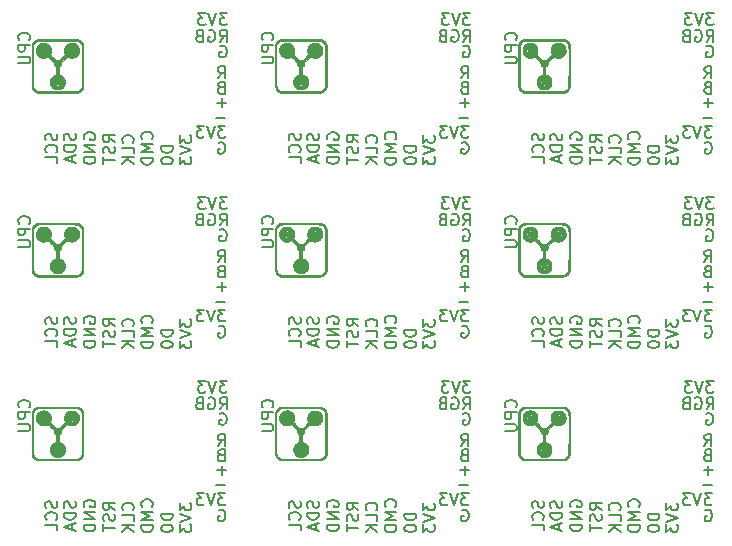
<source format=gbo>
G04 #@! TF.GenerationSoftware,KiCad,Pcbnew,7.0.2-6a45011f42~172~ubuntu22.04.1*
G04 #@! TF.CreationDate,2023-07-04T14:06:36+08:00*
G04 #@! TF.ProjectId,panel_3_3,70616e65-6c5f-4335-9f33-2e6b69636164,rev?*
G04 #@! TF.SameCoordinates,Original*
G04 #@! TF.FileFunction,Legend,Bot*
G04 #@! TF.FilePolarity,Positive*
%FSLAX46Y46*%
G04 Gerber Fmt 4.6, Leading zero omitted, Abs format (unit mm)*
G04 Created by KiCad (PCBNEW 7.0.2-6a45011f42~172~ubuntu22.04.1) date 2023-07-04 14:06:36*
%MOMM*%
%LPD*%
G01*
G04 APERTURE LIST*
%ADD10C,0.013229*%
%ADD11C,0.150000*%
G04 APERTURE END LIST*
D10*
X28887822Y-14738451D02*
X28905927Y-14739714D01*
X28923929Y-14741483D01*
X28941811Y-14743759D01*
X28959552Y-14746546D01*
X28977132Y-14749847D01*
X28994533Y-14753665D01*
X29011735Y-14758004D01*
X29028718Y-14762868D01*
X29061630Y-14773692D01*
X29093538Y-14786274D01*
X29124409Y-14800541D01*
X29154209Y-14816422D01*
X29182906Y-14833843D01*
X29210466Y-14852734D01*
X29236857Y-14873022D01*
X29262047Y-14894635D01*
X29286001Y-14917502D01*
X29308687Y-14941549D01*
X29330072Y-14966706D01*
X29350123Y-14992899D01*
X29368807Y-15020058D01*
X29386092Y-15048110D01*
X29401944Y-15076982D01*
X29416330Y-15106604D01*
X29429217Y-15136903D01*
X29440573Y-15167806D01*
X29450365Y-15199243D01*
X29458559Y-15231140D01*
X29465123Y-15263426D01*
X29470023Y-15296029D01*
X29473227Y-15328877D01*
X29474702Y-15361898D01*
X29474415Y-15395020D01*
X29472332Y-15428170D01*
X29468422Y-15461277D01*
X29462650Y-15494269D01*
X29454985Y-15527073D01*
X29445393Y-15559618D01*
X29433841Y-15591832D01*
X29420296Y-15623642D01*
X29376190Y-15722421D01*
X29457323Y-15794743D01*
X29502909Y-15836136D01*
X29565363Y-15894393D01*
X29636415Y-15961910D01*
X29707798Y-16031085D01*
X29875385Y-16191618D01*
X30185831Y-16191618D01*
X30432767Y-15953493D01*
X30679703Y-15715368D01*
X30632083Y-15602481D01*
X30619056Y-15568701D01*
X30613637Y-15553432D01*
X30608902Y-15538952D01*
X30604819Y-15525039D01*
X30601353Y-15511476D01*
X30598472Y-15498041D01*
X30596141Y-15484516D01*
X30594326Y-15470681D01*
X30592995Y-15456316D01*
X30592113Y-15441203D01*
X30591648Y-15425120D01*
X30591565Y-15407849D01*
X30591830Y-15389169D01*
X30593274Y-15346708D01*
X30593356Y-15345549D01*
X30907819Y-15345549D01*
X30907906Y-15349406D01*
X30908175Y-15352998D01*
X30908629Y-15356313D01*
X30909269Y-15359337D01*
X30910097Y-15362056D01*
X30911116Y-15364456D01*
X30912329Y-15366524D01*
X30913737Y-15368247D01*
X30915342Y-15369610D01*
X30917148Y-15370601D01*
X30919155Y-15371205D01*
X30921367Y-15371409D01*
X30924727Y-15371646D01*
X30929388Y-15372316D01*
X30935165Y-15373358D01*
X30941873Y-15374709D01*
X30957334Y-15378094D01*
X30974284Y-15381977D01*
X30979952Y-15383463D01*
X30985068Y-15384602D01*
X30989656Y-15385380D01*
X30991760Y-15385628D01*
X30993743Y-15385781D01*
X30995606Y-15385834D01*
X30997354Y-15385788D01*
X30998990Y-15385640D01*
X31000516Y-15385388D01*
X31001937Y-15385030D01*
X31003255Y-15384564D01*
X31004473Y-15383988D01*
X31005595Y-15383300D01*
X31006624Y-15382499D01*
X31007563Y-15381582D01*
X31008416Y-15380547D01*
X31009185Y-15379393D01*
X31009875Y-15378118D01*
X31010487Y-15376719D01*
X31011026Y-15375195D01*
X31011494Y-15373544D01*
X31011895Y-15371763D01*
X31012232Y-15369851D01*
X31012509Y-15367807D01*
X31012728Y-15365627D01*
X31013006Y-15360854D01*
X31013093Y-15355519D01*
X31013421Y-15344840D01*
X31014390Y-15334311D01*
X31015982Y-15323947D01*
X31018178Y-15313764D01*
X31020957Y-15303777D01*
X31024301Y-15294003D01*
X31028190Y-15284455D01*
X31032605Y-15275151D01*
X31037527Y-15266105D01*
X31042935Y-15257332D01*
X31048811Y-15248849D01*
X31055136Y-15240671D01*
X31061889Y-15232814D01*
X31069052Y-15225292D01*
X31076604Y-15218122D01*
X31084528Y-15211318D01*
X31092803Y-15204897D01*
X31101410Y-15198874D01*
X31110330Y-15193264D01*
X31119543Y-15188084D01*
X31129030Y-15183347D01*
X31138771Y-15179071D01*
X31148748Y-15175270D01*
X31158940Y-15171960D01*
X31169329Y-15169156D01*
X31179895Y-15166874D01*
X31190618Y-15165130D01*
X31201480Y-15163939D01*
X31212460Y-15163316D01*
X31223540Y-15163277D01*
X31234700Y-15163838D01*
X31245921Y-15165014D01*
X31267553Y-15168861D01*
X31287799Y-15174377D01*
X31306660Y-15181454D01*
X31324135Y-15189981D01*
X31340223Y-15199851D01*
X31354925Y-15210955D01*
X31368240Y-15223183D01*
X31380168Y-15236427D01*
X31390708Y-15250578D01*
X31399860Y-15265527D01*
X31407624Y-15281166D01*
X31414000Y-15297385D01*
X31418987Y-15314075D01*
X31422584Y-15331129D01*
X31424792Y-15348436D01*
X31425611Y-15365888D01*
X31425039Y-15383376D01*
X31423077Y-15400792D01*
X31419724Y-15418026D01*
X31414980Y-15434969D01*
X31408845Y-15451514D01*
X31401318Y-15467550D01*
X31392399Y-15482970D01*
X31382088Y-15497663D01*
X31370384Y-15511522D01*
X31357287Y-15524438D01*
X31342797Y-15536301D01*
X31326913Y-15547003D01*
X31309635Y-15556435D01*
X31290963Y-15564488D01*
X31270897Y-15571053D01*
X31249435Y-15576022D01*
X31243787Y-15577076D01*
X31238418Y-15578254D01*
X31233327Y-15579555D01*
X31228514Y-15580979D01*
X31223979Y-15582526D01*
X31219722Y-15584196D01*
X31215741Y-15585987D01*
X31212038Y-15587900D01*
X31208611Y-15589935D01*
X31205461Y-15592090D01*
X31202586Y-15594367D01*
X31199986Y-15596764D01*
X31197662Y-15599281D01*
X31195613Y-15601918D01*
X31193838Y-15604674D01*
X31192338Y-15607550D01*
X31191111Y-15610544D01*
X31190158Y-15613657D01*
X31189479Y-15616888D01*
X31189072Y-15620237D01*
X31188938Y-15623704D01*
X31189075Y-15627288D01*
X31189485Y-15630989D01*
X31190167Y-15634806D01*
X31191119Y-15638740D01*
X31192343Y-15642790D01*
X31193837Y-15646955D01*
X31195602Y-15651236D01*
X31197636Y-15655631D01*
X31199940Y-15660142D01*
X31202513Y-15664766D01*
X31205355Y-15669505D01*
X31208012Y-15673246D01*
X31210736Y-15676533D01*
X31213594Y-15679365D01*
X31216654Y-15681743D01*
X31219982Y-15683665D01*
X31223646Y-15685133D01*
X31227713Y-15686147D01*
X31232250Y-15686705D01*
X31237325Y-15686809D01*
X31243004Y-15686458D01*
X31249356Y-15685653D01*
X31256446Y-15684392D01*
X31264342Y-15682677D01*
X31273112Y-15680507D01*
X31282823Y-15677882D01*
X31293541Y-15674802D01*
X31320012Y-15665697D01*
X31345149Y-15654965D01*
X31368902Y-15642672D01*
X31391219Y-15628885D01*
X31412047Y-15613672D01*
X31431336Y-15597100D01*
X31449033Y-15579236D01*
X31465086Y-15560147D01*
X31479445Y-15539901D01*
X31492057Y-15518564D01*
X31502871Y-15496204D01*
X31507587Y-15484662D01*
X31511834Y-15472889D01*
X31515606Y-15460893D01*
X31518896Y-15448684D01*
X31521697Y-15436269D01*
X31524004Y-15423658D01*
X31525809Y-15410858D01*
X31527106Y-15397877D01*
X31527890Y-15384725D01*
X31528152Y-15371409D01*
X31527726Y-15354357D01*
X31526464Y-15337608D01*
X31524389Y-15321178D01*
X31521525Y-15305084D01*
X31517896Y-15289341D01*
X31513524Y-15273966D01*
X31508435Y-15258975D01*
X31502650Y-15244385D01*
X31496194Y-15230211D01*
X31489091Y-15216471D01*
X31481363Y-15203180D01*
X31473035Y-15190355D01*
X31464129Y-15178012D01*
X31454671Y-15166167D01*
X31444682Y-15154837D01*
X31434188Y-15144037D01*
X31423210Y-15133785D01*
X31411773Y-15124096D01*
X31399901Y-15114986D01*
X31387617Y-15106473D01*
X31374944Y-15098572D01*
X31361907Y-15091299D01*
X31348528Y-15084671D01*
X31334831Y-15078705D01*
X31320840Y-15073415D01*
X31306579Y-15068820D01*
X31292070Y-15064934D01*
X31277338Y-15061775D01*
X31262406Y-15059358D01*
X31247298Y-15057700D01*
X31232037Y-15056817D01*
X31216647Y-15056726D01*
X31209506Y-15056955D01*
X31202346Y-15057358D01*
X31195168Y-15057936D01*
X31187974Y-15058690D01*
X31180767Y-15059624D01*
X31173550Y-15060737D01*
X31166323Y-15062032D01*
X31159091Y-15063510D01*
X31151854Y-15065173D01*
X31144616Y-15067022D01*
X31137378Y-15069060D01*
X31130143Y-15071287D01*
X31122914Y-15073705D01*
X31115692Y-15076317D01*
X31108479Y-15079123D01*
X31101279Y-15082125D01*
X31086842Y-15088770D01*
X31073257Y-15095516D01*
X31060468Y-15102422D01*
X31048419Y-15109548D01*
X31037051Y-15116953D01*
X31026309Y-15124696D01*
X31016135Y-15132838D01*
X31006473Y-15141436D01*
X30997266Y-15150552D01*
X30988457Y-15160243D01*
X30979989Y-15170571D01*
X30971804Y-15181593D01*
X30963848Y-15193370D01*
X30956061Y-15205960D01*
X30948388Y-15219424D01*
X30940772Y-15233821D01*
X30934760Y-15246412D01*
X30929303Y-15258977D01*
X30924420Y-15271408D01*
X30920129Y-15283596D01*
X30916447Y-15295433D01*
X30913393Y-15306810D01*
X30910986Y-15317619D01*
X30909242Y-15327751D01*
X30908624Y-15332529D01*
X30908180Y-15337097D01*
X30907911Y-15341441D01*
X30907819Y-15345549D01*
X30593356Y-15345549D01*
X30596536Y-15300493D01*
X30599122Y-15277952D01*
X30602341Y-15255792D01*
X30606190Y-15234018D01*
X30610668Y-15212631D01*
X30615770Y-15191637D01*
X30621495Y-15171036D01*
X30627840Y-15150834D01*
X30634803Y-15131033D01*
X30642381Y-15111636D01*
X30650571Y-15092647D01*
X30659370Y-15074069D01*
X30668777Y-15055905D01*
X30678789Y-15038158D01*
X30689403Y-15020831D01*
X30700616Y-15003929D01*
X30712425Y-14987453D01*
X30724830Y-14971408D01*
X30737826Y-14955795D01*
X30751411Y-14940620D01*
X30765582Y-14925885D01*
X30780338Y-14911592D01*
X30795674Y-14897746D01*
X30811590Y-14884350D01*
X30828082Y-14871406D01*
X30845148Y-14858918D01*
X30862784Y-14846890D01*
X30880989Y-14835324D01*
X30899760Y-14824224D01*
X30919094Y-14813593D01*
X30938989Y-14803434D01*
X30975866Y-14785739D01*
X30992166Y-14778411D01*
X31007453Y-14772014D01*
X31022038Y-14766484D01*
X31036230Y-14761760D01*
X31050340Y-14757781D01*
X31064677Y-14754483D01*
X31079551Y-14751806D01*
X31095273Y-14749687D01*
X31112152Y-14748064D01*
X31130499Y-14746875D01*
X31150623Y-14746058D01*
X31172834Y-14745551D01*
X31224760Y-14745220D01*
X31261452Y-14745629D01*
X31295632Y-14746922D01*
X31327560Y-14749196D01*
X31357492Y-14752550D01*
X31385688Y-14757082D01*
X31412407Y-14762891D01*
X31437906Y-14770074D01*
X31462443Y-14778730D01*
X31486278Y-14788957D01*
X31509668Y-14800853D01*
X31532873Y-14814516D01*
X31556149Y-14830045D01*
X31579757Y-14847538D01*
X31603953Y-14867092D01*
X31628997Y-14888808D01*
X31655147Y-14912781D01*
X31679999Y-14937291D01*
X31702989Y-14961933D01*
X31724153Y-14986797D01*
X31743532Y-15011975D01*
X31761164Y-15037555D01*
X31777088Y-15063630D01*
X31791343Y-15090288D01*
X31803968Y-15117621D01*
X31815000Y-15145719D01*
X31824480Y-15174672D01*
X31832446Y-15204570D01*
X31838937Y-15235504D01*
X31843991Y-15267565D01*
X31847648Y-15300843D01*
X31849945Y-15335427D01*
X31850923Y-15371409D01*
X31850596Y-15417074D01*
X31850099Y-15436850D01*
X31849299Y-15454945D01*
X31848138Y-15471623D01*
X31846556Y-15487152D01*
X31844493Y-15501797D01*
X31841890Y-15515824D01*
X31838688Y-15529500D01*
X31834827Y-15543091D01*
X31830247Y-15556863D01*
X31824890Y-15571081D01*
X31818695Y-15586013D01*
X31811604Y-15601924D01*
X31803556Y-15619081D01*
X31794492Y-15637750D01*
X31780928Y-15663642D01*
X31766387Y-15688722D01*
X31750906Y-15712972D01*
X31734520Y-15736376D01*
X31699180Y-15780579D01*
X31660656Y-15821195D01*
X31619239Y-15858091D01*
X31575217Y-15891131D01*
X31528880Y-15920183D01*
X31480517Y-15945110D01*
X31430418Y-15965780D01*
X31378872Y-15982057D01*
X31326168Y-15993807D01*
X31272596Y-16000896D01*
X31245575Y-16002650D01*
X31218446Y-16003189D01*
X31191244Y-16002495D01*
X31164006Y-16000552D01*
X31136768Y-15997343D01*
X31109566Y-15992851D01*
X31082437Y-15987059D01*
X31055416Y-15979951D01*
X31033936Y-15973622D01*
X31012228Y-15966691D01*
X30990892Y-15959388D01*
X30970528Y-15951940D01*
X30951734Y-15944574D01*
X30935111Y-15937519D01*
X30927801Y-15934179D01*
X30921258Y-15931002D01*
X30915557Y-15928017D01*
X30910774Y-15925252D01*
X30906418Y-15922359D01*
X30901969Y-15919640D01*
X30897458Y-15917101D01*
X30892917Y-15914752D01*
X30888376Y-15912598D01*
X30883866Y-15910649D01*
X30879418Y-15908912D01*
X30875063Y-15907395D01*
X30870832Y-15906105D01*
X30866756Y-15905050D01*
X30862866Y-15904237D01*
X30859193Y-15903676D01*
X30855768Y-15903373D01*
X30852622Y-15903335D01*
X30849785Y-15903572D01*
X30848493Y-15903796D01*
X30847290Y-15904090D01*
X30843716Y-15905952D01*
X30837716Y-15910133D01*
X30818985Y-15924983D01*
X30792193Y-15947688D01*
X30758434Y-15977298D01*
X30674402Y-16053425D01*
X30575652Y-16145755D01*
X30328691Y-16380340D01*
X30328691Y-16475606D01*
X30328671Y-16485711D01*
X30328289Y-16495842D01*
X30327553Y-16505982D01*
X30326472Y-16516117D01*
X30325056Y-16526229D01*
X30323312Y-16536304D01*
X30321251Y-16546325D01*
X30318881Y-16556276D01*
X30316211Y-16566142D01*
X30313251Y-16575908D01*
X30310009Y-16585556D01*
X30306495Y-16595072D01*
X30298684Y-16613641D01*
X30289892Y-16631490D01*
X30285150Y-16640105D01*
X30280190Y-16648491D01*
X30275021Y-16656635D01*
X30269651Y-16664519D01*
X30264090Y-16672127D01*
X30258347Y-16679445D01*
X30252431Y-16686456D01*
X30246351Y-16693144D01*
X30240115Y-16699494D01*
X30233734Y-16705489D01*
X30227215Y-16711115D01*
X30220569Y-16716354D01*
X30213804Y-16721191D01*
X30206929Y-16725611D01*
X30199953Y-16729598D01*
X30192885Y-16733135D01*
X30148779Y-16752514D01*
X30148779Y-17426323D01*
X30224614Y-17449267D01*
X30244883Y-17456315D01*
X30265884Y-17464811D01*
X30287438Y-17474630D01*
X30309367Y-17485648D01*
X30331492Y-17497741D01*
X30353636Y-17510784D01*
X30375620Y-17524655D01*
X30397265Y-17539228D01*
X30418394Y-17554380D01*
X30438827Y-17569987D01*
X30458387Y-17585924D01*
X30476895Y-17602068D01*
X30494173Y-17618295D01*
X30510043Y-17634480D01*
X30524326Y-17650500D01*
X30536843Y-17666230D01*
X30553674Y-17690324D01*
X30569127Y-17714368D01*
X30583232Y-17738437D01*
X30596016Y-17762607D01*
X30607508Y-17786953D01*
X30617736Y-17811549D01*
X30626730Y-17836470D01*
X30634517Y-17861792D01*
X30641126Y-17887590D01*
X30646584Y-17913937D01*
X30650922Y-17940910D01*
X30654167Y-17968584D01*
X30656347Y-17997033D01*
X30657491Y-18026332D01*
X30657627Y-18056556D01*
X30656784Y-18087781D01*
X30655721Y-18110886D01*
X30654483Y-18132061D01*
X30653017Y-18151526D01*
X30651273Y-18169501D01*
X30649197Y-18186204D01*
X30646739Y-18201856D01*
X30643848Y-18216676D01*
X30640470Y-18230883D01*
X30636555Y-18244698D01*
X30632051Y-18258340D01*
X30626906Y-18272028D01*
X30621068Y-18285982D01*
X30614487Y-18300422D01*
X30607109Y-18315567D01*
X30598884Y-18331636D01*
X30589760Y-18348850D01*
X30576568Y-18372852D01*
X30562771Y-18395924D01*
X30548344Y-18418086D01*
X30533261Y-18439360D01*
X30517495Y-18459766D01*
X30501022Y-18479323D01*
X30483814Y-18498055D01*
X30465848Y-18515980D01*
X30447095Y-18533119D01*
X30427531Y-18549494D01*
X30407131Y-18565124D01*
X30385867Y-18580031D01*
X30363714Y-18594236D01*
X30340647Y-18607758D01*
X30316639Y-18620618D01*
X30291664Y-18632838D01*
X30261843Y-18645950D01*
X30248037Y-18651481D01*
X30234666Y-18656375D01*
X30221501Y-18660671D01*
X30208315Y-18664403D01*
X30194880Y-18667608D01*
X30180971Y-18670322D01*
X30166358Y-18672581D01*
X30150816Y-18674422D01*
X30134116Y-18675880D01*
X30116031Y-18676992D01*
X30074798Y-18678322D01*
X30025298Y-18678701D01*
X29974419Y-18678384D01*
X29952580Y-18677910D01*
X29932780Y-18677156D01*
X29914748Y-18676072D01*
X29898212Y-18674606D01*
X29882901Y-18672705D01*
X29868543Y-18670319D01*
X29854867Y-18667395D01*
X29841603Y-18663882D01*
X29828477Y-18659729D01*
X29815220Y-18654883D01*
X29801559Y-18649293D01*
X29787224Y-18642907D01*
X29771943Y-18635674D01*
X29755444Y-18627541D01*
X29734173Y-18615903D01*
X29712769Y-18602892D01*
X29691351Y-18588625D01*
X29670033Y-18573220D01*
X29648932Y-18556791D01*
X29628165Y-18539455D01*
X29607847Y-18521329D01*
X29588095Y-18502528D01*
X29569025Y-18483169D01*
X29550754Y-18463369D01*
X29533397Y-18443243D01*
X29517071Y-18422907D01*
X29501892Y-18402478D01*
X29487977Y-18382073D01*
X29475442Y-18361807D01*
X29464402Y-18341796D01*
X29450524Y-18312459D01*
X29438310Y-18282697D01*
X29427742Y-18252568D01*
X29418799Y-18222134D01*
X29411461Y-18191455D01*
X29405710Y-18160590D01*
X29401525Y-18129600D01*
X29398887Y-18098544D01*
X29397850Y-18069573D01*
X29724226Y-18069573D01*
X29725436Y-18095693D01*
X29728382Y-18120894D01*
X29733137Y-18144734D01*
X29739774Y-18166770D01*
X29743820Y-18176973D01*
X29748364Y-18186560D01*
X29756537Y-18201473D01*
X29765169Y-18215781D01*
X29774245Y-18229479D01*
X29783750Y-18242561D01*
X29793666Y-18255021D01*
X29803979Y-18266855D01*
X29814673Y-18278056D01*
X29825731Y-18288619D01*
X29837138Y-18298539D01*
X29848878Y-18307810D01*
X29860935Y-18316427D01*
X29873294Y-18324384D01*
X29885938Y-18331676D01*
X29898852Y-18338297D01*
X29912020Y-18344241D01*
X29925426Y-18349504D01*
X29939054Y-18354079D01*
X29952888Y-18357962D01*
X29966913Y-18361146D01*
X29981113Y-18363627D01*
X29995472Y-18365398D01*
X30009973Y-18366455D01*
X30024602Y-18366791D01*
X30039342Y-18366402D01*
X30054178Y-18365281D01*
X30069093Y-18363424D01*
X30084073Y-18360824D01*
X30099100Y-18357477D01*
X30114159Y-18353376D01*
X30129235Y-18348517D01*
X30144312Y-18342893D01*
X30159373Y-18336500D01*
X30173995Y-18329368D01*
X30188090Y-18321553D01*
X30201644Y-18313083D01*
X30214648Y-18303988D01*
X30227091Y-18294298D01*
X30238959Y-18284041D01*
X30250243Y-18273248D01*
X30260931Y-18261947D01*
X30271012Y-18250168D01*
X30280474Y-18237940D01*
X30289307Y-18225294D01*
X30297498Y-18212257D01*
X30305037Y-18198860D01*
X30311912Y-18185132D01*
X30318112Y-18171102D01*
X30323626Y-18156800D01*
X30328442Y-18142255D01*
X30332549Y-18127497D01*
X30335936Y-18112554D01*
X30338592Y-18097457D01*
X30340504Y-18082234D01*
X30341663Y-18066916D01*
X30342056Y-18051531D01*
X30341672Y-18036109D01*
X30340501Y-18020679D01*
X30338530Y-18005271D01*
X30335748Y-17989914D01*
X30332145Y-17974637D01*
X30327708Y-17959471D01*
X30322427Y-17944443D01*
X30316290Y-17929584D01*
X30309286Y-17914923D01*
X30304076Y-17904576D01*
X30299178Y-17895019D01*
X30294561Y-17886238D01*
X30290199Y-17878215D01*
X30286062Y-17870933D01*
X30282122Y-17864377D01*
X30278351Y-17858531D01*
X30276520Y-17855868D01*
X30274721Y-17853377D01*
X30272949Y-17851054D01*
X30271202Y-17848899D01*
X30269476Y-17846908D01*
X30267768Y-17845081D01*
X30266073Y-17843414D01*
X30264388Y-17841906D01*
X30262710Y-17840555D01*
X30261036Y-17839359D01*
X30259360Y-17838315D01*
X30257681Y-17837422D01*
X30255995Y-17836677D01*
X30254297Y-17836079D01*
X30252585Y-17835625D01*
X30250855Y-17835313D01*
X30249103Y-17835142D01*
X30247326Y-17835109D01*
X30245155Y-17835249D01*
X30242937Y-17835582D01*
X30240665Y-17836104D01*
X30238333Y-17836812D01*
X30235935Y-17837702D01*
X30233465Y-17838771D01*
X30230917Y-17840014D01*
X30228285Y-17841429D01*
X30225562Y-17843012D01*
X30222742Y-17844759D01*
X30219820Y-17846667D01*
X30216789Y-17848732D01*
X30210375Y-17853319D01*
X30203453Y-17858493D01*
X30161130Y-17890222D01*
X30198156Y-17937868D01*
X30207727Y-17951114D01*
X30215956Y-17964688D01*
X30222877Y-17978538D01*
X30228522Y-17992610D01*
X30232924Y-18006849D01*
X30236116Y-18021202D01*
X30238132Y-18035616D01*
X30239003Y-18050038D01*
X30238764Y-18064412D01*
X30237446Y-18078687D01*
X30235084Y-18092808D01*
X30231709Y-18106721D01*
X30227355Y-18120373D01*
X30222055Y-18133711D01*
X30215841Y-18146681D01*
X30208747Y-18159229D01*
X30200805Y-18171301D01*
X30192049Y-18182844D01*
X30182511Y-18193805D01*
X30172225Y-18204129D01*
X30161223Y-18213764D01*
X30149538Y-18222655D01*
X30137203Y-18230749D01*
X30124251Y-18237993D01*
X30110715Y-18244332D01*
X30096628Y-18249713D01*
X30082023Y-18254082D01*
X30066933Y-18257387D01*
X30051391Y-18259573D01*
X30035429Y-18260586D01*
X30019081Y-18260374D01*
X30002380Y-18258882D01*
X29987427Y-18256368D01*
X29973010Y-18252828D01*
X29959144Y-18248309D01*
X29945849Y-18242862D01*
X29933141Y-18236533D01*
X29921040Y-18229371D01*
X29909561Y-18221426D01*
X29898723Y-18212744D01*
X29888545Y-18203375D01*
X29879043Y-18193368D01*
X29870235Y-18182770D01*
X29862140Y-18171629D01*
X29854774Y-18159996D01*
X29848156Y-18147917D01*
X29842304Y-18135442D01*
X29837235Y-18122619D01*
X29832967Y-18109495D01*
X29829517Y-18096121D01*
X29826904Y-18082544D01*
X29825146Y-18068812D01*
X29824259Y-18054975D01*
X29824262Y-18041080D01*
X29825173Y-18027176D01*
X29827009Y-18013311D01*
X29829788Y-17999534D01*
X29833528Y-17985894D01*
X29838247Y-17972438D01*
X29843962Y-17959215D01*
X29850691Y-17946274D01*
X29858453Y-17933664D01*
X29867263Y-17921432D01*
X29877142Y-17909626D01*
X29881480Y-17904614D01*
X29885224Y-17900122D01*
X29888357Y-17896090D01*
X29889691Y-17894228D01*
X29890866Y-17892459D01*
X29891880Y-17890775D01*
X29892733Y-17889169D01*
X29893421Y-17887634D01*
X29893944Y-17886161D01*
X29894298Y-17884744D01*
X29894483Y-17883375D01*
X29894496Y-17882047D01*
X29894335Y-17880752D01*
X29893998Y-17879483D01*
X29893484Y-17878233D01*
X29892790Y-17876993D01*
X29891914Y-17875757D01*
X29890855Y-17874517D01*
X29889611Y-17873266D01*
X29888180Y-17871995D01*
X29886559Y-17870699D01*
X29884747Y-17869369D01*
X29882742Y-17867998D01*
X29878145Y-17865103D01*
X29872752Y-17861954D01*
X29866548Y-17858493D01*
X29862502Y-17856571D01*
X29858325Y-17854782D01*
X29854050Y-17853132D01*
X29849710Y-17851628D01*
X29845339Y-17850280D01*
X29840971Y-17849095D01*
X29836639Y-17848080D01*
X29832377Y-17847243D01*
X29828218Y-17846592D01*
X29824197Y-17846135D01*
X29820345Y-17845880D01*
X29816698Y-17845834D01*
X29813288Y-17846005D01*
X29810150Y-17846401D01*
X29807316Y-17847030D01*
X29806024Y-17847434D01*
X29804821Y-17847899D01*
X29798151Y-17850918D01*
X29791707Y-17854977D01*
X29785498Y-17860022D01*
X29779533Y-17865996D01*
X29773822Y-17872845D01*
X29768372Y-17880513D01*
X29758296Y-17898086D01*
X29749378Y-17918275D01*
X29741689Y-17940636D01*
X29735302Y-17964728D01*
X29730290Y-17990110D01*
X29726725Y-18016339D01*
X29724680Y-18042974D01*
X29724226Y-18069573D01*
X29397850Y-18069573D01*
X29397775Y-18067484D01*
X29398171Y-18036478D01*
X29400055Y-18005587D01*
X29403406Y-17974872D01*
X29408206Y-17944391D01*
X29414434Y-17914206D01*
X29422071Y-17884375D01*
X29431097Y-17854961D01*
X29441493Y-17826021D01*
X29453238Y-17797617D01*
X29466313Y-17769809D01*
X29480699Y-17742656D01*
X29496375Y-17716220D01*
X29513322Y-17690558D01*
X29531520Y-17665733D01*
X29550951Y-17641804D01*
X29571592Y-17618831D01*
X29593427Y-17596873D01*
X29616433Y-17575992D01*
X29640593Y-17556248D01*
X29665885Y-17537699D01*
X29692291Y-17520407D01*
X29719791Y-17504432D01*
X29748364Y-17489833D01*
X29793236Y-17469026D01*
X29834803Y-17450370D01*
X29852900Y-17442520D01*
X29868433Y-17436014D01*
X29880824Y-17431120D01*
X29889492Y-17428105D01*
X29894189Y-17426127D01*
X29898377Y-17423271D01*
X29902083Y-17419201D01*
X29905338Y-17413578D01*
X29908168Y-17406064D01*
X29910603Y-17396319D01*
X29912671Y-17384006D01*
X29914401Y-17368786D01*
X29916958Y-17328272D01*
X29918502Y-17272069D01*
X29919262Y-17197471D01*
X29919465Y-17101769D01*
X29919465Y-16784269D01*
X29833036Y-16697840D01*
X29820396Y-16685048D01*
X29808896Y-16673057D01*
X29798476Y-16661758D01*
X29789076Y-16651044D01*
X29780638Y-16640806D01*
X29773101Y-16630934D01*
X29766407Y-16621321D01*
X29760495Y-16611858D01*
X29755307Y-16602436D01*
X29750783Y-16592947D01*
X29746864Y-16583283D01*
X29743490Y-16573333D01*
X29740601Y-16562991D01*
X29738139Y-16552148D01*
X29736044Y-16540694D01*
X29734257Y-16528522D01*
X29732996Y-16520222D01*
X29731863Y-16511893D01*
X29729987Y-16495367D01*
X29728649Y-16479378D01*
X29728188Y-16471721D01*
X29727869Y-16464361D01*
X29727695Y-16457352D01*
X29727669Y-16450749D01*
X29727792Y-16444606D01*
X29728067Y-16438977D01*
X29728497Y-16433917D01*
X29729085Y-16429479D01*
X29729832Y-16425718D01*
X29730742Y-16422689D01*
X29731177Y-16420849D01*
X29731158Y-16418639D01*
X29729764Y-16413108D01*
X29726572Y-16406105D01*
X29721592Y-16397636D01*
X29714834Y-16387710D01*
X29706309Y-16376335D01*
X29683999Y-16349267D01*
X29654743Y-16316494D01*
X29618624Y-16278077D01*
X29575726Y-16234080D01*
X29526130Y-16184564D01*
X29438652Y-16100309D01*
X29359442Y-16025147D01*
X29325729Y-15993612D01*
X29297431Y-15967514D01*
X29275665Y-15947907D01*
X29261547Y-15935845D01*
X29212144Y-15897036D01*
X29102796Y-15944656D01*
X29077061Y-15955644D01*
X29051139Y-15965460D01*
X29025060Y-15974111D01*
X28998854Y-15981605D01*
X28972552Y-15987948D01*
X28946182Y-15993147D01*
X28919775Y-15997208D01*
X28893362Y-16000138D01*
X28866972Y-16001945D01*
X28840635Y-16002634D01*
X28814382Y-16002213D01*
X28788242Y-16000688D01*
X28762245Y-15998067D01*
X28736422Y-15994355D01*
X28710802Y-15989561D01*
X28685416Y-15983690D01*
X28660293Y-15976749D01*
X28635464Y-15968745D01*
X28610959Y-15959685D01*
X28586807Y-15949576D01*
X28563039Y-15938424D01*
X28539685Y-15926236D01*
X28516774Y-15913019D01*
X28494337Y-15898780D01*
X28472404Y-15883526D01*
X28451005Y-15867263D01*
X28430170Y-15849997D01*
X28409929Y-15831737D01*
X28390312Y-15812488D01*
X28371349Y-15792258D01*
X28353070Y-15771053D01*
X28335505Y-15748880D01*
X28316470Y-15722655D01*
X28299048Y-15695621D01*
X28283227Y-15667847D01*
X28268997Y-15639401D01*
X28256347Y-15610354D01*
X28245267Y-15580773D01*
X28235745Y-15550729D01*
X28227771Y-15520290D01*
X28221334Y-15489525D01*
X28216424Y-15458504D01*
X28213030Y-15427296D01*
X28211142Y-15395969D01*
X28210878Y-15374923D01*
X28526010Y-15374923D01*
X28526368Y-15387358D01*
X28527430Y-15399841D01*
X28529174Y-15412350D01*
X28531580Y-15424860D01*
X28534629Y-15437348D01*
X28538299Y-15449791D01*
X28542571Y-15462164D01*
X28547424Y-15474445D01*
X28552837Y-15486609D01*
X28558791Y-15498634D01*
X28565265Y-15510495D01*
X28572238Y-15522169D01*
X28587602Y-15544862D01*
X28604721Y-15566524D01*
X28623431Y-15586966D01*
X28643570Y-15606001D01*
X28664976Y-15623438D01*
X28676102Y-15631499D01*
X28687484Y-15639090D01*
X28699101Y-15646188D01*
X28710933Y-15652768D01*
X28722960Y-15658808D01*
X28735160Y-15664284D01*
X28747514Y-15669172D01*
X28760002Y-15673448D01*
X28772603Y-15677090D01*
X28785296Y-15680073D01*
X28794403Y-15681885D01*
X28802590Y-15683329D01*
X28809929Y-15684364D01*
X28813304Y-15684717D01*
X28816493Y-15684953D01*
X28819507Y-15685068D01*
X28822354Y-15685056D01*
X28825044Y-15684914D01*
X28827584Y-15684635D01*
X28829986Y-15684216D01*
X28832257Y-15683651D01*
X28834406Y-15682936D01*
X28836443Y-15682065D01*
X28838377Y-15681034D01*
X28840216Y-15679838D01*
X28841970Y-15678472D01*
X28843648Y-15676931D01*
X28845259Y-15675211D01*
X28846811Y-15673306D01*
X28848315Y-15671212D01*
X28849778Y-15668924D01*
X28851211Y-15666436D01*
X28852621Y-15663745D01*
X28855413Y-15657732D01*
X28858226Y-15650846D01*
X28861131Y-15643047D01*
X28863053Y-15638131D01*
X28864849Y-15633324D01*
X28866515Y-15628651D01*
X28868049Y-15624139D01*
X28869448Y-15619812D01*
X28870711Y-15615697D01*
X28871834Y-15611820D01*
X28872816Y-15608206D01*
X28873652Y-15604882D01*
X28874341Y-15601873D01*
X28874880Y-15599205D01*
X28875267Y-15596904D01*
X28875499Y-15594996D01*
X28875573Y-15593506D01*
X28875551Y-15592927D01*
X28875488Y-15592461D01*
X28875384Y-15592114D01*
X28875239Y-15591887D01*
X28872556Y-15590830D01*
X28867332Y-15589050D01*
X28850334Y-15583735D01*
X28826390Y-15576766D01*
X28797647Y-15568968D01*
X28778152Y-15562660D01*
X28760009Y-15555625D01*
X28743204Y-15547840D01*
X28727724Y-15539283D01*
X28720477Y-15534707D01*
X28713557Y-15529930D01*
X28706962Y-15524947D01*
X28700690Y-15519757D01*
X28694739Y-15514356D01*
X28689109Y-15508742D01*
X28683797Y-15502912D01*
X28678802Y-15496862D01*
X28674122Y-15490589D01*
X28669755Y-15484092D01*
X28665701Y-15477367D01*
X28661957Y-15470411D01*
X28658522Y-15463221D01*
X28655394Y-15455794D01*
X28652572Y-15448128D01*
X28650053Y-15440219D01*
X28647837Y-15432065D01*
X28645922Y-15423662D01*
X28642987Y-15406100D01*
X28641235Y-15387511D01*
X28640654Y-15367870D01*
X28640748Y-15353725D01*
X28641077Y-15340953D01*
X28641711Y-15329394D01*
X28642719Y-15318893D01*
X28643386Y-15313989D01*
X28644172Y-15309290D01*
X28645087Y-15304777D01*
X28646139Y-15300429D01*
X28647337Y-15296227D01*
X28648689Y-15292152D01*
X28650205Y-15288183D01*
X28651894Y-15284301D01*
X28653763Y-15280486D01*
X28655821Y-15276719D01*
X28658078Y-15272979D01*
X28660542Y-15269248D01*
X28663222Y-15265505D01*
X28666126Y-15261730D01*
X28672643Y-15254009D01*
X28680163Y-15245926D01*
X28688755Y-15237323D01*
X28698489Y-15228044D01*
X28709435Y-15217930D01*
X28720459Y-15207937D01*
X28730486Y-15199089D01*
X28739676Y-15191331D01*
X28748189Y-15184609D01*
X28756186Y-15178869D01*
X28763827Y-15174057D01*
X28767563Y-15171982D01*
X28771271Y-15170118D01*
X28774970Y-15168459D01*
X28778679Y-15166998D01*
X28782420Y-15165728D01*
X28786211Y-15164643D01*
X28790074Y-15163735D01*
X28794028Y-15162998D01*
X28798093Y-15162426D01*
X28802288Y-15162010D01*
X28811153Y-15161624D01*
X28820783Y-15161785D01*
X28831337Y-15162440D01*
X28842976Y-15163534D01*
X28855861Y-15165014D01*
X28864747Y-15166175D01*
X28873542Y-15167671D01*
X28882235Y-15169493D01*
X28890818Y-15171636D01*
X28899280Y-15174091D01*
X28907613Y-15176852D01*
X28915807Y-15179911D01*
X28923853Y-15183262D01*
X28931741Y-15186896D01*
X28939462Y-15190808D01*
X28947006Y-15194991D01*
X28954366Y-15199436D01*
X28961529Y-15204136D01*
X28968489Y-15209086D01*
X28975235Y-15214277D01*
X28981757Y-15219703D01*
X28988047Y-15225356D01*
X28994095Y-15231229D01*
X28999892Y-15237316D01*
X29005428Y-15243608D01*
X29010694Y-15250099D01*
X29015681Y-15256783D01*
X29020379Y-15263651D01*
X29024779Y-15270696D01*
X29028871Y-15277912D01*
X29032647Y-15285292D01*
X29036096Y-15292827D01*
X29039210Y-15300512D01*
X29041979Y-15308339D01*
X29044394Y-15316301D01*
X29046445Y-15324390D01*
X29048123Y-15332600D01*
X29050072Y-15341392D01*
X29051981Y-15349265D01*
X29053889Y-15356255D01*
X29054856Y-15359429D01*
X29055838Y-15362394D01*
X29056841Y-15365155D01*
X29057870Y-15367716D01*
X29058929Y-15370082D01*
X29060025Y-15372255D01*
X29061162Y-15374242D01*
X29062346Y-15376045D01*
X29063581Y-15377669D01*
X29064874Y-15379119D01*
X29066228Y-15380398D01*
X29067649Y-15381511D01*
X29069143Y-15382461D01*
X29070714Y-15383254D01*
X29072368Y-15383893D01*
X29074110Y-15384382D01*
X29075945Y-15384726D01*
X29077878Y-15384929D01*
X29079915Y-15384995D01*
X29082060Y-15384928D01*
X29084319Y-15384733D01*
X29086696Y-15384414D01*
X29089198Y-15383974D01*
X29091829Y-15383419D01*
X29097499Y-15381977D01*
X29104979Y-15380004D01*
X29112687Y-15378094D01*
X29120353Y-15376308D01*
X29127710Y-15374709D01*
X29134487Y-15373358D01*
X29140417Y-15372316D01*
X29145231Y-15371646D01*
X29147135Y-15371470D01*
X29148659Y-15371409D01*
X29150965Y-15371088D01*
X29152929Y-15370144D01*
X29154558Y-15368604D01*
X29155863Y-15366496D01*
X29156851Y-15363848D01*
X29157531Y-15360688D01*
X29158002Y-15352941D01*
X29157347Y-15343479D01*
X29155635Y-15332524D01*
X29152937Y-15320297D01*
X29149321Y-15307021D01*
X29144857Y-15292918D01*
X29139616Y-15278210D01*
X29133667Y-15263120D01*
X29127079Y-15247870D01*
X29119923Y-15232683D01*
X29112269Y-15217779D01*
X29104185Y-15203383D01*
X29095743Y-15189715D01*
X29084248Y-15172878D01*
X29071640Y-15157106D01*
X29057992Y-15142418D01*
X29043377Y-15128833D01*
X29027869Y-15116368D01*
X29011540Y-15105042D01*
X28994463Y-15094874D01*
X28976711Y-15085881D01*
X28958357Y-15078084D01*
X28939475Y-15071500D01*
X28920138Y-15066148D01*
X28900417Y-15062045D01*
X28880387Y-15059212D01*
X28860121Y-15057666D01*
X28839691Y-15057425D01*
X28819170Y-15058509D01*
X28812323Y-15059167D01*
X28805476Y-15059976D01*
X28798633Y-15060935D01*
X28791796Y-15062046D01*
X28784967Y-15063308D01*
X28778151Y-15064723D01*
X28771349Y-15066292D01*
X28764564Y-15068014D01*
X28757798Y-15069892D01*
X28751055Y-15071924D01*
X28744337Y-15074113D01*
X28737647Y-15076458D01*
X28730987Y-15078961D01*
X28724361Y-15081622D01*
X28717770Y-15084442D01*
X28711218Y-15087421D01*
X28703868Y-15090867D01*
X28696407Y-15094567D01*
X28688888Y-15098483D01*
X28681367Y-15102580D01*
X28673897Y-15106822D01*
X28666532Y-15111173D01*
X28659328Y-15115596D01*
X28652338Y-15120055D01*
X28645617Y-15124514D01*
X28639219Y-15128937D01*
X28633198Y-15133288D01*
X28627609Y-15137530D01*
X28622506Y-15141627D01*
X28617943Y-15145544D01*
X28613975Y-15149243D01*
X28610656Y-15152689D01*
X28602438Y-15162878D01*
X28594358Y-15174175D01*
X28586469Y-15186449D01*
X28578826Y-15199567D01*
X28571483Y-15213399D01*
X28564495Y-15227811D01*
X28557914Y-15242673D01*
X28551796Y-15257853D01*
X28546195Y-15273219D01*
X28541165Y-15288639D01*
X28536760Y-15303982D01*
X28533035Y-15319115D01*
X28530043Y-15333908D01*
X28527838Y-15348228D01*
X28526476Y-15361944D01*
X28526010Y-15374923D01*
X28210878Y-15374923D01*
X28210748Y-15364593D01*
X28211839Y-15333238D01*
X28214403Y-15301971D01*
X28218429Y-15270863D01*
X28223908Y-15239982D01*
X28230828Y-15209397D01*
X28239179Y-15179178D01*
X28248950Y-15149394D01*
X28260131Y-15120114D01*
X28272710Y-15091407D01*
X28286678Y-15063341D01*
X28302023Y-15035987D01*
X28318735Y-15009414D01*
X28336803Y-14983689D01*
X28356216Y-14958884D01*
X28376965Y-14935066D01*
X28399037Y-14912305D01*
X28422423Y-14890670D01*
X28447112Y-14870229D01*
X28473093Y-14851054D01*
X28495341Y-14836401D01*
X28518383Y-14822714D01*
X28542155Y-14810001D01*
X28566591Y-14798275D01*
X28591625Y-14787546D01*
X28617193Y-14777826D01*
X28643229Y-14769124D01*
X28669668Y-14761452D01*
X28696444Y-14754820D01*
X28723491Y-14749240D01*
X28750745Y-14744723D01*
X28778140Y-14741278D01*
X28805611Y-14738918D01*
X28833091Y-14737653D01*
X28860517Y-14737493D01*
X28887822Y-14738451D01*
G36*
X28887822Y-14738451D02*
G01*
X28905927Y-14739714D01*
X28923929Y-14741483D01*
X28941811Y-14743759D01*
X28959552Y-14746546D01*
X28977132Y-14749847D01*
X28994533Y-14753665D01*
X29011735Y-14758004D01*
X29028718Y-14762868D01*
X29061630Y-14773692D01*
X29093538Y-14786274D01*
X29124409Y-14800541D01*
X29154209Y-14816422D01*
X29182906Y-14833843D01*
X29210466Y-14852734D01*
X29236857Y-14873022D01*
X29262047Y-14894635D01*
X29286001Y-14917502D01*
X29308687Y-14941549D01*
X29330072Y-14966706D01*
X29350123Y-14992899D01*
X29368807Y-15020058D01*
X29386092Y-15048110D01*
X29401944Y-15076982D01*
X29416330Y-15106604D01*
X29429217Y-15136903D01*
X29440573Y-15167806D01*
X29450365Y-15199243D01*
X29458559Y-15231140D01*
X29465123Y-15263426D01*
X29470023Y-15296029D01*
X29473227Y-15328877D01*
X29474702Y-15361898D01*
X29474415Y-15395020D01*
X29472332Y-15428170D01*
X29468422Y-15461277D01*
X29462650Y-15494269D01*
X29454985Y-15527073D01*
X29445393Y-15559618D01*
X29433841Y-15591832D01*
X29420296Y-15623642D01*
X29376190Y-15722421D01*
X29457323Y-15794743D01*
X29502909Y-15836136D01*
X29565363Y-15894393D01*
X29636415Y-15961910D01*
X29707798Y-16031085D01*
X29875385Y-16191618D01*
X30185831Y-16191618D01*
X30432767Y-15953493D01*
X30679703Y-15715368D01*
X30632083Y-15602481D01*
X30619056Y-15568701D01*
X30613637Y-15553432D01*
X30608902Y-15538952D01*
X30604819Y-15525039D01*
X30601353Y-15511476D01*
X30598472Y-15498041D01*
X30596141Y-15484516D01*
X30594326Y-15470681D01*
X30592995Y-15456316D01*
X30592113Y-15441203D01*
X30591648Y-15425120D01*
X30591565Y-15407849D01*
X30591830Y-15389169D01*
X30593274Y-15346708D01*
X30593356Y-15345549D01*
X30907819Y-15345549D01*
X30907906Y-15349406D01*
X30908175Y-15352998D01*
X30908629Y-15356313D01*
X30909269Y-15359337D01*
X30910097Y-15362056D01*
X30911116Y-15364456D01*
X30912329Y-15366524D01*
X30913737Y-15368247D01*
X30915342Y-15369610D01*
X30917148Y-15370601D01*
X30919155Y-15371205D01*
X30921367Y-15371409D01*
X30924727Y-15371646D01*
X30929388Y-15372316D01*
X30935165Y-15373358D01*
X30941873Y-15374709D01*
X30957334Y-15378094D01*
X30974284Y-15381977D01*
X30979952Y-15383463D01*
X30985068Y-15384602D01*
X30989656Y-15385380D01*
X30991760Y-15385628D01*
X30993743Y-15385781D01*
X30995606Y-15385834D01*
X30997354Y-15385788D01*
X30998990Y-15385640D01*
X31000516Y-15385388D01*
X31001937Y-15385030D01*
X31003255Y-15384564D01*
X31004473Y-15383988D01*
X31005595Y-15383300D01*
X31006624Y-15382499D01*
X31007563Y-15381582D01*
X31008416Y-15380547D01*
X31009185Y-15379393D01*
X31009875Y-15378118D01*
X31010487Y-15376719D01*
X31011026Y-15375195D01*
X31011494Y-15373544D01*
X31011895Y-15371763D01*
X31012232Y-15369851D01*
X31012509Y-15367807D01*
X31012728Y-15365627D01*
X31013006Y-15360854D01*
X31013093Y-15355519D01*
X31013421Y-15344840D01*
X31014390Y-15334311D01*
X31015982Y-15323947D01*
X31018178Y-15313764D01*
X31020957Y-15303777D01*
X31024301Y-15294003D01*
X31028190Y-15284455D01*
X31032605Y-15275151D01*
X31037527Y-15266105D01*
X31042935Y-15257332D01*
X31048811Y-15248849D01*
X31055136Y-15240671D01*
X31061889Y-15232814D01*
X31069052Y-15225292D01*
X31076604Y-15218122D01*
X31084528Y-15211318D01*
X31092803Y-15204897D01*
X31101410Y-15198874D01*
X31110330Y-15193264D01*
X31119543Y-15188084D01*
X31129030Y-15183347D01*
X31138771Y-15179071D01*
X31148748Y-15175270D01*
X31158940Y-15171960D01*
X31169329Y-15169156D01*
X31179895Y-15166874D01*
X31190618Y-15165130D01*
X31201480Y-15163939D01*
X31212460Y-15163316D01*
X31223540Y-15163277D01*
X31234700Y-15163838D01*
X31245921Y-15165014D01*
X31267553Y-15168861D01*
X31287799Y-15174377D01*
X31306660Y-15181454D01*
X31324135Y-15189981D01*
X31340223Y-15199851D01*
X31354925Y-15210955D01*
X31368240Y-15223183D01*
X31380168Y-15236427D01*
X31390708Y-15250578D01*
X31399860Y-15265527D01*
X31407624Y-15281166D01*
X31414000Y-15297385D01*
X31418987Y-15314075D01*
X31422584Y-15331129D01*
X31424792Y-15348436D01*
X31425611Y-15365888D01*
X31425039Y-15383376D01*
X31423077Y-15400792D01*
X31419724Y-15418026D01*
X31414980Y-15434969D01*
X31408845Y-15451514D01*
X31401318Y-15467550D01*
X31392399Y-15482970D01*
X31382088Y-15497663D01*
X31370384Y-15511522D01*
X31357287Y-15524438D01*
X31342797Y-15536301D01*
X31326913Y-15547003D01*
X31309635Y-15556435D01*
X31290963Y-15564488D01*
X31270897Y-15571053D01*
X31249435Y-15576022D01*
X31243787Y-15577076D01*
X31238418Y-15578254D01*
X31233327Y-15579555D01*
X31228514Y-15580979D01*
X31223979Y-15582526D01*
X31219722Y-15584196D01*
X31215741Y-15585987D01*
X31212038Y-15587900D01*
X31208611Y-15589935D01*
X31205461Y-15592090D01*
X31202586Y-15594367D01*
X31199986Y-15596764D01*
X31197662Y-15599281D01*
X31195613Y-15601918D01*
X31193838Y-15604674D01*
X31192338Y-15607550D01*
X31191111Y-15610544D01*
X31190158Y-15613657D01*
X31189479Y-15616888D01*
X31189072Y-15620237D01*
X31188938Y-15623704D01*
X31189075Y-15627288D01*
X31189485Y-15630989D01*
X31190167Y-15634806D01*
X31191119Y-15638740D01*
X31192343Y-15642790D01*
X31193837Y-15646955D01*
X31195602Y-15651236D01*
X31197636Y-15655631D01*
X31199940Y-15660142D01*
X31202513Y-15664766D01*
X31205355Y-15669505D01*
X31208012Y-15673246D01*
X31210736Y-15676533D01*
X31213594Y-15679365D01*
X31216654Y-15681743D01*
X31219982Y-15683665D01*
X31223646Y-15685133D01*
X31227713Y-15686147D01*
X31232250Y-15686705D01*
X31237325Y-15686809D01*
X31243004Y-15686458D01*
X31249356Y-15685653D01*
X31256446Y-15684392D01*
X31264342Y-15682677D01*
X31273112Y-15680507D01*
X31282823Y-15677882D01*
X31293541Y-15674802D01*
X31320012Y-15665697D01*
X31345149Y-15654965D01*
X31368902Y-15642672D01*
X31391219Y-15628885D01*
X31412047Y-15613672D01*
X31431336Y-15597100D01*
X31449033Y-15579236D01*
X31465086Y-15560147D01*
X31479445Y-15539901D01*
X31492057Y-15518564D01*
X31502871Y-15496204D01*
X31507587Y-15484662D01*
X31511834Y-15472889D01*
X31515606Y-15460893D01*
X31518896Y-15448684D01*
X31521697Y-15436269D01*
X31524004Y-15423658D01*
X31525809Y-15410858D01*
X31527106Y-15397877D01*
X31527890Y-15384725D01*
X31528152Y-15371409D01*
X31527726Y-15354357D01*
X31526464Y-15337608D01*
X31524389Y-15321178D01*
X31521525Y-15305084D01*
X31517896Y-15289341D01*
X31513524Y-15273966D01*
X31508435Y-15258975D01*
X31502650Y-15244385D01*
X31496194Y-15230211D01*
X31489091Y-15216471D01*
X31481363Y-15203180D01*
X31473035Y-15190355D01*
X31464129Y-15178012D01*
X31454671Y-15166167D01*
X31444682Y-15154837D01*
X31434188Y-15144037D01*
X31423210Y-15133785D01*
X31411773Y-15124096D01*
X31399901Y-15114986D01*
X31387617Y-15106473D01*
X31374944Y-15098572D01*
X31361907Y-15091299D01*
X31348528Y-15084671D01*
X31334831Y-15078705D01*
X31320840Y-15073415D01*
X31306579Y-15068820D01*
X31292070Y-15064934D01*
X31277338Y-15061775D01*
X31262406Y-15059358D01*
X31247298Y-15057700D01*
X31232037Y-15056817D01*
X31216647Y-15056726D01*
X31209506Y-15056955D01*
X31202346Y-15057358D01*
X31195168Y-15057936D01*
X31187974Y-15058690D01*
X31180767Y-15059624D01*
X31173550Y-15060737D01*
X31166323Y-15062032D01*
X31159091Y-15063510D01*
X31151854Y-15065173D01*
X31144616Y-15067022D01*
X31137378Y-15069060D01*
X31130143Y-15071287D01*
X31122914Y-15073705D01*
X31115692Y-15076317D01*
X31108479Y-15079123D01*
X31101279Y-15082125D01*
X31086842Y-15088770D01*
X31073257Y-15095516D01*
X31060468Y-15102422D01*
X31048419Y-15109548D01*
X31037051Y-15116953D01*
X31026309Y-15124696D01*
X31016135Y-15132838D01*
X31006473Y-15141436D01*
X30997266Y-15150552D01*
X30988457Y-15160243D01*
X30979989Y-15170571D01*
X30971804Y-15181593D01*
X30963848Y-15193370D01*
X30956061Y-15205960D01*
X30948388Y-15219424D01*
X30940772Y-15233821D01*
X30934760Y-15246412D01*
X30929303Y-15258977D01*
X30924420Y-15271408D01*
X30920129Y-15283596D01*
X30916447Y-15295433D01*
X30913393Y-15306810D01*
X30910986Y-15317619D01*
X30909242Y-15327751D01*
X30908624Y-15332529D01*
X30908180Y-15337097D01*
X30907911Y-15341441D01*
X30907819Y-15345549D01*
X30593356Y-15345549D01*
X30596536Y-15300493D01*
X30599122Y-15277952D01*
X30602341Y-15255792D01*
X30606190Y-15234018D01*
X30610668Y-15212631D01*
X30615770Y-15191637D01*
X30621495Y-15171036D01*
X30627840Y-15150834D01*
X30634803Y-15131033D01*
X30642381Y-15111636D01*
X30650571Y-15092647D01*
X30659370Y-15074069D01*
X30668777Y-15055905D01*
X30678789Y-15038158D01*
X30689403Y-15020831D01*
X30700616Y-15003929D01*
X30712425Y-14987453D01*
X30724830Y-14971408D01*
X30737826Y-14955795D01*
X30751411Y-14940620D01*
X30765582Y-14925885D01*
X30780338Y-14911592D01*
X30795674Y-14897746D01*
X30811590Y-14884350D01*
X30828082Y-14871406D01*
X30845148Y-14858918D01*
X30862784Y-14846890D01*
X30880989Y-14835324D01*
X30899760Y-14824224D01*
X30919094Y-14813593D01*
X30938989Y-14803434D01*
X30975866Y-14785739D01*
X30992166Y-14778411D01*
X31007453Y-14772014D01*
X31022038Y-14766484D01*
X31036230Y-14761760D01*
X31050340Y-14757781D01*
X31064677Y-14754483D01*
X31079551Y-14751806D01*
X31095273Y-14749687D01*
X31112152Y-14748064D01*
X31130499Y-14746875D01*
X31150623Y-14746058D01*
X31172834Y-14745551D01*
X31224760Y-14745220D01*
X31261452Y-14745629D01*
X31295632Y-14746922D01*
X31327560Y-14749196D01*
X31357492Y-14752550D01*
X31385688Y-14757082D01*
X31412407Y-14762891D01*
X31437906Y-14770074D01*
X31462443Y-14778730D01*
X31486278Y-14788957D01*
X31509668Y-14800853D01*
X31532873Y-14814516D01*
X31556149Y-14830045D01*
X31579757Y-14847538D01*
X31603953Y-14867092D01*
X31628997Y-14888808D01*
X31655147Y-14912781D01*
X31679999Y-14937291D01*
X31702989Y-14961933D01*
X31724153Y-14986797D01*
X31743532Y-15011975D01*
X31761164Y-15037555D01*
X31777088Y-15063630D01*
X31791343Y-15090288D01*
X31803968Y-15117621D01*
X31815000Y-15145719D01*
X31824480Y-15174672D01*
X31832446Y-15204570D01*
X31838937Y-15235504D01*
X31843991Y-15267565D01*
X31847648Y-15300843D01*
X31849945Y-15335427D01*
X31850923Y-15371409D01*
X31850596Y-15417074D01*
X31850099Y-15436850D01*
X31849299Y-15454945D01*
X31848138Y-15471623D01*
X31846556Y-15487152D01*
X31844493Y-15501797D01*
X31841890Y-15515824D01*
X31838688Y-15529500D01*
X31834827Y-15543091D01*
X31830247Y-15556863D01*
X31824890Y-15571081D01*
X31818695Y-15586013D01*
X31811604Y-15601924D01*
X31803556Y-15619081D01*
X31794492Y-15637750D01*
X31780928Y-15663642D01*
X31766387Y-15688722D01*
X31750906Y-15712972D01*
X31734520Y-15736376D01*
X31699180Y-15780579D01*
X31660656Y-15821195D01*
X31619239Y-15858091D01*
X31575217Y-15891131D01*
X31528880Y-15920183D01*
X31480517Y-15945110D01*
X31430418Y-15965780D01*
X31378872Y-15982057D01*
X31326168Y-15993807D01*
X31272596Y-16000896D01*
X31245575Y-16002650D01*
X31218446Y-16003189D01*
X31191244Y-16002495D01*
X31164006Y-16000552D01*
X31136768Y-15997343D01*
X31109566Y-15992851D01*
X31082437Y-15987059D01*
X31055416Y-15979951D01*
X31033936Y-15973622D01*
X31012228Y-15966691D01*
X30990892Y-15959388D01*
X30970528Y-15951940D01*
X30951734Y-15944574D01*
X30935111Y-15937519D01*
X30927801Y-15934179D01*
X30921258Y-15931002D01*
X30915557Y-15928017D01*
X30910774Y-15925252D01*
X30906418Y-15922359D01*
X30901969Y-15919640D01*
X30897458Y-15917101D01*
X30892917Y-15914752D01*
X30888376Y-15912598D01*
X30883866Y-15910649D01*
X30879418Y-15908912D01*
X30875063Y-15907395D01*
X30870832Y-15906105D01*
X30866756Y-15905050D01*
X30862866Y-15904237D01*
X30859193Y-15903676D01*
X30855768Y-15903373D01*
X30852622Y-15903335D01*
X30849785Y-15903572D01*
X30848493Y-15903796D01*
X30847290Y-15904090D01*
X30843716Y-15905952D01*
X30837716Y-15910133D01*
X30818985Y-15924983D01*
X30792193Y-15947688D01*
X30758434Y-15977298D01*
X30674402Y-16053425D01*
X30575652Y-16145755D01*
X30328691Y-16380340D01*
X30328691Y-16475606D01*
X30328671Y-16485711D01*
X30328289Y-16495842D01*
X30327553Y-16505982D01*
X30326472Y-16516117D01*
X30325056Y-16526229D01*
X30323312Y-16536304D01*
X30321251Y-16546325D01*
X30318881Y-16556276D01*
X30316211Y-16566142D01*
X30313251Y-16575908D01*
X30310009Y-16585556D01*
X30306495Y-16595072D01*
X30298684Y-16613641D01*
X30289892Y-16631490D01*
X30285150Y-16640105D01*
X30280190Y-16648491D01*
X30275021Y-16656635D01*
X30269651Y-16664519D01*
X30264090Y-16672127D01*
X30258347Y-16679445D01*
X30252431Y-16686456D01*
X30246351Y-16693144D01*
X30240115Y-16699494D01*
X30233734Y-16705489D01*
X30227215Y-16711115D01*
X30220569Y-16716354D01*
X30213804Y-16721191D01*
X30206929Y-16725611D01*
X30199953Y-16729598D01*
X30192885Y-16733135D01*
X30148779Y-16752514D01*
X30148779Y-17426323D01*
X30224614Y-17449267D01*
X30244883Y-17456315D01*
X30265884Y-17464811D01*
X30287438Y-17474630D01*
X30309367Y-17485648D01*
X30331492Y-17497741D01*
X30353636Y-17510784D01*
X30375620Y-17524655D01*
X30397265Y-17539228D01*
X30418394Y-17554380D01*
X30438827Y-17569987D01*
X30458387Y-17585924D01*
X30476895Y-17602068D01*
X30494173Y-17618295D01*
X30510043Y-17634480D01*
X30524326Y-17650500D01*
X30536843Y-17666230D01*
X30553674Y-17690324D01*
X30569127Y-17714368D01*
X30583232Y-17738437D01*
X30596016Y-17762607D01*
X30607508Y-17786953D01*
X30617736Y-17811549D01*
X30626730Y-17836470D01*
X30634517Y-17861792D01*
X30641126Y-17887590D01*
X30646584Y-17913937D01*
X30650922Y-17940910D01*
X30654167Y-17968584D01*
X30656347Y-17997033D01*
X30657491Y-18026332D01*
X30657627Y-18056556D01*
X30656784Y-18087781D01*
X30655721Y-18110886D01*
X30654483Y-18132061D01*
X30653017Y-18151526D01*
X30651273Y-18169501D01*
X30649197Y-18186204D01*
X30646739Y-18201856D01*
X30643848Y-18216676D01*
X30640470Y-18230883D01*
X30636555Y-18244698D01*
X30632051Y-18258340D01*
X30626906Y-18272028D01*
X30621068Y-18285982D01*
X30614487Y-18300422D01*
X30607109Y-18315567D01*
X30598884Y-18331636D01*
X30589760Y-18348850D01*
X30576568Y-18372852D01*
X30562771Y-18395924D01*
X30548344Y-18418086D01*
X30533261Y-18439360D01*
X30517495Y-18459766D01*
X30501022Y-18479323D01*
X30483814Y-18498055D01*
X30465848Y-18515980D01*
X30447095Y-18533119D01*
X30427531Y-18549494D01*
X30407131Y-18565124D01*
X30385867Y-18580031D01*
X30363714Y-18594236D01*
X30340647Y-18607758D01*
X30316639Y-18620618D01*
X30291664Y-18632838D01*
X30261843Y-18645950D01*
X30248037Y-18651481D01*
X30234666Y-18656375D01*
X30221501Y-18660671D01*
X30208315Y-18664403D01*
X30194880Y-18667608D01*
X30180971Y-18670322D01*
X30166358Y-18672581D01*
X30150816Y-18674422D01*
X30134116Y-18675880D01*
X30116031Y-18676992D01*
X30074798Y-18678322D01*
X30025298Y-18678701D01*
X29974419Y-18678384D01*
X29952580Y-18677910D01*
X29932780Y-18677156D01*
X29914748Y-18676072D01*
X29898212Y-18674606D01*
X29882901Y-18672705D01*
X29868543Y-18670319D01*
X29854867Y-18667395D01*
X29841603Y-18663882D01*
X29828477Y-18659729D01*
X29815220Y-18654883D01*
X29801559Y-18649293D01*
X29787224Y-18642907D01*
X29771943Y-18635674D01*
X29755444Y-18627541D01*
X29734173Y-18615903D01*
X29712769Y-18602892D01*
X29691351Y-18588625D01*
X29670033Y-18573220D01*
X29648932Y-18556791D01*
X29628165Y-18539455D01*
X29607847Y-18521329D01*
X29588095Y-18502528D01*
X29569025Y-18483169D01*
X29550754Y-18463369D01*
X29533397Y-18443243D01*
X29517071Y-18422907D01*
X29501892Y-18402478D01*
X29487977Y-18382073D01*
X29475442Y-18361807D01*
X29464402Y-18341796D01*
X29450524Y-18312459D01*
X29438310Y-18282697D01*
X29427742Y-18252568D01*
X29418799Y-18222134D01*
X29411461Y-18191455D01*
X29405710Y-18160590D01*
X29401525Y-18129600D01*
X29398887Y-18098544D01*
X29397850Y-18069573D01*
X29724226Y-18069573D01*
X29725436Y-18095693D01*
X29728382Y-18120894D01*
X29733137Y-18144734D01*
X29739774Y-18166770D01*
X29743820Y-18176973D01*
X29748364Y-18186560D01*
X29756537Y-18201473D01*
X29765169Y-18215781D01*
X29774245Y-18229479D01*
X29783750Y-18242561D01*
X29793666Y-18255021D01*
X29803979Y-18266855D01*
X29814673Y-18278056D01*
X29825731Y-18288619D01*
X29837138Y-18298539D01*
X29848878Y-18307810D01*
X29860935Y-18316427D01*
X29873294Y-18324384D01*
X29885938Y-18331676D01*
X29898852Y-18338297D01*
X29912020Y-18344241D01*
X29925426Y-18349504D01*
X29939054Y-18354079D01*
X29952888Y-18357962D01*
X29966913Y-18361146D01*
X29981113Y-18363627D01*
X29995472Y-18365398D01*
X30009973Y-18366455D01*
X30024602Y-18366791D01*
X30039342Y-18366402D01*
X30054178Y-18365281D01*
X30069093Y-18363424D01*
X30084073Y-18360824D01*
X30099100Y-18357477D01*
X30114159Y-18353376D01*
X30129235Y-18348517D01*
X30144312Y-18342893D01*
X30159373Y-18336500D01*
X30173995Y-18329368D01*
X30188090Y-18321553D01*
X30201644Y-18313083D01*
X30214648Y-18303988D01*
X30227091Y-18294298D01*
X30238959Y-18284041D01*
X30250243Y-18273248D01*
X30260931Y-18261947D01*
X30271012Y-18250168D01*
X30280474Y-18237940D01*
X30289307Y-18225294D01*
X30297498Y-18212257D01*
X30305037Y-18198860D01*
X30311912Y-18185132D01*
X30318112Y-18171102D01*
X30323626Y-18156800D01*
X30328442Y-18142255D01*
X30332549Y-18127497D01*
X30335936Y-18112554D01*
X30338592Y-18097457D01*
X30340504Y-18082234D01*
X30341663Y-18066916D01*
X30342056Y-18051531D01*
X30341672Y-18036109D01*
X30340501Y-18020679D01*
X30338530Y-18005271D01*
X30335748Y-17989914D01*
X30332145Y-17974637D01*
X30327708Y-17959471D01*
X30322427Y-17944443D01*
X30316290Y-17929584D01*
X30309286Y-17914923D01*
X30304076Y-17904576D01*
X30299178Y-17895019D01*
X30294561Y-17886238D01*
X30290199Y-17878215D01*
X30286062Y-17870933D01*
X30282122Y-17864377D01*
X30278351Y-17858531D01*
X30276520Y-17855868D01*
X30274721Y-17853377D01*
X30272949Y-17851054D01*
X30271202Y-17848899D01*
X30269476Y-17846908D01*
X30267768Y-17845081D01*
X30266073Y-17843414D01*
X30264388Y-17841906D01*
X30262710Y-17840555D01*
X30261036Y-17839359D01*
X30259360Y-17838315D01*
X30257681Y-17837422D01*
X30255995Y-17836677D01*
X30254297Y-17836079D01*
X30252585Y-17835625D01*
X30250855Y-17835313D01*
X30249103Y-17835142D01*
X30247326Y-17835109D01*
X30245155Y-17835249D01*
X30242937Y-17835582D01*
X30240665Y-17836104D01*
X30238333Y-17836812D01*
X30235935Y-17837702D01*
X30233465Y-17838771D01*
X30230917Y-17840014D01*
X30228285Y-17841429D01*
X30225562Y-17843012D01*
X30222742Y-17844759D01*
X30219820Y-17846667D01*
X30216789Y-17848732D01*
X30210375Y-17853319D01*
X30203453Y-17858493D01*
X30161130Y-17890222D01*
X30198156Y-17937868D01*
X30207727Y-17951114D01*
X30215956Y-17964688D01*
X30222877Y-17978538D01*
X30228522Y-17992610D01*
X30232924Y-18006849D01*
X30236116Y-18021202D01*
X30238132Y-18035616D01*
X30239003Y-18050038D01*
X30238764Y-18064412D01*
X30237446Y-18078687D01*
X30235084Y-18092808D01*
X30231709Y-18106721D01*
X30227355Y-18120373D01*
X30222055Y-18133711D01*
X30215841Y-18146681D01*
X30208747Y-18159229D01*
X30200805Y-18171301D01*
X30192049Y-18182844D01*
X30182511Y-18193805D01*
X30172225Y-18204129D01*
X30161223Y-18213764D01*
X30149538Y-18222655D01*
X30137203Y-18230749D01*
X30124251Y-18237993D01*
X30110715Y-18244332D01*
X30096628Y-18249713D01*
X30082023Y-18254082D01*
X30066933Y-18257387D01*
X30051391Y-18259573D01*
X30035429Y-18260586D01*
X30019081Y-18260374D01*
X30002380Y-18258882D01*
X29987427Y-18256368D01*
X29973010Y-18252828D01*
X29959144Y-18248309D01*
X29945849Y-18242862D01*
X29933141Y-18236533D01*
X29921040Y-18229371D01*
X29909561Y-18221426D01*
X29898723Y-18212744D01*
X29888545Y-18203375D01*
X29879043Y-18193368D01*
X29870235Y-18182770D01*
X29862140Y-18171629D01*
X29854774Y-18159996D01*
X29848156Y-18147917D01*
X29842304Y-18135442D01*
X29837235Y-18122619D01*
X29832967Y-18109495D01*
X29829517Y-18096121D01*
X29826904Y-18082544D01*
X29825146Y-18068812D01*
X29824259Y-18054975D01*
X29824262Y-18041080D01*
X29825173Y-18027176D01*
X29827009Y-18013311D01*
X29829788Y-17999534D01*
X29833528Y-17985894D01*
X29838247Y-17972438D01*
X29843962Y-17959215D01*
X29850691Y-17946274D01*
X29858453Y-17933664D01*
X29867263Y-17921432D01*
X29877142Y-17909626D01*
X29881480Y-17904614D01*
X29885224Y-17900122D01*
X29888357Y-17896090D01*
X29889691Y-17894228D01*
X29890866Y-17892459D01*
X29891880Y-17890775D01*
X29892733Y-17889169D01*
X29893421Y-17887634D01*
X29893944Y-17886161D01*
X29894298Y-17884744D01*
X29894483Y-17883375D01*
X29894496Y-17882047D01*
X29894335Y-17880752D01*
X29893998Y-17879483D01*
X29893484Y-17878233D01*
X29892790Y-17876993D01*
X29891914Y-17875757D01*
X29890855Y-17874517D01*
X29889611Y-17873266D01*
X29888180Y-17871995D01*
X29886559Y-17870699D01*
X29884747Y-17869369D01*
X29882742Y-17867998D01*
X29878145Y-17865103D01*
X29872752Y-17861954D01*
X29866548Y-17858493D01*
X29862502Y-17856571D01*
X29858325Y-17854782D01*
X29854050Y-17853132D01*
X29849710Y-17851628D01*
X29845339Y-17850280D01*
X29840971Y-17849095D01*
X29836639Y-17848080D01*
X29832377Y-17847243D01*
X29828218Y-17846592D01*
X29824197Y-17846135D01*
X29820345Y-17845880D01*
X29816698Y-17845834D01*
X29813288Y-17846005D01*
X29810150Y-17846401D01*
X29807316Y-17847030D01*
X29806024Y-17847434D01*
X29804821Y-17847899D01*
X29798151Y-17850918D01*
X29791707Y-17854977D01*
X29785498Y-17860022D01*
X29779533Y-17865996D01*
X29773822Y-17872845D01*
X29768372Y-17880513D01*
X29758296Y-17898086D01*
X29749378Y-17918275D01*
X29741689Y-17940636D01*
X29735302Y-17964728D01*
X29730290Y-17990110D01*
X29726725Y-18016339D01*
X29724680Y-18042974D01*
X29724226Y-18069573D01*
X29397850Y-18069573D01*
X29397775Y-18067484D01*
X29398171Y-18036478D01*
X29400055Y-18005587D01*
X29403406Y-17974872D01*
X29408206Y-17944391D01*
X29414434Y-17914206D01*
X29422071Y-17884375D01*
X29431097Y-17854961D01*
X29441493Y-17826021D01*
X29453238Y-17797617D01*
X29466313Y-17769809D01*
X29480699Y-17742656D01*
X29496375Y-17716220D01*
X29513322Y-17690558D01*
X29531520Y-17665733D01*
X29550951Y-17641804D01*
X29571592Y-17618831D01*
X29593427Y-17596873D01*
X29616433Y-17575992D01*
X29640593Y-17556248D01*
X29665885Y-17537699D01*
X29692291Y-17520407D01*
X29719791Y-17504432D01*
X29748364Y-17489833D01*
X29793236Y-17469026D01*
X29834803Y-17450370D01*
X29852900Y-17442520D01*
X29868433Y-17436014D01*
X29880824Y-17431120D01*
X29889492Y-17428105D01*
X29894189Y-17426127D01*
X29898377Y-17423271D01*
X29902083Y-17419201D01*
X29905338Y-17413578D01*
X29908168Y-17406064D01*
X29910603Y-17396319D01*
X29912671Y-17384006D01*
X29914401Y-17368786D01*
X29916958Y-17328272D01*
X29918502Y-17272069D01*
X29919262Y-17197471D01*
X29919465Y-17101769D01*
X29919465Y-16784269D01*
X29833036Y-16697840D01*
X29820396Y-16685048D01*
X29808896Y-16673057D01*
X29798476Y-16661758D01*
X29789076Y-16651044D01*
X29780638Y-16640806D01*
X29773101Y-16630934D01*
X29766407Y-16621321D01*
X29760495Y-16611858D01*
X29755307Y-16602436D01*
X29750783Y-16592947D01*
X29746864Y-16583283D01*
X29743490Y-16573333D01*
X29740601Y-16562991D01*
X29738139Y-16552148D01*
X29736044Y-16540694D01*
X29734257Y-16528522D01*
X29732996Y-16520222D01*
X29731863Y-16511893D01*
X29729987Y-16495367D01*
X29728649Y-16479378D01*
X29728188Y-16471721D01*
X29727869Y-16464361D01*
X29727695Y-16457352D01*
X29727669Y-16450749D01*
X29727792Y-16444606D01*
X29728067Y-16438977D01*
X29728497Y-16433917D01*
X29729085Y-16429479D01*
X29729832Y-16425718D01*
X29730742Y-16422689D01*
X29731177Y-16420849D01*
X29731158Y-16418639D01*
X29729764Y-16413108D01*
X29726572Y-16406105D01*
X29721592Y-16397636D01*
X29714834Y-16387710D01*
X29706309Y-16376335D01*
X29683999Y-16349267D01*
X29654743Y-16316494D01*
X29618624Y-16278077D01*
X29575726Y-16234080D01*
X29526130Y-16184564D01*
X29438652Y-16100309D01*
X29359442Y-16025147D01*
X29325729Y-15993612D01*
X29297431Y-15967514D01*
X29275665Y-15947907D01*
X29261547Y-15935845D01*
X29212144Y-15897036D01*
X29102796Y-15944656D01*
X29077061Y-15955644D01*
X29051139Y-15965460D01*
X29025060Y-15974111D01*
X28998854Y-15981605D01*
X28972552Y-15987948D01*
X28946182Y-15993147D01*
X28919775Y-15997208D01*
X28893362Y-16000138D01*
X28866972Y-16001945D01*
X28840635Y-16002634D01*
X28814382Y-16002213D01*
X28788242Y-16000688D01*
X28762245Y-15998067D01*
X28736422Y-15994355D01*
X28710802Y-15989561D01*
X28685416Y-15983690D01*
X28660293Y-15976749D01*
X28635464Y-15968745D01*
X28610959Y-15959685D01*
X28586807Y-15949576D01*
X28563039Y-15938424D01*
X28539685Y-15926236D01*
X28516774Y-15913019D01*
X28494337Y-15898780D01*
X28472404Y-15883526D01*
X28451005Y-15867263D01*
X28430170Y-15849997D01*
X28409929Y-15831737D01*
X28390312Y-15812488D01*
X28371349Y-15792258D01*
X28353070Y-15771053D01*
X28335505Y-15748880D01*
X28316470Y-15722655D01*
X28299048Y-15695621D01*
X28283227Y-15667847D01*
X28268997Y-15639401D01*
X28256347Y-15610354D01*
X28245267Y-15580773D01*
X28235745Y-15550729D01*
X28227771Y-15520290D01*
X28221334Y-15489525D01*
X28216424Y-15458504D01*
X28213030Y-15427296D01*
X28211142Y-15395969D01*
X28210878Y-15374923D01*
X28526010Y-15374923D01*
X28526368Y-15387358D01*
X28527430Y-15399841D01*
X28529174Y-15412350D01*
X28531580Y-15424860D01*
X28534629Y-15437348D01*
X28538299Y-15449791D01*
X28542571Y-15462164D01*
X28547424Y-15474445D01*
X28552837Y-15486609D01*
X28558791Y-15498634D01*
X28565265Y-15510495D01*
X28572238Y-15522169D01*
X28587602Y-15544862D01*
X28604721Y-15566524D01*
X28623431Y-15586966D01*
X28643570Y-15606001D01*
X28664976Y-15623438D01*
X28676102Y-15631499D01*
X28687484Y-15639090D01*
X28699101Y-15646188D01*
X28710933Y-15652768D01*
X28722960Y-15658808D01*
X28735160Y-15664284D01*
X28747514Y-15669172D01*
X28760002Y-15673448D01*
X28772603Y-15677090D01*
X28785296Y-15680073D01*
X28794403Y-15681885D01*
X28802590Y-15683329D01*
X28809929Y-15684364D01*
X28813304Y-15684717D01*
X28816493Y-15684953D01*
X28819507Y-15685068D01*
X28822354Y-15685056D01*
X28825044Y-15684914D01*
X28827584Y-15684635D01*
X28829986Y-15684216D01*
X28832257Y-15683651D01*
X28834406Y-15682936D01*
X28836443Y-15682065D01*
X28838377Y-15681034D01*
X28840216Y-15679838D01*
X28841970Y-15678472D01*
X28843648Y-15676931D01*
X28845259Y-15675211D01*
X28846811Y-15673306D01*
X28848315Y-15671212D01*
X28849778Y-15668924D01*
X28851211Y-15666436D01*
X28852621Y-15663745D01*
X28855413Y-15657732D01*
X28858226Y-15650846D01*
X28861131Y-15643047D01*
X28863053Y-15638131D01*
X28864849Y-15633324D01*
X28866515Y-15628651D01*
X28868049Y-15624139D01*
X28869448Y-15619812D01*
X28870711Y-15615697D01*
X28871834Y-15611820D01*
X28872816Y-15608206D01*
X28873652Y-15604882D01*
X28874341Y-15601873D01*
X28874880Y-15599205D01*
X28875267Y-15596904D01*
X28875499Y-15594996D01*
X28875573Y-15593506D01*
X28875551Y-15592927D01*
X28875488Y-15592461D01*
X28875384Y-15592114D01*
X28875239Y-15591887D01*
X28872556Y-15590830D01*
X28867332Y-15589050D01*
X28850334Y-15583735D01*
X28826390Y-15576766D01*
X28797647Y-15568968D01*
X28778152Y-15562660D01*
X28760009Y-15555625D01*
X28743204Y-15547840D01*
X28727724Y-15539283D01*
X28720477Y-15534707D01*
X28713557Y-15529930D01*
X28706962Y-15524947D01*
X28700690Y-15519757D01*
X28694739Y-15514356D01*
X28689109Y-15508742D01*
X28683797Y-15502912D01*
X28678802Y-15496862D01*
X28674122Y-15490589D01*
X28669755Y-15484092D01*
X28665701Y-15477367D01*
X28661957Y-15470411D01*
X28658522Y-15463221D01*
X28655394Y-15455794D01*
X28652572Y-15448128D01*
X28650053Y-15440219D01*
X28647837Y-15432065D01*
X28645922Y-15423662D01*
X28642987Y-15406100D01*
X28641235Y-15387511D01*
X28640654Y-15367870D01*
X28640748Y-15353725D01*
X28641077Y-15340953D01*
X28641711Y-15329394D01*
X28642719Y-15318893D01*
X28643386Y-15313989D01*
X28644172Y-15309290D01*
X28645087Y-15304777D01*
X28646139Y-15300429D01*
X28647337Y-15296227D01*
X28648689Y-15292152D01*
X28650205Y-15288183D01*
X28651894Y-15284301D01*
X28653763Y-15280486D01*
X28655821Y-15276719D01*
X28658078Y-15272979D01*
X28660542Y-15269248D01*
X28663222Y-15265505D01*
X28666126Y-15261730D01*
X28672643Y-15254009D01*
X28680163Y-15245926D01*
X28688755Y-15237323D01*
X28698489Y-15228044D01*
X28709435Y-15217930D01*
X28720459Y-15207937D01*
X28730486Y-15199089D01*
X28739676Y-15191331D01*
X28748189Y-15184609D01*
X28756186Y-15178869D01*
X28763827Y-15174057D01*
X28767563Y-15171982D01*
X28771271Y-15170118D01*
X28774970Y-15168459D01*
X28778679Y-15166998D01*
X28782420Y-15165728D01*
X28786211Y-15164643D01*
X28790074Y-15163735D01*
X28794028Y-15162998D01*
X28798093Y-15162426D01*
X28802288Y-15162010D01*
X28811153Y-15161624D01*
X28820783Y-15161785D01*
X28831337Y-15162440D01*
X28842976Y-15163534D01*
X28855861Y-15165014D01*
X28864747Y-15166175D01*
X28873542Y-15167671D01*
X28882235Y-15169493D01*
X28890818Y-15171636D01*
X28899280Y-15174091D01*
X28907613Y-15176852D01*
X28915807Y-15179911D01*
X28923853Y-15183262D01*
X28931741Y-15186896D01*
X28939462Y-15190808D01*
X28947006Y-15194991D01*
X28954366Y-15199436D01*
X28961529Y-15204136D01*
X28968489Y-15209086D01*
X28975235Y-15214277D01*
X28981757Y-15219703D01*
X28988047Y-15225356D01*
X28994095Y-15231229D01*
X28999892Y-15237316D01*
X29005428Y-15243608D01*
X29010694Y-15250099D01*
X29015681Y-15256783D01*
X29020379Y-15263651D01*
X29024779Y-15270696D01*
X29028871Y-15277912D01*
X29032647Y-15285292D01*
X29036096Y-15292827D01*
X29039210Y-15300512D01*
X29041979Y-15308339D01*
X29044394Y-15316301D01*
X29046445Y-15324390D01*
X29048123Y-15332600D01*
X29050072Y-15341392D01*
X29051981Y-15349265D01*
X29053889Y-15356255D01*
X29054856Y-15359429D01*
X29055838Y-15362394D01*
X29056841Y-15365155D01*
X29057870Y-15367716D01*
X29058929Y-15370082D01*
X29060025Y-15372255D01*
X29061162Y-15374242D01*
X29062346Y-15376045D01*
X29063581Y-15377669D01*
X29064874Y-15379119D01*
X29066228Y-15380398D01*
X29067649Y-15381511D01*
X29069143Y-15382461D01*
X29070714Y-15383254D01*
X29072368Y-15383893D01*
X29074110Y-15384382D01*
X29075945Y-15384726D01*
X29077878Y-15384929D01*
X29079915Y-15384995D01*
X29082060Y-15384928D01*
X29084319Y-15384733D01*
X29086696Y-15384414D01*
X29089198Y-15383974D01*
X29091829Y-15383419D01*
X29097499Y-15381977D01*
X29104979Y-15380004D01*
X29112687Y-15378094D01*
X29120353Y-15376308D01*
X29127710Y-15374709D01*
X29134487Y-15373358D01*
X29140417Y-15372316D01*
X29145231Y-15371646D01*
X29147135Y-15371470D01*
X29148659Y-15371409D01*
X29150965Y-15371088D01*
X29152929Y-15370144D01*
X29154558Y-15368604D01*
X29155863Y-15366496D01*
X29156851Y-15363848D01*
X29157531Y-15360688D01*
X29158002Y-15352941D01*
X29157347Y-15343479D01*
X29155635Y-15332524D01*
X29152937Y-15320297D01*
X29149321Y-15307021D01*
X29144857Y-15292918D01*
X29139616Y-15278210D01*
X29133667Y-15263120D01*
X29127079Y-15247870D01*
X29119923Y-15232683D01*
X29112269Y-15217779D01*
X29104185Y-15203383D01*
X29095743Y-15189715D01*
X29084248Y-15172878D01*
X29071640Y-15157106D01*
X29057992Y-15142418D01*
X29043377Y-15128833D01*
X29027869Y-15116368D01*
X29011540Y-15105042D01*
X28994463Y-15094874D01*
X28976711Y-15085881D01*
X28958357Y-15078084D01*
X28939475Y-15071500D01*
X28920138Y-15066148D01*
X28900417Y-15062045D01*
X28880387Y-15059212D01*
X28860121Y-15057666D01*
X28839691Y-15057425D01*
X28819170Y-15058509D01*
X28812323Y-15059167D01*
X28805476Y-15059976D01*
X28798633Y-15060935D01*
X28791796Y-15062046D01*
X28784967Y-15063308D01*
X28778151Y-15064723D01*
X28771349Y-15066292D01*
X28764564Y-15068014D01*
X28757798Y-15069892D01*
X28751055Y-15071924D01*
X28744337Y-15074113D01*
X28737647Y-15076458D01*
X28730987Y-15078961D01*
X28724361Y-15081622D01*
X28717770Y-15084442D01*
X28711218Y-15087421D01*
X28703868Y-15090867D01*
X28696407Y-15094567D01*
X28688888Y-15098483D01*
X28681367Y-15102580D01*
X28673897Y-15106822D01*
X28666532Y-15111173D01*
X28659328Y-15115596D01*
X28652338Y-15120055D01*
X28645617Y-15124514D01*
X28639219Y-15128937D01*
X28633198Y-15133288D01*
X28627609Y-15137530D01*
X28622506Y-15141627D01*
X28617943Y-15145544D01*
X28613975Y-15149243D01*
X28610656Y-15152689D01*
X28602438Y-15162878D01*
X28594358Y-15174175D01*
X28586469Y-15186449D01*
X28578826Y-15199567D01*
X28571483Y-15213399D01*
X28564495Y-15227811D01*
X28557914Y-15242673D01*
X28551796Y-15257853D01*
X28546195Y-15273219D01*
X28541165Y-15288639D01*
X28536760Y-15303982D01*
X28533035Y-15319115D01*
X28530043Y-15333908D01*
X28527838Y-15348228D01*
X28526476Y-15361944D01*
X28526010Y-15374923D01*
X28210878Y-15374923D01*
X28210748Y-15364593D01*
X28211839Y-15333238D01*
X28214403Y-15301971D01*
X28218429Y-15270863D01*
X28223908Y-15239982D01*
X28230828Y-15209397D01*
X28239179Y-15179178D01*
X28248950Y-15149394D01*
X28260131Y-15120114D01*
X28272710Y-15091407D01*
X28286678Y-15063341D01*
X28302023Y-15035987D01*
X28318735Y-15009414D01*
X28336803Y-14983689D01*
X28356216Y-14958884D01*
X28376965Y-14935066D01*
X28399037Y-14912305D01*
X28422423Y-14890670D01*
X28447112Y-14870229D01*
X28473093Y-14851054D01*
X28495341Y-14836401D01*
X28518383Y-14822714D01*
X28542155Y-14810001D01*
X28566591Y-14798275D01*
X28591625Y-14787546D01*
X28617193Y-14777826D01*
X28643229Y-14769124D01*
X28669668Y-14761452D01*
X28696444Y-14754820D01*
X28723491Y-14749240D01*
X28750745Y-14744723D01*
X28778140Y-14741278D01*
X28805611Y-14738918D01*
X28833091Y-14737653D01*
X28860517Y-14737493D01*
X28887822Y-14738451D01*
G37*
X30085269Y-29975369D02*
X30934195Y-29978347D01*
X31223370Y-29980456D01*
X31438172Y-29983309D01*
X31521392Y-29985093D01*
X31590467Y-29987155D01*
X31646882Y-29989528D01*
X31692119Y-29992241D01*
X31727662Y-29995326D01*
X31754993Y-29998815D01*
X31775595Y-30002737D01*
X31790953Y-30007125D01*
X31827834Y-30020544D01*
X31863668Y-30036263D01*
X31898361Y-30054184D01*
X31931815Y-30074208D01*
X31963937Y-30096237D01*
X31994629Y-30120173D01*
X32023797Y-30145918D01*
X32051345Y-30173373D01*
X32077178Y-30202440D01*
X32101199Y-30233022D01*
X32123313Y-30265019D01*
X32143424Y-30298335D01*
X32161438Y-30332869D01*
X32177258Y-30368525D01*
X32190789Y-30405205D01*
X32201935Y-30442809D01*
X32210810Y-30486079D01*
X32217701Y-30552168D01*
X32226192Y-30814983D01*
X32228730Y-31355610D01*
X32226637Y-32298406D01*
X32221340Y-34044656D01*
X32171963Y-34150490D01*
X32155742Y-34182938D01*
X32138184Y-34214121D01*
X32119319Y-34244012D01*
X32099176Y-34272586D01*
X32077781Y-34299817D01*
X32055165Y-34325678D01*
X32031355Y-34350144D01*
X32006379Y-34373189D01*
X31980267Y-34394787D01*
X31953046Y-34414912D01*
X31924745Y-34433539D01*
X31895392Y-34450641D01*
X31865017Y-34466192D01*
X31833646Y-34480167D01*
X31801309Y-34492540D01*
X31768034Y-34503284D01*
X31728457Y-34511504D01*
X31664075Y-34517779D01*
X31405996Y-34525327D01*
X30883996Y-34527583D01*
X29988272Y-34526203D01*
X28305506Y-34520906D01*
X28204970Y-34471529D01*
X28180593Y-34458915D01*
X28156467Y-34444947D01*
X28132676Y-34429718D01*
X28109307Y-34413322D01*
X28086445Y-34395850D01*
X28064174Y-34377397D01*
X28042580Y-34358055D01*
X28021749Y-34337917D01*
X28001765Y-34317076D01*
X27982713Y-34295626D01*
X27964680Y-34273659D01*
X27947750Y-34251268D01*
X27932008Y-34228546D01*
X27917540Y-34205586D01*
X27904431Y-34182482D01*
X27892767Y-34159326D01*
X27846904Y-34062304D01*
X27846904Y-33101228D01*
X27962949Y-33101228D01*
X27963104Y-33316564D01*
X27964004Y-33497814D01*
X27964791Y-33576702D01*
X27965834Y-33648322D01*
X27967156Y-33713092D01*
X27968780Y-33771431D01*
X27970730Y-33823756D01*
X27973028Y-33870485D01*
X27975699Y-33912036D01*
X27978765Y-33948827D01*
X27982249Y-33981276D01*
X27986176Y-34009801D01*
X27990567Y-34034819D01*
X27995447Y-34056749D01*
X28000838Y-34076009D01*
X28006764Y-34093016D01*
X28013249Y-34108188D01*
X28020314Y-34121944D01*
X28027984Y-34134702D01*
X28036282Y-34146878D01*
X28045232Y-34158892D01*
X28054855Y-34171161D01*
X28076218Y-34198135D01*
X28083177Y-34207122D01*
X28090801Y-34216205D01*
X28099049Y-34225354D01*
X28107883Y-34234543D01*
X28117265Y-34243741D01*
X28127156Y-34252922D01*
X28137517Y-34262056D01*
X28148309Y-34271115D01*
X28159495Y-34280071D01*
X28171034Y-34288895D01*
X28182888Y-34297559D01*
X28195020Y-34306034D01*
X28207389Y-34314292D01*
X28219957Y-34322305D01*
X28232686Y-34330044D01*
X28245536Y-34337481D01*
X28358423Y-34397451D01*
X31692173Y-34397451D01*
X31775088Y-34358642D01*
X31796899Y-34348013D01*
X31818610Y-34336038D01*
X31840118Y-34322818D01*
X31861324Y-34308452D01*
X31882127Y-34293043D01*
X31902426Y-34276690D01*
X31922120Y-34259495D01*
X31941109Y-34241559D01*
X31959292Y-34222981D01*
X31976567Y-34203864D01*
X31992836Y-34184307D01*
X32007995Y-34164413D01*
X32021946Y-34144280D01*
X32034587Y-34124011D01*
X32045817Y-34103705D01*
X32055536Y-34083465D01*
X32097885Y-33991739D01*
X32103156Y-32291352D01*
X32104509Y-31381930D01*
X32103875Y-31077939D01*
X32102063Y-30855327D01*
X32100644Y-30770062D01*
X32098845Y-30699770D01*
X32096638Y-30642661D01*
X32093994Y-30596944D01*
X32090885Y-30560829D01*
X32087282Y-30532524D01*
X32083157Y-30510240D01*
X32078481Y-30492185D01*
X32068379Y-30459967D01*
X32056625Y-30428820D01*
X32043258Y-30398785D01*
X32028320Y-30369899D01*
X32011852Y-30342202D01*
X31993896Y-30315733D01*
X31974493Y-30290529D01*
X31953684Y-30266631D01*
X31931512Y-30244076D01*
X31908016Y-30222903D01*
X31883239Y-30203152D01*
X31857221Y-30184860D01*
X31830005Y-30168067D01*
X31801631Y-30152811D01*
X31772141Y-30139131D01*
X31741576Y-30127066D01*
X31707349Y-30120510D01*
X31639739Y-30115299D01*
X31368735Y-30108330D01*
X30857291Y-30105000D01*
X30034135Y-30104147D01*
X29394145Y-30106104D01*
X28863129Y-30109217D01*
X28496485Y-30113322D01*
X28392115Y-30115695D01*
X28349612Y-30118255D01*
X28322245Y-30127453D01*
X28295704Y-30137846D01*
X28269990Y-30149433D01*
X28245103Y-30162211D01*
X28221043Y-30176178D01*
X28197809Y-30191330D01*
X28175403Y-30207665D01*
X28153823Y-30225181D01*
X28133070Y-30243875D01*
X28113144Y-30263745D01*
X28094045Y-30284789D01*
X28075773Y-30307002D01*
X28058327Y-30330384D01*
X28041708Y-30354932D01*
X28025916Y-30380643D01*
X28010951Y-30407514D01*
X27970385Y-30481618D01*
X27965088Y-32217274D01*
X27963352Y-32848464D01*
X27962949Y-33101228D01*
X27846904Y-33101228D01*
X27846904Y-30446323D01*
X27905118Y-30328139D01*
X27923253Y-30293483D01*
X27943213Y-30260326D01*
X27964919Y-30228719D01*
X27988294Y-30198714D01*
X28013261Y-30170363D01*
X28039742Y-30143718D01*
X28067659Y-30118829D01*
X28096935Y-30095750D01*
X28127493Y-30074530D01*
X28159255Y-30055223D01*
X28192144Y-30037879D01*
X28226082Y-30022551D01*
X28260991Y-30009289D01*
X28296794Y-29998146D01*
X28333415Y-29989174D01*
X28370774Y-29982423D01*
X28533740Y-29977849D01*
X28911183Y-29974928D01*
X30085269Y-29975369D01*
G36*
X30085269Y-29975369D02*
G01*
X30934195Y-29978347D01*
X31223370Y-29980456D01*
X31438172Y-29983309D01*
X31521392Y-29985093D01*
X31590467Y-29987155D01*
X31646882Y-29989528D01*
X31692119Y-29992241D01*
X31727662Y-29995326D01*
X31754993Y-29998815D01*
X31775595Y-30002737D01*
X31790953Y-30007125D01*
X31827834Y-30020544D01*
X31863668Y-30036263D01*
X31898361Y-30054184D01*
X31931815Y-30074208D01*
X31963937Y-30096237D01*
X31994629Y-30120173D01*
X32023797Y-30145918D01*
X32051345Y-30173373D01*
X32077178Y-30202440D01*
X32101199Y-30233022D01*
X32123313Y-30265019D01*
X32143424Y-30298335D01*
X32161438Y-30332869D01*
X32177258Y-30368525D01*
X32190789Y-30405205D01*
X32201935Y-30442809D01*
X32210810Y-30486079D01*
X32217701Y-30552168D01*
X32226192Y-30814983D01*
X32228730Y-31355610D01*
X32226637Y-32298406D01*
X32221340Y-34044656D01*
X32171963Y-34150490D01*
X32155742Y-34182938D01*
X32138184Y-34214121D01*
X32119319Y-34244012D01*
X32099176Y-34272586D01*
X32077781Y-34299817D01*
X32055165Y-34325678D01*
X32031355Y-34350144D01*
X32006379Y-34373189D01*
X31980267Y-34394787D01*
X31953046Y-34414912D01*
X31924745Y-34433539D01*
X31895392Y-34450641D01*
X31865017Y-34466192D01*
X31833646Y-34480167D01*
X31801309Y-34492540D01*
X31768034Y-34503284D01*
X31728457Y-34511504D01*
X31664075Y-34517779D01*
X31405996Y-34525327D01*
X30883996Y-34527583D01*
X29988272Y-34526203D01*
X28305506Y-34520906D01*
X28204970Y-34471529D01*
X28180593Y-34458915D01*
X28156467Y-34444947D01*
X28132676Y-34429718D01*
X28109307Y-34413322D01*
X28086445Y-34395850D01*
X28064174Y-34377397D01*
X28042580Y-34358055D01*
X28021749Y-34337917D01*
X28001765Y-34317076D01*
X27982713Y-34295626D01*
X27964680Y-34273659D01*
X27947750Y-34251268D01*
X27932008Y-34228546D01*
X27917540Y-34205586D01*
X27904431Y-34182482D01*
X27892767Y-34159326D01*
X27846904Y-34062304D01*
X27846904Y-33101228D01*
X27962949Y-33101228D01*
X27963104Y-33316564D01*
X27964004Y-33497814D01*
X27964791Y-33576702D01*
X27965834Y-33648322D01*
X27967156Y-33713092D01*
X27968780Y-33771431D01*
X27970730Y-33823756D01*
X27973028Y-33870485D01*
X27975699Y-33912036D01*
X27978765Y-33948827D01*
X27982249Y-33981276D01*
X27986176Y-34009801D01*
X27990567Y-34034819D01*
X27995447Y-34056749D01*
X28000838Y-34076009D01*
X28006764Y-34093016D01*
X28013249Y-34108188D01*
X28020314Y-34121944D01*
X28027984Y-34134702D01*
X28036282Y-34146878D01*
X28045232Y-34158892D01*
X28054855Y-34171161D01*
X28076218Y-34198135D01*
X28083177Y-34207122D01*
X28090801Y-34216205D01*
X28099049Y-34225354D01*
X28107883Y-34234543D01*
X28117265Y-34243741D01*
X28127156Y-34252922D01*
X28137517Y-34262056D01*
X28148309Y-34271115D01*
X28159495Y-34280071D01*
X28171034Y-34288895D01*
X28182888Y-34297559D01*
X28195020Y-34306034D01*
X28207389Y-34314292D01*
X28219957Y-34322305D01*
X28232686Y-34330044D01*
X28245536Y-34337481D01*
X28358423Y-34397451D01*
X31692173Y-34397451D01*
X31775088Y-34358642D01*
X31796899Y-34348013D01*
X31818610Y-34336038D01*
X31840118Y-34322818D01*
X31861324Y-34308452D01*
X31882127Y-34293043D01*
X31902426Y-34276690D01*
X31922120Y-34259495D01*
X31941109Y-34241559D01*
X31959292Y-34222981D01*
X31976567Y-34203864D01*
X31992836Y-34184307D01*
X32007995Y-34164413D01*
X32021946Y-34144280D01*
X32034587Y-34124011D01*
X32045817Y-34103705D01*
X32055536Y-34083465D01*
X32097885Y-33991739D01*
X32103156Y-32291352D01*
X32104509Y-31381930D01*
X32103875Y-31077939D01*
X32102063Y-30855327D01*
X32100644Y-30770062D01*
X32098845Y-30699770D01*
X32096638Y-30642661D01*
X32093994Y-30596944D01*
X32090885Y-30560829D01*
X32087282Y-30532524D01*
X32083157Y-30510240D01*
X32078481Y-30492185D01*
X32068379Y-30459967D01*
X32056625Y-30428820D01*
X32043258Y-30398785D01*
X32028320Y-30369899D01*
X32011852Y-30342202D01*
X31993896Y-30315733D01*
X31974493Y-30290529D01*
X31953684Y-30266631D01*
X31931512Y-30244076D01*
X31908016Y-30222903D01*
X31883239Y-30203152D01*
X31857221Y-30184860D01*
X31830005Y-30168067D01*
X31801631Y-30152811D01*
X31772141Y-30139131D01*
X31741576Y-30127066D01*
X31707349Y-30120510D01*
X31639739Y-30115299D01*
X31368735Y-30108330D01*
X30857291Y-30105000D01*
X30034135Y-30104147D01*
X29394145Y-30106104D01*
X28863129Y-30109217D01*
X28496485Y-30113322D01*
X28392115Y-30115695D01*
X28349612Y-30118255D01*
X28322245Y-30127453D01*
X28295704Y-30137846D01*
X28269990Y-30149433D01*
X28245103Y-30162211D01*
X28221043Y-30176178D01*
X28197809Y-30191330D01*
X28175403Y-30207665D01*
X28153823Y-30225181D01*
X28133070Y-30243875D01*
X28113144Y-30263745D01*
X28094045Y-30284789D01*
X28075773Y-30307002D01*
X28058327Y-30330384D01*
X28041708Y-30354932D01*
X28025916Y-30380643D01*
X28010951Y-30407514D01*
X27970385Y-30481618D01*
X27965088Y-32217274D01*
X27963352Y-32848464D01*
X27962949Y-33101228D01*
X27846904Y-33101228D01*
X27846904Y-30446323D01*
X27905118Y-30328139D01*
X27923253Y-30293483D01*
X27943213Y-30260326D01*
X27964919Y-30228719D01*
X27988294Y-30198714D01*
X28013261Y-30170363D01*
X28039742Y-30143718D01*
X28067659Y-30118829D01*
X28096935Y-30095750D01*
X28127493Y-30074530D01*
X28159255Y-30055223D01*
X28192144Y-30037879D01*
X28226082Y-30022551D01*
X28260991Y-30009289D01*
X28296794Y-29998146D01*
X28333415Y-29989174D01*
X28370774Y-29982423D01*
X28533740Y-29977849D01*
X28911183Y-29974928D01*
X30085269Y-29975369D01*
G37*
X28887822Y-45858451D02*
X28905927Y-45859714D01*
X28923929Y-45861483D01*
X28941811Y-45863759D01*
X28959552Y-45866546D01*
X28977132Y-45869847D01*
X28994533Y-45873665D01*
X29011735Y-45878004D01*
X29028718Y-45882868D01*
X29061630Y-45893692D01*
X29093538Y-45906274D01*
X29124409Y-45920541D01*
X29154209Y-45936422D01*
X29182906Y-45953843D01*
X29210466Y-45972734D01*
X29236857Y-45993022D01*
X29262047Y-46014635D01*
X29286001Y-46037502D01*
X29308687Y-46061549D01*
X29330072Y-46086706D01*
X29350123Y-46112899D01*
X29368807Y-46140058D01*
X29386092Y-46168110D01*
X29401944Y-46196982D01*
X29416330Y-46226604D01*
X29429217Y-46256903D01*
X29440573Y-46287806D01*
X29450365Y-46319243D01*
X29458559Y-46351140D01*
X29465123Y-46383426D01*
X29470023Y-46416029D01*
X29473227Y-46448877D01*
X29474702Y-46481898D01*
X29474415Y-46515020D01*
X29472332Y-46548170D01*
X29468422Y-46581277D01*
X29462650Y-46614269D01*
X29454985Y-46647073D01*
X29445393Y-46679618D01*
X29433841Y-46711832D01*
X29420296Y-46743642D01*
X29376190Y-46842421D01*
X29457323Y-46914743D01*
X29502909Y-46956136D01*
X29565363Y-47014393D01*
X29636415Y-47081910D01*
X29707798Y-47151085D01*
X29875385Y-47311618D01*
X30185831Y-47311618D01*
X30432767Y-47073493D01*
X30679703Y-46835368D01*
X30632083Y-46722481D01*
X30619056Y-46688701D01*
X30613637Y-46673432D01*
X30608902Y-46658952D01*
X30604819Y-46645039D01*
X30601353Y-46631476D01*
X30598472Y-46618041D01*
X30596141Y-46604516D01*
X30594326Y-46590681D01*
X30592995Y-46576316D01*
X30592113Y-46561203D01*
X30591648Y-46545120D01*
X30591565Y-46527849D01*
X30591830Y-46509169D01*
X30593274Y-46466708D01*
X30593356Y-46465549D01*
X30907819Y-46465549D01*
X30907906Y-46469406D01*
X30908175Y-46472998D01*
X30908629Y-46476313D01*
X30909269Y-46479337D01*
X30910097Y-46482056D01*
X30911116Y-46484456D01*
X30912329Y-46486524D01*
X30913737Y-46488247D01*
X30915342Y-46489610D01*
X30917148Y-46490601D01*
X30919155Y-46491205D01*
X30921367Y-46491409D01*
X30924727Y-46491646D01*
X30929388Y-46492316D01*
X30935165Y-46493358D01*
X30941873Y-46494709D01*
X30957334Y-46498094D01*
X30974284Y-46501977D01*
X30979952Y-46503463D01*
X30985068Y-46504602D01*
X30989656Y-46505380D01*
X30991760Y-46505628D01*
X30993743Y-46505781D01*
X30995606Y-46505834D01*
X30997354Y-46505788D01*
X30998990Y-46505640D01*
X31000516Y-46505388D01*
X31001937Y-46505030D01*
X31003255Y-46504564D01*
X31004473Y-46503988D01*
X31005595Y-46503300D01*
X31006624Y-46502499D01*
X31007563Y-46501582D01*
X31008416Y-46500547D01*
X31009185Y-46499393D01*
X31009875Y-46498118D01*
X31010487Y-46496719D01*
X31011026Y-46495195D01*
X31011494Y-46493544D01*
X31011895Y-46491763D01*
X31012232Y-46489851D01*
X31012509Y-46487807D01*
X31012728Y-46485627D01*
X31013006Y-46480854D01*
X31013093Y-46475519D01*
X31013421Y-46464840D01*
X31014390Y-46454311D01*
X31015982Y-46443947D01*
X31018178Y-46433764D01*
X31020957Y-46423777D01*
X31024301Y-46414003D01*
X31028190Y-46404455D01*
X31032605Y-46395151D01*
X31037527Y-46386105D01*
X31042935Y-46377332D01*
X31048811Y-46368849D01*
X31055136Y-46360671D01*
X31061889Y-46352814D01*
X31069052Y-46345292D01*
X31076604Y-46338122D01*
X31084528Y-46331318D01*
X31092803Y-46324897D01*
X31101410Y-46318874D01*
X31110330Y-46313264D01*
X31119543Y-46308084D01*
X31129030Y-46303347D01*
X31138771Y-46299071D01*
X31148748Y-46295270D01*
X31158940Y-46291960D01*
X31169329Y-46289156D01*
X31179895Y-46286874D01*
X31190618Y-46285130D01*
X31201480Y-46283939D01*
X31212460Y-46283316D01*
X31223540Y-46283277D01*
X31234700Y-46283838D01*
X31245921Y-46285014D01*
X31267553Y-46288861D01*
X31287799Y-46294377D01*
X31306660Y-46301454D01*
X31324135Y-46309981D01*
X31340223Y-46319851D01*
X31354925Y-46330955D01*
X31368240Y-46343183D01*
X31380168Y-46356427D01*
X31390708Y-46370578D01*
X31399860Y-46385527D01*
X31407624Y-46401166D01*
X31414000Y-46417385D01*
X31418987Y-46434075D01*
X31422584Y-46451129D01*
X31424792Y-46468436D01*
X31425611Y-46485888D01*
X31425039Y-46503376D01*
X31423077Y-46520792D01*
X31419724Y-46538026D01*
X31414980Y-46554969D01*
X31408845Y-46571514D01*
X31401318Y-46587550D01*
X31392399Y-46602970D01*
X31382088Y-46617663D01*
X31370384Y-46631522D01*
X31357287Y-46644438D01*
X31342797Y-46656301D01*
X31326913Y-46667003D01*
X31309635Y-46676435D01*
X31290963Y-46684488D01*
X31270897Y-46691053D01*
X31249435Y-46696022D01*
X31243787Y-46697076D01*
X31238418Y-46698254D01*
X31233327Y-46699555D01*
X31228514Y-46700979D01*
X31223979Y-46702526D01*
X31219722Y-46704196D01*
X31215741Y-46705987D01*
X31212038Y-46707900D01*
X31208611Y-46709935D01*
X31205461Y-46712090D01*
X31202586Y-46714367D01*
X31199986Y-46716764D01*
X31197662Y-46719281D01*
X31195613Y-46721918D01*
X31193838Y-46724674D01*
X31192338Y-46727550D01*
X31191111Y-46730544D01*
X31190158Y-46733657D01*
X31189479Y-46736888D01*
X31189072Y-46740237D01*
X31188938Y-46743704D01*
X31189075Y-46747288D01*
X31189485Y-46750989D01*
X31190167Y-46754806D01*
X31191119Y-46758740D01*
X31192343Y-46762790D01*
X31193837Y-46766955D01*
X31195602Y-46771236D01*
X31197636Y-46775631D01*
X31199940Y-46780142D01*
X31202513Y-46784766D01*
X31205355Y-46789505D01*
X31208012Y-46793246D01*
X31210736Y-46796533D01*
X31213594Y-46799365D01*
X31216654Y-46801743D01*
X31219982Y-46803665D01*
X31223646Y-46805133D01*
X31227713Y-46806147D01*
X31232250Y-46806705D01*
X31237325Y-46806809D01*
X31243004Y-46806458D01*
X31249356Y-46805653D01*
X31256446Y-46804392D01*
X31264342Y-46802677D01*
X31273112Y-46800507D01*
X31282823Y-46797882D01*
X31293541Y-46794802D01*
X31320012Y-46785697D01*
X31345149Y-46774965D01*
X31368902Y-46762672D01*
X31391219Y-46748885D01*
X31412047Y-46733672D01*
X31431336Y-46717100D01*
X31449033Y-46699236D01*
X31465086Y-46680147D01*
X31479445Y-46659901D01*
X31492057Y-46638564D01*
X31502871Y-46616204D01*
X31507587Y-46604662D01*
X31511834Y-46592889D01*
X31515606Y-46580893D01*
X31518896Y-46568684D01*
X31521697Y-46556269D01*
X31524004Y-46543658D01*
X31525809Y-46530858D01*
X31527106Y-46517877D01*
X31527890Y-46504725D01*
X31528152Y-46491409D01*
X31527726Y-46474357D01*
X31526464Y-46457608D01*
X31524389Y-46441178D01*
X31521525Y-46425084D01*
X31517896Y-46409341D01*
X31513524Y-46393966D01*
X31508435Y-46378975D01*
X31502650Y-46364385D01*
X31496194Y-46350211D01*
X31489091Y-46336471D01*
X31481363Y-46323180D01*
X31473035Y-46310355D01*
X31464129Y-46298012D01*
X31454671Y-46286167D01*
X31444682Y-46274837D01*
X31434188Y-46264037D01*
X31423210Y-46253785D01*
X31411773Y-46244096D01*
X31399901Y-46234986D01*
X31387617Y-46226473D01*
X31374944Y-46218572D01*
X31361907Y-46211299D01*
X31348528Y-46204671D01*
X31334831Y-46198705D01*
X31320840Y-46193415D01*
X31306579Y-46188820D01*
X31292070Y-46184934D01*
X31277338Y-46181775D01*
X31262406Y-46179358D01*
X31247298Y-46177700D01*
X31232037Y-46176817D01*
X31216647Y-46176726D01*
X31209506Y-46176955D01*
X31202346Y-46177358D01*
X31195168Y-46177936D01*
X31187974Y-46178690D01*
X31180767Y-46179624D01*
X31173550Y-46180737D01*
X31166323Y-46182032D01*
X31159091Y-46183510D01*
X31151854Y-46185173D01*
X31144616Y-46187022D01*
X31137378Y-46189060D01*
X31130143Y-46191287D01*
X31122914Y-46193705D01*
X31115692Y-46196317D01*
X31108479Y-46199123D01*
X31101279Y-46202125D01*
X31086842Y-46208770D01*
X31073257Y-46215516D01*
X31060468Y-46222422D01*
X31048419Y-46229548D01*
X31037051Y-46236953D01*
X31026309Y-46244696D01*
X31016135Y-46252838D01*
X31006473Y-46261436D01*
X30997266Y-46270552D01*
X30988457Y-46280243D01*
X30979989Y-46290571D01*
X30971804Y-46301593D01*
X30963848Y-46313370D01*
X30956061Y-46325960D01*
X30948388Y-46339424D01*
X30940772Y-46353821D01*
X30934760Y-46366412D01*
X30929303Y-46378977D01*
X30924420Y-46391408D01*
X30920129Y-46403596D01*
X30916447Y-46415433D01*
X30913393Y-46426810D01*
X30910986Y-46437619D01*
X30909242Y-46447751D01*
X30908624Y-46452529D01*
X30908180Y-46457097D01*
X30907911Y-46461441D01*
X30907819Y-46465549D01*
X30593356Y-46465549D01*
X30596536Y-46420493D01*
X30599122Y-46397952D01*
X30602341Y-46375792D01*
X30606190Y-46354018D01*
X30610668Y-46332631D01*
X30615770Y-46311637D01*
X30621495Y-46291036D01*
X30627840Y-46270834D01*
X30634803Y-46251033D01*
X30642381Y-46231636D01*
X30650571Y-46212647D01*
X30659370Y-46194069D01*
X30668777Y-46175905D01*
X30678789Y-46158158D01*
X30689403Y-46140831D01*
X30700616Y-46123929D01*
X30712425Y-46107453D01*
X30724830Y-46091408D01*
X30737826Y-46075795D01*
X30751411Y-46060620D01*
X30765582Y-46045885D01*
X30780338Y-46031592D01*
X30795674Y-46017746D01*
X30811590Y-46004350D01*
X30828082Y-45991406D01*
X30845148Y-45978918D01*
X30862784Y-45966890D01*
X30880989Y-45955324D01*
X30899760Y-45944224D01*
X30919094Y-45933593D01*
X30938989Y-45923434D01*
X30975866Y-45905739D01*
X30992166Y-45898411D01*
X31007453Y-45892014D01*
X31022038Y-45886484D01*
X31036230Y-45881760D01*
X31050340Y-45877781D01*
X31064677Y-45874483D01*
X31079551Y-45871806D01*
X31095273Y-45869687D01*
X31112152Y-45868064D01*
X31130499Y-45866875D01*
X31150623Y-45866058D01*
X31172834Y-45865551D01*
X31224760Y-45865220D01*
X31261452Y-45865629D01*
X31295632Y-45866922D01*
X31327560Y-45869196D01*
X31357492Y-45872550D01*
X31385688Y-45877082D01*
X31412407Y-45882891D01*
X31437906Y-45890074D01*
X31462443Y-45898730D01*
X31486278Y-45908957D01*
X31509668Y-45920853D01*
X31532873Y-45934516D01*
X31556149Y-45950045D01*
X31579757Y-45967538D01*
X31603953Y-45987092D01*
X31628997Y-46008808D01*
X31655147Y-46032781D01*
X31679999Y-46057291D01*
X31702989Y-46081933D01*
X31724153Y-46106797D01*
X31743532Y-46131975D01*
X31761164Y-46157555D01*
X31777088Y-46183630D01*
X31791343Y-46210288D01*
X31803968Y-46237621D01*
X31815000Y-46265719D01*
X31824480Y-46294672D01*
X31832446Y-46324570D01*
X31838937Y-46355504D01*
X31843991Y-46387565D01*
X31847648Y-46420843D01*
X31849945Y-46455427D01*
X31850923Y-46491409D01*
X31850596Y-46537074D01*
X31850099Y-46556850D01*
X31849299Y-46574945D01*
X31848138Y-46591623D01*
X31846556Y-46607152D01*
X31844493Y-46621797D01*
X31841890Y-46635824D01*
X31838688Y-46649500D01*
X31834827Y-46663091D01*
X31830247Y-46676863D01*
X31824890Y-46691081D01*
X31818695Y-46706013D01*
X31811604Y-46721924D01*
X31803556Y-46739081D01*
X31794492Y-46757750D01*
X31780928Y-46783642D01*
X31766387Y-46808722D01*
X31750906Y-46832972D01*
X31734520Y-46856376D01*
X31699180Y-46900579D01*
X31660656Y-46941195D01*
X31619239Y-46978091D01*
X31575217Y-47011131D01*
X31528880Y-47040183D01*
X31480517Y-47065110D01*
X31430418Y-47085780D01*
X31378872Y-47102057D01*
X31326168Y-47113807D01*
X31272596Y-47120896D01*
X31245575Y-47122650D01*
X31218446Y-47123189D01*
X31191244Y-47122495D01*
X31164006Y-47120552D01*
X31136768Y-47117343D01*
X31109566Y-47112851D01*
X31082437Y-47107059D01*
X31055416Y-47099951D01*
X31033936Y-47093622D01*
X31012228Y-47086691D01*
X30990892Y-47079388D01*
X30970528Y-47071940D01*
X30951734Y-47064574D01*
X30935111Y-47057519D01*
X30927801Y-47054179D01*
X30921258Y-47051002D01*
X30915557Y-47048017D01*
X30910774Y-47045252D01*
X30906418Y-47042359D01*
X30901969Y-47039640D01*
X30897458Y-47037101D01*
X30892917Y-47034752D01*
X30888376Y-47032598D01*
X30883866Y-47030649D01*
X30879418Y-47028912D01*
X30875063Y-47027395D01*
X30870832Y-47026105D01*
X30866756Y-47025050D01*
X30862866Y-47024237D01*
X30859193Y-47023676D01*
X30855768Y-47023373D01*
X30852622Y-47023335D01*
X30849785Y-47023572D01*
X30848493Y-47023796D01*
X30847290Y-47024090D01*
X30843716Y-47025952D01*
X30837716Y-47030133D01*
X30818985Y-47044983D01*
X30792193Y-47067688D01*
X30758434Y-47097298D01*
X30674402Y-47173425D01*
X30575652Y-47265755D01*
X30328691Y-47500340D01*
X30328691Y-47595606D01*
X30328671Y-47605711D01*
X30328289Y-47615842D01*
X30327553Y-47625982D01*
X30326472Y-47636117D01*
X30325056Y-47646229D01*
X30323312Y-47656304D01*
X30321251Y-47666325D01*
X30318881Y-47676276D01*
X30316211Y-47686142D01*
X30313251Y-47695908D01*
X30310009Y-47705556D01*
X30306495Y-47715072D01*
X30298684Y-47733641D01*
X30289892Y-47751490D01*
X30285150Y-47760105D01*
X30280190Y-47768491D01*
X30275021Y-47776635D01*
X30269651Y-47784519D01*
X30264090Y-47792127D01*
X30258347Y-47799445D01*
X30252431Y-47806456D01*
X30246351Y-47813144D01*
X30240115Y-47819494D01*
X30233734Y-47825489D01*
X30227215Y-47831115D01*
X30220569Y-47836354D01*
X30213804Y-47841191D01*
X30206929Y-47845611D01*
X30199953Y-47849598D01*
X30192885Y-47853135D01*
X30148779Y-47872514D01*
X30148779Y-48546323D01*
X30224614Y-48569267D01*
X30244883Y-48576315D01*
X30265884Y-48584811D01*
X30287438Y-48594630D01*
X30309367Y-48605648D01*
X30331492Y-48617741D01*
X30353636Y-48630784D01*
X30375620Y-48644655D01*
X30397265Y-48659228D01*
X30418394Y-48674380D01*
X30438827Y-48689987D01*
X30458387Y-48705924D01*
X30476895Y-48722068D01*
X30494173Y-48738295D01*
X30510043Y-48754480D01*
X30524326Y-48770500D01*
X30536843Y-48786230D01*
X30553674Y-48810324D01*
X30569127Y-48834368D01*
X30583232Y-48858437D01*
X30596016Y-48882607D01*
X30607508Y-48906953D01*
X30617736Y-48931549D01*
X30626730Y-48956470D01*
X30634517Y-48981792D01*
X30641126Y-49007590D01*
X30646584Y-49033937D01*
X30650922Y-49060910D01*
X30654167Y-49088584D01*
X30656347Y-49117033D01*
X30657491Y-49146332D01*
X30657627Y-49176556D01*
X30656784Y-49207781D01*
X30655721Y-49230886D01*
X30654483Y-49252061D01*
X30653017Y-49271526D01*
X30651273Y-49289501D01*
X30649197Y-49306204D01*
X30646739Y-49321856D01*
X30643848Y-49336676D01*
X30640470Y-49350883D01*
X30636555Y-49364698D01*
X30632051Y-49378340D01*
X30626906Y-49392028D01*
X30621068Y-49405982D01*
X30614487Y-49420422D01*
X30607109Y-49435567D01*
X30598884Y-49451636D01*
X30589760Y-49468850D01*
X30576568Y-49492852D01*
X30562771Y-49515924D01*
X30548344Y-49538086D01*
X30533261Y-49559360D01*
X30517495Y-49579766D01*
X30501022Y-49599323D01*
X30483814Y-49618055D01*
X30465848Y-49635980D01*
X30447095Y-49653119D01*
X30427531Y-49669494D01*
X30407131Y-49685124D01*
X30385867Y-49700031D01*
X30363714Y-49714236D01*
X30340647Y-49727758D01*
X30316639Y-49740618D01*
X30291664Y-49752838D01*
X30261843Y-49765950D01*
X30248037Y-49771481D01*
X30234666Y-49776375D01*
X30221501Y-49780671D01*
X30208315Y-49784403D01*
X30194880Y-49787608D01*
X30180971Y-49790322D01*
X30166358Y-49792581D01*
X30150816Y-49794422D01*
X30134116Y-49795880D01*
X30116031Y-49796992D01*
X30074798Y-49798322D01*
X30025298Y-49798701D01*
X29974419Y-49798384D01*
X29952580Y-49797910D01*
X29932780Y-49797156D01*
X29914748Y-49796072D01*
X29898212Y-49794606D01*
X29882901Y-49792705D01*
X29868543Y-49790319D01*
X29854867Y-49787395D01*
X29841603Y-49783882D01*
X29828477Y-49779729D01*
X29815220Y-49774883D01*
X29801559Y-49769293D01*
X29787224Y-49762907D01*
X29771943Y-49755674D01*
X29755444Y-49747541D01*
X29734173Y-49735903D01*
X29712769Y-49722892D01*
X29691351Y-49708625D01*
X29670033Y-49693220D01*
X29648932Y-49676791D01*
X29628165Y-49659455D01*
X29607847Y-49641329D01*
X29588095Y-49622528D01*
X29569025Y-49603169D01*
X29550754Y-49583369D01*
X29533397Y-49563243D01*
X29517071Y-49542907D01*
X29501892Y-49522478D01*
X29487977Y-49502073D01*
X29475442Y-49481807D01*
X29464402Y-49461796D01*
X29450524Y-49432459D01*
X29438310Y-49402697D01*
X29427742Y-49372568D01*
X29418799Y-49342134D01*
X29411461Y-49311455D01*
X29405710Y-49280590D01*
X29401525Y-49249600D01*
X29398887Y-49218544D01*
X29397850Y-49189573D01*
X29724226Y-49189573D01*
X29725436Y-49215693D01*
X29728382Y-49240894D01*
X29733137Y-49264734D01*
X29739774Y-49286770D01*
X29743820Y-49296973D01*
X29748364Y-49306560D01*
X29756537Y-49321473D01*
X29765169Y-49335781D01*
X29774245Y-49349479D01*
X29783750Y-49362561D01*
X29793666Y-49375021D01*
X29803979Y-49386855D01*
X29814673Y-49398056D01*
X29825731Y-49408619D01*
X29837138Y-49418539D01*
X29848878Y-49427810D01*
X29860935Y-49436427D01*
X29873294Y-49444384D01*
X29885938Y-49451676D01*
X29898852Y-49458297D01*
X29912020Y-49464241D01*
X29925426Y-49469504D01*
X29939054Y-49474079D01*
X29952888Y-49477962D01*
X29966913Y-49481146D01*
X29981113Y-49483627D01*
X29995472Y-49485398D01*
X30009973Y-49486455D01*
X30024602Y-49486791D01*
X30039342Y-49486402D01*
X30054178Y-49485281D01*
X30069093Y-49483424D01*
X30084073Y-49480824D01*
X30099100Y-49477477D01*
X30114159Y-49473376D01*
X30129235Y-49468517D01*
X30144312Y-49462893D01*
X30159373Y-49456500D01*
X30173995Y-49449368D01*
X30188090Y-49441553D01*
X30201644Y-49433083D01*
X30214648Y-49423988D01*
X30227091Y-49414298D01*
X30238959Y-49404041D01*
X30250243Y-49393248D01*
X30260931Y-49381947D01*
X30271012Y-49370168D01*
X30280474Y-49357940D01*
X30289307Y-49345294D01*
X30297498Y-49332257D01*
X30305037Y-49318860D01*
X30311912Y-49305132D01*
X30318112Y-49291102D01*
X30323626Y-49276800D01*
X30328442Y-49262255D01*
X30332549Y-49247497D01*
X30335936Y-49232554D01*
X30338592Y-49217457D01*
X30340504Y-49202234D01*
X30341663Y-49186916D01*
X30342056Y-49171531D01*
X30341672Y-49156109D01*
X30340501Y-49140679D01*
X30338530Y-49125271D01*
X30335748Y-49109914D01*
X30332145Y-49094637D01*
X30327708Y-49079471D01*
X30322427Y-49064443D01*
X30316290Y-49049584D01*
X30309286Y-49034923D01*
X30304076Y-49024576D01*
X30299178Y-49015019D01*
X30294561Y-49006238D01*
X30290199Y-48998215D01*
X30286062Y-48990933D01*
X30282122Y-48984377D01*
X30278351Y-48978531D01*
X30276520Y-48975868D01*
X30274721Y-48973377D01*
X30272949Y-48971054D01*
X30271202Y-48968899D01*
X30269476Y-48966908D01*
X30267768Y-48965081D01*
X30266073Y-48963414D01*
X30264388Y-48961906D01*
X30262710Y-48960555D01*
X30261036Y-48959359D01*
X30259360Y-48958315D01*
X30257681Y-48957422D01*
X30255995Y-48956677D01*
X30254297Y-48956079D01*
X30252585Y-48955625D01*
X30250855Y-48955313D01*
X30249103Y-48955142D01*
X30247326Y-48955109D01*
X30245155Y-48955249D01*
X30242937Y-48955582D01*
X30240665Y-48956104D01*
X30238333Y-48956812D01*
X30235935Y-48957702D01*
X30233465Y-48958771D01*
X30230917Y-48960014D01*
X30228285Y-48961429D01*
X30225562Y-48963012D01*
X30222742Y-48964759D01*
X30219820Y-48966667D01*
X30216789Y-48968732D01*
X30210375Y-48973319D01*
X30203453Y-48978493D01*
X30161130Y-49010222D01*
X30198156Y-49057868D01*
X30207727Y-49071114D01*
X30215956Y-49084688D01*
X30222877Y-49098538D01*
X30228522Y-49112610D01*
X30232924Y-49126849D01*
X30236116Y-49141202D01*
X30238132Y-49155616D01*
X30239003Y-49170038D01*
X30238764Y-49184412D01*
X30237446Y-49198687D01*
X30235084Y-49212808D01*
X30231709Y-49226721D01*
X30227355Y-49240373D01*
X30222055Y-49253711D01*
X30215841Y-49266681D01*
X30208747Y-49279229D01*
X30200805Y-49291301D01*
X30192049Y-49302844D01*
X30182511Y-49313805D01*
X30172225Y-49324129D01*
X30161223Y-49333764D01*
X30149538Y-49342655D01*
X30137203Y-49350749D01*
X30124251Y-49357993D01*
X30110715Y-49364332D01*
X30096628Y-49369713D01*
X30082023Y-49374082D01*
X30066933Y-49377387D01*
X30051391Y-49379573D01*
X30035429Y-49380586D01*
X30019081Y-49380374D01*
X30002380Y-49378882D01*
X29987427Y-49376368D01*
X29973010Y-49372828D01*
X29959144Y-49368309D01*
X29945849Y-49362862D01*
X29933141Y-49356533D01*
X29921040Y-49349371D01*
X29909561Y-49341426D01*
X29898723Y-49332744D01*
X29888545Y-49323375D01*
X29879043Y-49313368D01*
X29870235Y-49302770D01*
X29862140Y-49291629D01*
X29854774Y-49279996D01*
X29848156Y-49267917D01*
X29842304Y-49255442D01*
X29837235Y-49242619D01*
X29832967Y-49229495D01*
X29829517Y-49216121D01*
X29826904Y-49202544D01*
X29825146Y-49188812D01*
X29824259Y-49174975D01*
X29824262Y-49161080D01*
X29825173Y-49147176D01*
X29827009Y-49133311D01*
X29829788Y-49119534D01*
X29833528Y-49105894D01*
X29838247Y-49092438D01*
X29843962Y-49079215D01*
X29850691Y-49066274D01*
X29858453Y-49053664D01*
X29867263Y-49041432D01*
X29877142Y-49029626D01*
X29881480Y-49024614D01*
X29885224Y-49020122D01*
X29888357Y-49016090D01*
X29889691Y-49014228D01*
X29890866Y-49012459D01*
X29891880Y-49010775D01*
X29892733Y-49009169D01*
X29893421Y-49007634D01*
X29893944Y-49006161D01*
X29894298Y-49004744D01*
X29894483Y-49003375D01*
X29894496Y-49002047D01*
X29894335Y-49000752D01*
X29893998Y-48999483D01*
X29893484Y-48998233D01*
X29892790Y-48996993D01*
X29891914Y-48995757D01*
X29890855Y-48994517D01*
X29889611Y-48993266D01*
X29888180Y-48991995D01*
X29886559Y-48990699D01*
X29884747Y-48989369D01*
X29882742Y-48987998D01*
X29878145Y-48985103D01*
X29872752Y-48981954D01*
X29866548Y-48978493D01*
X29862502Y-48976571D01*
X29858325Y-48974782D01*
X29854050Y-48973132D01*
X29849710Y-48971628D01*
X29845339Y-48970280D01*
X29840971Y-48969095D01*
X29836639Y-48968080D01*
X29832377Y-48967243D01*
X29828218Y-48966592D01*
X29824197Y-48966135D01*
X29820345Y-48965880D01*
X29816698Y-48965834D01*
X29813288Y-48966005D01*
X29810150Y-48966401D01*
X29807316Y-48967030D01*
X29806024Y-48967434D01*
X29804821Y-48967899D01*
X29798151Y-48970918D01*
X29791707Y-48974977D01*
X29785498Y-48980022D01*
X29779533Y-48985996D01*
X29773822Y-48992845D01*
X29768372Y-49000513D01*
X29758296Y-49018086D01*
X29749378Y-49038275D01*
X29741689Y-49060636D01*
X29735302Y-49084728D01*
X29730290Y-49110110D01*
X29726725Y-49136339D01*
X29724680Y-49162974D01*
X29724226Y-49189573D01*
X29397850Y-49189573D01*
X29397775Y-49187484D01*
X29398171Y-49156478D01*
X29400055Y-49125587D01*
X29403406Y-49094872D01*
X29408206Y-49064391D01*
X29414434Y-49034206D01*
X29422071Y-49004375D01*
X29431097Y-48974961D01*
X29441493Y-48946021D01*
X29453238Y-48917617D01*
X29466313Y-48889809D01*
X29480699Y-48862656D01*
X29496375Y-48836220D01*
X29513322Y-48810558D01*
X29531520Y-48785733D01*
X29550951Y-48761804D01*
X29571592Y-48738831D01*
X29593427Y-48716873D01*
X29616433Y-48695992D01*
X29640593Y-48676248D01*
X29665885Y-48657699D01*
X29692291Y-48640407D01*
X29719791Y-48624432D01*
X29748364Y-48609833D01*
X29793236Y-48589026D01*
X29834803Y-48570370D01*
X29852900Y-48562520D01*
X29868433Y-48556014D01*
X29880824Y-48551120D01*
X29889492Y-48548105D01*
X29894189Y-48546127D01*
X29898377Y-48543271D01*
X29902083Y-48539201D01*
X29905338Y-48533578D01*
X29908168Y-48526064D01*
X29910603Y-48516319D01*
X29912671Y-48504006D01*
X29914401Y-48488786D01*
X29916958Y-48448272D01*
X29918502Y-48392069D01*
X29919262Y-48317471D01*
X29919465Y-48221769D01*
X29919465Y-47904269D01*
X29833036Y-47817840D01*
X29820396Y-47805048D01*
X29808896Y-47793057D01*
X29798476Y-47781758D01*
X29789076Y-47771044D01*
X29780638Y-47760806D01*
X29773101Y-47750934D01*
X29766407Y-47741321D01*
X29760495Y-47731858D01*
X29755307Y-47722436D01*
X29750783Y-47712947D01*
X29746864Y-47703283D01*
X29743490Y-47693333D01*
X29740601Y-47682991D01*
X29738139Y-47672148D01*
X29736044Y-47660694D01*
X29734257Y-47648522D01*
X29732996Y-47640222D01*
X29731863Y-47631893D01*
X29729987Y-47615367D01*
X29728649Y-47599378D01*
X29728188Y-47591721D01*
X29727869Y-47584361D01*
X29727695Y-47577352D01*
X29727669Y-47570749D01*
X29727792Y-47564606D01*
X29728067Y-47558977D01*
X29728497Y-47553917D01*
X29729085Y-47549479D01*
X29729832Y-47545718D01*
X29730742Y-47542689D01*
X29731177Y-47540849D01*
X29731158Y-47538639D01*
X29729764Y-47533108D01*
X29726572Y-47526105D01*
X29721592Y-47517636D01*
X29714834Y-47507710D01*
X29706309Y-47496335D01*
X29683999Y-47469267D01*
X29654743Y-47436494D01*
X29618624Y-47398077D01*
X29575726Y-47354080D01*
X29526130Y-47304564D01*
X29438652Y-47220309D01*
X29359442Y-47145147D01*
X29325729Y-47113612D01*
X29297431Y-47087514D01*
X29275665Y-47067907D01*
X29261547Y-47055845D01*
X29212144Y-47017036D01*
X29102796Y-47064656D01*
X29077061Y-47075644D01*
X29051139Y-47085460D01*
X29025060Y-47094111D01*
X28998854Y-47101605D01*
X28972552Y-47107948D01*
X28946182Y-47113147D01*
X28919775Y-47117208D01*
X28893362Y-47120138D01*
X28866972Y-47121945D01*
X28840635Y-47122634D01*
X28814382Y-47122213D01*
X28788242Y-47120688D01*
X28762245Y-47118067D01*
X28736422Y-47114355D01*
X28710802Y-47109561D01*
X28685416Y-47103690D01*
X28660293Y-47096749D01*
X28635464Y-47088745D01*
X28610959Y-47079685D01*
X28586807Y-47069576D01*
X28563039Y-47058424D01*
X28539685Y-47046236D01*
X28516774Y-47033019D01*
X28494337Y-47018780D01*
X28472404Y-47003526D01*
X28451005Y-46987263D01*
X28430170Y-46969997D01*
X28409929Y-46951737D01*
X28390312Y-46932488D01*
X28371349Y-46912258D01*
X28353070Y-46891053D01*
X28335505Y-46868880D01*
X28316470Y-46842655D01*
X28299048Y-46815621D01*
X28283227Y-46787847D01*
X28268997Y-46759401D01*
X28256347Y-46730354D01*
X28245267Y-46700773D01*
X28235745Y-46670729D01*
X28227771Y-46640290D01*
X28221334Y-46609525D01*
X28216424Y-46578504D01*
X28213030Y-46547296D01*
X28211142Y-46515969D01*
X28210878Y-46494923D01*
X28526010Y-46494923D01*
X28526368Y-46507358D01*
X28527430Y-46519841D01*
X28529174Y-46532350D01*
X28531580Y-46544860D01*
X28534629Y-46557348D01*
X28538299Y-46569791D01*
X28542571Y-46582164D01*
X28547424Y-46594445D01*
X28552837Y-46606609D01*
X28558791Y-46618634D01*
X28565265Y-46630495D01*
X28572238Y-46642169D01*
X28587602Y-46664862D01*
X28604721Y-46686524D01*
X28623431Y-46706966D01*
X28643570Y-46726001D01*
X28664976Y-46743438D01*
X28676102Y-46751499D01*
X28687484Y-46759090D01*
X28699101Y-46766188D01*
X28710933Y-46772768D01*
X28722960Y-46778808D01*
X28735160Y-46784284D01*
X28747514Y-46789172D01*
X28760002Y-46793448D01*
X28772603Y-46797090D01*
X28785296Y-46800073D01*
X28794403Y-46801885D01*
X28802590Y-46803329D01*
X28809929Y-46804364D01*
X28813304Y-46804717D01*
X28816493Y-46804953D01*
X28819507Y-46805068D01*
X28822354Y-46805056D01*
X28825044Y-46804914D01*
X28827584Y-46804635D01*
X28829986Y-46804216D01*
X28832257Y-46803651D01*
X28834406Y-46802936D01*
X28836443Y-46802065D01*
X28838377Y-46801034D01*
X28840216Y-46799838D01*
X28841970Y-46798472D01*
X28843648Y-46796931D01*
X28845259Y-46795211D01*
X28846811Y-46793306D01*
X28848315Y-46791212D01*
X28849778Y-46788924D01*
X28851211Y-46786436D01*
X28852621Y-46783745D01*
X28855413Y-46777732D01*
X28858226Y-46770846D01*
X28861131Y-46763047D01*
X28863053Y-46758131D01*
X28864849Y-46753324D01*
X28866515Y-46748651D01*
X28868049Y-46744139D01*
X28869448Y-46739812D01*
X28870711Y-46735697D01*
X28871834Y-46731820D01*
X28872816Y-46728206D01*
X28873652Y-46724882D01*
X28874341Y-46721873D01*
X28874880Y-46719205D01*
X28875267Y-46716904D01*
X28875499Y-46714996D01*
X28875573Y-46713506D01*
X28875551Y-46712927D01*
X28875488Y-46712461D01*
X28875384Y-46712114D01*
X28875239Y-46711887D01*
X28872556Y-46710830D01*
X28867332Y-46709050D01*
X28850334Y-46703735D01*
X28826390Y-46696766D01*
X28797647Y-46688968D01*
X28778152Y-46682660D01*
X28760009Y-46675625D01*
X28743204Y-46667840D01*
X28727724Y-46659283D01*
X28720477Y-46654707D01*
X28713557Y-46649930D01*
X28706962Y-46644947D01*
X28700690Y-46639757D01*
X28694739Y-46634356D01*
X28689109Y-46628742D01*
X28683797Y-46622912D01*
X28678802Y-46616862D01*
X28674122Y-46610589D01*
X28669755Y-46604092D01*
X28665701Y-46597367D01*
X28661957Y-46590411D01*
X28658522Y-46583221D01*
X28655394Y-46575794D01*
X28652572Y-46568128D01*
X28650053Y-46560219D01*
X28647837Y-46552065D01*
X28645922Y-46543662D01*
X28642987Y-46526100D01*
X28641235Y-46507511D01*
X28640654Y-46487870D01*
X28640748Y-46473725D01*
X28641077Y-46460953D01*
X28641711Y-46449394D01*
X28642719Y-46438893D01*
X28643386Y-46433989D01*
X28644172Y-46429290D01*
X28645087Y-46424777D01*
X28646139Y-46420429D01*
X28647337Y-46416227D01*
X28648689Y-46412152D01*
X28650205Y-46408183D01*
X28651894Y-46404301D01*
X28653763Y-46400486D01*
X28655821Y-46396719D01*
X28658078Y-46392979D01*
X28660542Y-46389248D01*
X28663222Y-46385505D01*
X28666126Y-46381730D01*
X28672643Y-46374009D01*
X28680163Y-46365926D01*
X28688755Y-46357323D01*
X28698489Y-46348044D01*
X28709435Y-46337930D01*
X28720459Y-46327937D01*
X28730486Y-46319089D01*
X28739676Y-46311331D01*
X28748189Y-46304609D01*
X28756186Y-46298869D01*
X28763827Y-46294057D01*
X28767563Y-46291982D01*
X28771271Y-46290118D01*
X28774970Y-46288459D01*
X28778679Y-46286998D01*
X28782420Y-46285728D01*
X28786211Y-46284643D01*
X28790074Y-46283735D01*
X28794028Y-46282998D01*
X28798093Y-46282426D01*
X28802288Y-46282010D01*
X28811153Y-46281624D01*
X28820783Y-46281785D01*
X28831337Y-46282440D01*
X28842976Y-46283534D01*
X28855861Y-46285014D01*
X28864747Y-46286175D01*
X28873542Y-46287671D01*
X28882235Y-46289493D01*
X28890818Y-46291636D01*
X28899280Y-46294091D01*
X28907613Y-46296852D01*
X28915807Y-46299911D01*
X28923853Y-46303262D01*
X28931741Y-46306896D01*
X28939462Y-46310808D01*
X28947006Y-46314991D01*
X28954366Y-46319436D01*
X28961529Y-46324136D01*
X28968489Y-46329086D01*
X28975235Y-46334277D01*
X28981757Y-46339703D01*
X28988047Y-46345356D01*
X28994095Y-46351229D01*
X28999892Y-46357316D01*
X29005428Y-46363608D01*
X29010694Y-46370099D01*
X29015681Y-46376783D01*
X29020379Y-46383651D01*
X29024779Y-46390696D01*
X29028871Y-46397912D01*
X29032647Y-46405292D01*
X29036096Y-46412827D01*
X29039210Y-46420512D01*
X29041979Y-46428339D01*
X29044394Y-46436301D01*
X29046445Y-46444390D01*
X29048123Y-46452600D01*
X29050072Y-46461392D01*
X29051981Y-46469265D01*
X29053889Y-46476255D01*
X29054856Y-46479429D01*
X29055838Y-46482394D01*
X29056841Y-46485155D01*
X29057870Y-46487716D01*
X29058929Y-46490082D01*
X29060025Y-46492255D01*
X29061162Y-46494242D01*
X29062346Y-46496045D01*
X29063581Y-46497669D01*
X29064874Y-46499119D01*
X29066228Y-46500398D01*
X29067649Y-46501511D01*
X29069143Y-46502461D01*
X29070714Y-46503254D01*
X29072368Y-46503893D01*
X29074110Y-46504382D01*
X29075945Y-46504726D01*
X29077878Y-46504929D01*
X29079915Y-46504995D01*
X29082060Y-46504928D01*
X29084319Y-46504733D01*
X29086696Y-46504414D01*
X29089198Y-46503974D01*
X29091829Y-46503419D01*
X29097499Y-46501977D01*
X29104979Y-46500004D01*
X29112687Y-46498094D01*
X29120353Y-46496308D01*
X29127710Y-46494709D01*
X29134487Y-46493358D01*
X29140417Y-46492316D01*
X29145231Y-46491646D01*
X29147135Y-46491470D01*
X29148659Y-46491409D01*
X29150965Y-46491088D01*
X29152929Y-46490144D01*
X29154558Y-46488604D01*
X29155863Y-46486496D01*
X29156851Y-46483848D01*
X29157531Y-46480688D01*
X29158002Y-46472941D01*
X29157347Y-46463479D01*
X29155635Y-46452524D01*
X29152937Y-46440297D01*
X29149321Y-46427021D01*
X29144857Y-46412918D01*
X29139616Y-46398210D01*
X29133667Y-46383120D01*
X29127079Y-46367870D01*
X29119923Y-46352683D01*
X29112269Y-46337779D01*
X29104185Y-46323383D01*
X29095743Y-46309715D01*
X29084248Y-46292878D01*
X29071640Y-46277106D01*
X29057992Y-46262418D01*
X29043377Y-46248833D01*
X29027869Y-46236368D01*
X29011540Y-46225042D01*
X28994463Y-46214874D01*
X28976711Y-46205881D01*
X28958357Y-46198084D01*
X28939475Y-46191500D01*
X28920138Y-46186148D01*
X28900417Y-46182045D01*
X28880387Y-46179212D01*
X28860121Y-46177666D01*
X28839691Y-46177425D01*
X28819170Y-46178509D01*
X28812323Y-46179167D01*
X28805476Y-46179976D01*
X28798633Y-46180935D01*
X28791796Y-46182046D01*
X28784967Y-46183308D01*
X28778151Y-46184723D01*
X28771349Y-46186292D01*
X28764564Y-46188014D01*
X28757798Y-46189892D01*
X28751055Y-46191924D01*
X28744337Y-46194113D01*
X28737647Y-46196458D01*
X28730987Y-46198961D01*
X28724361Y-46201622D01*
X28717770Y-46204442D01*
X28711218Y-46207421D01*
X28703868Y-46210867D01*
X28696407Y-46214567D01*
X28688888Y-46218483D01*
X28681367Y-46222580D01*
X28673897Y-46226822D01*
X28666532Y-46231173D01*
X28659328Y-46235596D01*
X28652338Y-46240055D01*
X28645617Y-46244514D01*
X28639219Y-46248937D01*
X28633198Y-46253288D01*
X28627609Y-46257530D01*
X28622506Y-46261627D01*
X28617943Y-46265544D01*
X28613975Y-46269243D01*
X28610656Y-46272689D01*
X28602438Y-46282878D01*
X28594358Y-46294175D01*
X28586469Y-46306449D01*
X28578826Y-46319567D01*
X28571483Y-46333399D01*
X28564495Y-46347811D01*
X28557914Y-46362673D01*
X28551796Y-46377853D01*
X28546195Y-46393219D01*
X28541165Y-46408639D01*
X28536760Y-46423982D01*
X28533035Y-46439115D01*
X28530043Y-46453908D01*
X28527838Y-46468228D01*
X28526476Y-46481944D01*
X28526010Y-46494923D01*
X28210878Y-46494923D01*
X28210748Y-46484593D01*
X28211839Y-46453238D01*
X28214403Y-46421971D01*
X28218429Y-46390863D01*
X28223908Y-46359982D01*
X28230828Y-46329397D01*
X28239179Y-46299178D01*
X28248950Y-46269394D01*
X28260131Y-46240114D01*
X28272710Y-46211407D01*
X28286678Y-46183341D01*
X28302023Y-46155987D01*
X28318735Y-46129414D01*
X28336803Y-46103689D01*
X28356216Y-46078884D01*
X28376965Y-46055066D01*
X28399037Y-46032305D01*
X28422423Y-46010670D01*
X28447112Y-45990229D01*
X28473093Y-45971054D01*
X28495341Y-45956401D01*
X28518383Y-45942714D01*
X28542155Y-45930001D01*
X28566591Y-45918275D01*
X28591625Y-45907546D01*
X28617193Y-45897826D01*
X28643229Y-45889124D01*
X28669668Y-45881452D01*
X28696444Y-45874820D01*
X28723491Y-45869240D01*
X28750745Y-45864723D01*
X28778140Y-45861278D01*
X28805611Y-45858918D01*
X28833091Y-45857653D01*
X28860517Y-45857493D01*
X28887822Y-45858451D01*
G36*
X28887822Y-45858451D02*
G01*
X28905927Y-45859714D01*
X28923929Y-45861483D01*
X28941811Y-45863759D01*
X28959552Y-45866546D01*
X28977132Y-45869847D01*
X28994533Y-45873665D01*
X29011735Y-45878004D01*
X29028718Y-45882868D01*
X29061630Y-45893692D01*
X29093538Y-45906274D01*
X29124409Y-45920541D01*
X29154209Y-45936422D01*
X29182906Y-45953843D01*
X29210466Y-45972734D01*
X29236857Y-45993022D01*
X29262047Y-46014635D01*
X29286001Y-46037502D01*
X29308687Y-46061549D01*
X29330072Y-46086706D01*
X29350123Y-46112899D01*
X29368807Y-46140058D01*
X29386092Y-46168110D01*
X29401944Y-46196982D01*
X29416330Y-46226604D01*
X29429217Y-46256903D01*
X29440573Y-46287806D01*
X29450365Y-46319243D01*
X29458559Y-46351140D01*
X29465123Y-46383426D01*
X29470023Y-46416029D01*
X29473227Y-46448877D01*
X29474702Y-46481898D01*
X29474415Y-46515020D01*
X29472332Y-46548170D01*
X29468422Y-46581277D01*
X29462650Y-46614269D01*
X29454985Y-46647073D01*
X29445393Y-46679618D01*
X29433841Y-46711832D01*
X29420296Y-46743642D01*
X29376190Y-46842421D01*
X29457323Y-46914743D01*
X29502909Y-46956136D01*
X29565363Y-47014393D01*
X29636415Y-47081910D01*
X29707798Y-47151085D01*
X29875385Y-47311618D01*
X30185831Y-47311618D01*
X30432767Y-47073493D01*
X30679703Y-46835368D01*
X30632083Y-46722481D01*
X30619056Y-46688701D01*
X30613637Y-46673432D01*
X30608902Y-46658952D01*
X30604819Y-46645039D01*
X30601353Y-46631476D01*
X30598472Y-46618041D01*
X30596141Y-46604516D01*
X30594326Y-46590681D01*
X30592995Y-46576316D01*
X30592113Y-46561203D01*
X30591648Y-46545120D01*
X30591565Y-46527849D01*
X30591830Y-46509169D01*
X30593274Y-46466708D01*
X30593356Y-46465549D01*
X30907819Y-46465549D01*
X30907906Y-46469406D01*
X30908175Y-46472998D01*
X30908629Y-46476313D01*
X30909269Y-46479337D01*
X30910097Y-46482056D01*
X30911116Y-46484456D01*
X30912329Y-46486524D01*
X30913737Y-46488247D01*
X30915342Y-46489610D01*
X30917148Y-46490601D01*
X30919155Y-46491205D01*
X30921367Y-46491409D01*
X30924727Y-46491646D01*
X30929388Y-46492316D01*
X30935165Y-46493358D01*
X30941873Y-46494709D01*
X30957334Y-46498094D01*
X30974284Y-46501977D01*
X30979952Y-46503463D01*
X30985068Y-46504602D01*
X30989656Y-46505380D01*
X30991760Y-46505628D01*
X30993743Y-46505781D01*
X30995606Y-46505834D01*
X30997354Y-46505788D01*
X30998990Y-46505640D01*
X31000516Y-46505388D01*
X31001937Y-46505030D01*
X31003255Y-46504564D01*
X31004473Y-46503988D01*
X31005595Y-46503300D01*
X31006624Y-46502499D01*
X31007563Y-46501582D01*
X31008416Y-46500547D01*
X31009185Y-46499393D01*
X31009875Y-46498118D01*
X31010487Y-46496719D01*
X31011026Y-46495195D01*
X31011494Y-46493544D01*
X31011895Y-46491763D01*
X31012232Y-46489851D01*
X31012509Y-46487807D01*
X31012728Y-46485627D01*
X31013006Y-46480854D01*
X31013093Y-46475519D01*
X31013421Y-46464840D01*
X31014390Y-46454311D01*
X31015982Y-46443947D01*
X31018178Y-46433764D01*
X31020957Y-46423777D01*
X31024301Y-46414003D01*
X31028190Y-46404455D01*
X31032605Y-46395151D01*
X31037527Y-46386105D01*
X31042935Y-46377332D01*
X31048811Y-46368849D01*
X31055136Y-46360671D01*
X31061889Y-46352814D01*
X31069052Y-46345292D01*
X31076604Y-46338122D01*
X31084528Y-46331318D01*
X31092803Y-46324897D01*
X31101410Y-46318874D01*
X31110330Y-46313264D01*
X31119543Y-46308084D01*
X31129030Y-46303347D01*
X31138771Y-46299071D01*
X31148748Y-46295270D01*
X31158940Y-46291960D01*
X31169329Y-46289156D01*
X31179895Y-46286874D01*
X31190618Y-46285130D01*
X31201480Y-46283939D01*
X31212460Y-46283316D01*
X31223540Y-46283277D01*
X31234700Y-46283838D01*
X31245921Y-46285014D01*
X31267553Y-46288861D01*
X31287799Y-46294377D01*
X31306660Y-46301454D01*
X31324135Y-46309981D01*
X31340223Y-46319851D01*
X31354925Y-46330955D01*
X31368240Y-46343183D01*
X31380168Y-46356427D01*
X31390708Y-46370578D01*
X31399860Y-46385527D01*
X31407624Y-46401166D01*
X31414000Y-46417385D01*
X31418987Y-46434075D01*
X31422584Y-46451129D01*
X31424792Y-46468436D01*
X31425611Y-46485888D01*
X31425039Y-46503376D01*
X31423077Y-46520792D01*
X31419724Y-46538026D01*
X31414980Y-46554969D01*
X31408845Y-46571514D01*
X31401318Y-46587550D01*
X31392399Y-46602970D01*
X31382088Y-46617663D01*
X31370384Y-46631522D01*
X31357287Y-46644438D01*
X31342797Y-46656301D01*
X31326913Y-46667003D01*
X31309635Y-46676435D01*
X31290963Y-46684488D01*
X31270897Y-46691053D01*
X31249435Y-46696022D01*
X31243787Y-46697076D01*
X31238418Y-46698254D01*
X31233327Y-46699555D01*
X31228514Y-46700979D01*
X31223979Y-46702526D01*
X31219722Y-46704196D01*
X31215741Y-46705987D01*
X31212038Y-46707900D01*
X31208611Y-46709935D01*
X31205461Y-46712090D01*
X31202586Y-46714367D01*
X31199986Y-46716764D01*
X31197662Y-46719281D01*
X31195613Y-46721918D01*
X31193838Y-46724674D01*
X31192338Y-46727550D01*
X31191111Y-46730544D01*
X31190158Y-46733657D01*
X31189479Y-46736888D01*
X31189072Y-46740237D01*
X31188938Y-46743704D01*
X31189075Y-46747288D01*
X31189485Y-46750989D01*
X31190167Y-46754806D01*
X31191119Y-46758740D01*
X31192343Y-46762790D01*
X31193837Y-46766955D01*
X31195602Y-46771236D01*
X31197636Y-46775631D01*
X31199940Y-46780142D01*
X31202513Y-46784766D01*
X31205355Y-46789505D01*
X31208012Y-46793246D01*
X31210736Y-46796533D01*
X31213594Y-46799365D01*
X31216654Y-46801743D01*
X31219982Y-46803665D01*
X31223646Y-46805133D01*
X31227713Y-46806147D01*
X31232250Y-46806705D01*
X31237325Y-46806809D01*
X31243004Y-46806458D01*
X31249356Y-46805653D01*
X31256446Y-46804392D01*
X31264342Y-46802677D01*
X31273112Y-46800507D01*
X31282823Y-46797882D01*
X31293541Y-46794802D01*
X31320012Y-46785697D01*
X31345149Y-46774965D01*
X31368902Y-46762672D01*
X31391219Y-46748885D01*
X31412047Y-46733672D01*
X31431336Y-46717100D01*
X31449033Y-46699236D01*
X31465086Y-46680147D01*
X31479445Y-46659901D01*
X31492057Y-46638564D01*
X31502871Y-46616204D01*
X31507587Y-46604662D01*
X31511834Y-46592889D01*
X31515606Y-46580893D01*
X31518896Y-46568684D01*
X31521697Y-46556269D01*
X31524004Y-46543658D01*
X31525809Y-46530858D01*
X31527106Y-46517877D01*
X31527890Y-46504725D01*
X31528152Y-46491409D01*
X31527726Y-46474357D01*
X31526464Y-46457608D01*
X31524389Y-46441178D01*
X31521525Y-46425084D01*
X31517896Y-46409341D01*
X31513524Y-46393966D01*
X31508435Y-46378975D01*
X31502650Y-46364385D01*
X31496194Y-46350211D01*
X31489091Y-46336471D01*
X31481363Y-46323180D01*
X31473035Y-46310355D01*
X31464129Y-46298012D01*
X31454671Y-46286167D01*
X31444682Y-46274837D01*
X31434188Y-46264037D01*
X31423210Y-46253785D01*
X31411773Y-46244096D01*
X31399901Y-46234986D01*
X31387617Y-46226473D01*
X31374944Y-46218572D01*
X31361907Y-46211299D01*
X31348528Y-46204671D01*
X31334831Y-46198705D01*
X31320840Y-46193415D01*
X31306579Y-46188820D01*
X31292070Y-46184934D01*
X31277338Y-46181775D01*
X31262406Y-46179358D01*
X31247298Y-46177700D01*
X31232037Y-46176817D01*
X31216647Y-46176726D01*
X31209506Y-46176955D01*
X31202346Y-46177358D01*
X31195168Y-46177936D01*
X31187974Y-46178690D01*
X31180767Y-46179624D01*
X31173550Y-46180737D01*
X31166323Y-46182032D01*
X31159091Y-46183510D01*
X31151854Y-46185173D01*
X31144616Y-46187022D01*
X31137378Y-46189060D01*
X31130143Y-46191287D01*
X31122914Y-46193705D01*
X31115692Y-46196317D01*
X31108479Y-46199123D01*
X31101279Y-46202125D01*
X31086842Y-46208770D01*
X31073257Y-46215516D01*
X31060468Y-46222422D01*
X31048419Y-46229548D01*
X31037051Y-46236953D01*
X31026309Y-46244696D01*
X31016135Y-46252838D01*
X31006473Y-46261436D01*
X30997266Y-46270552D01*
X30988457Y-46280243D01*
X30979989Y-46290571D01*
X30971804Y-46301593D01*
X30963848Y-46313370D01*
X30956061Y-46325960D01*
X30948388Y-46339424D01*
X30940772Y-46353821D01*
X30934760Y-46366412D01*
X30929303Y-46378977D01*
X30924420Y-46391408D01*
X30920129Y-46403596D01*
X30916447Y-46415433D01*
X30913393Y-46426810D01*
X30910986Y-46437619D01*
X30909242Y-46447751D01*
X30908624Y-46452529D01*
X30908180Y-46457097D01*
X30907911Y-46461441D01*
X30907819Y-46465549D01*
X30593356Y-46465549D01*
X30596536Y-46420493D01*
X30599122Y-46397952D01*
X30602341Y-46375792D01*
X30606190Y-46354018D01*
X30610668Y-46332631D01*
X30615770Y-46311637D01*
X30621495Y-46291036D01*
X30627840Y-46270834D01*
X30634803Y-46251033D01*
X30642381Y-46231636D01*
X30650571Y-46212647D01*
X30659370Y-46194069D01*
X30668777Y-46175905D01*
X30678789Y-46158158D01*
X30689403Y-46140831D01*
X30700616Y-46123929D01*
X30712425Y-46107453D01*
X30724830Y-46091408D01*
X30737826Y-46075795D01*
X30751411Y-46060620D01*
X30765582Y-46045885D01*
X30780338Y-46031592D01*
X30795674Y-46017746D01*
X30811590Y-46004350D01*
X30828082Y-45991406D01*
X30845148Y-45978918D01*
X30862784Y-45966890D01*
X30880989Y-45955324D01*
X30899760Y-45944224D01*
X30919094Y-45933593D01*
X30938989Y-45923434D01*
X30975866Y-45905739D01*
X30992166Y-45898411D01*
X31007453Y-45892014D01*
X31022038Y-45886484D01*
X31036230Y-45881760D01*
X31050340Y-45877781D01*
X31064677Y-45874483D01*
X31079551Y-45871806D01*
X31095273Y-45869687D01*
X31112152Y-45868064D01*
X31130499Y-45866875D01*
X31150623Y-45866058D01*
X31172834Y-45865551D01*
X31224760Y-45865220D01*
X31261452Y-45865629D01*
X31295632Y-45866922D01*
X31327560Y-45869196D01*
X31357492Y-45872550D01*
X31385688Y-45877082D01*
X31412407Y-45882891D01*
X31437906Y-45890074D01*
X31462443Y-45898730D01*
X31486278Y-45908957D01*
X31509668Y-45920853D01*
X31532873Y-45934516D01*
X31556149Y-45950045D01*
X31579757Y-45967538D01*
X31603953Y-45987092D01*
X31628997Y-46008808D01*
X31655147Y-46032781D01*
X31679999Y-46057291D01*
X31702989Y-46081933D01*
X31724153Y-46106797D01*
X31743532Y-46131975D01*
X31761164Y-46157555D01*
X31777088Y-46183630D01*
X31791343Y-46210288D01*
X31803968Y-46237621D01*
X31815000Y-46265719D01*
X31824480Y-46294672D01*
X31832446Y-46324570D01*
X31838937Y-46355504D01*
X31843991Y-46387565D01*
X31847648Y-46420843D01*
X31849945Y-46455427D01*
X31850923Y-46491409D01*
X31850596Y-46537074D01*
X31850099Y-46556850D01*
X31849299Y-46574945D01*
X31848138Y-46591623D01*
X31846556Y-46607152D01*
X31844493Y-46621797D01*
X31841890Y-46635824D01*
X31838688Y-46649500D01*
X31834827Y-46663091D01*
X31830247Y-46676863D01*
X31824890Y-46691081D01*
X31818695Y-46706013D01*
X31811604Y-46721924D01*
X31803556Y-46739081D01*
X31794492Y-46757750D01*
X31780928Y-46783642D01*
X31766387Y-46808722D01*
X31750906Y-46832972D01*
X31734520Y-46856376D01*
X31699180Y-46900579D01*
X31660656Y-46941195D01*
X31619239Y-46978091D01*
X31575217Y-47011131D01*
X31528880Y-47040183D01*
X31480517Y-47065110D01*
X31430418Y-47085780D01*
X31378872Y-47102057D01*
X31326168Y-47113807D01*
X31272596Y-47120896D01*
X31245575Y-47122650D01*
X31218446Y-47123189D01*
X31191244Y-47122495D01*
X31164006Y-47120552D01*
X31136768Y-47117343D01*
X31109566Y-47112851D01*
X31082437Y-47107059D01*
X31055416Y-47099951D01*
X31033936Y-47093622D01*
X31012228Y-47086691D01*
X30990892Y-47079388D01*
X30970528Y-47071940D01*
X30951734Y-47064574D01*
X30935111Y-47057519D01*
X30927801Y-47054179D01*
X30921258Y-47051002D01*
X30915557Y-47048017D01*
X30910774Y-47045252D01*
X30906418Y-47042359D01*
X30901969Y-47039640D01*
X30897458Y-47037101D01*
X30892917Y-47034752D01*
X30888376Y-47032598D01*
X30883866Y-47030649D01*
X30879418Y-47028912D01*
X30875063Y-47027395D01*
X30870832Y-47026105D01*
X30866756Y-47025050D01*
X30862866Y-47024237D01*
X30859193Y-47023676D01*
X30855768Y-47023373D01*
X30852622Y-47023335D01*
X30849785Y-47023572D01*
X30848493Y-47023796D01*
X30847290Y-47024090D01*
X30843716Y-47025952D01*
X30837716Y-47030133D01*
X30818985Y-47044983D01*
X30792193Y-47067688D01*
X30758434Y-47097298D01*
X30674402Y-47173425D01*
X30575652Y-47265755D01*
X30328691Y-47500340D01*
X30328691Y-47595606D01*
X30328671Y-47605711D01*
X30328289Y-47615842D01*
X30327553Y-47625982D01*
X30326472Y-47636117D01*
X30325056Y-47646229D01*
X30323312Y-47656304D01*
X30321251Y-47666325D01*
X30318881Y-47676276D01*
X30316211Y-47686142D01*
X30313251Y-47695908D01*
X30310009Y-47705556D01*
X30306495Y-47715072D01*
X30298684Y-47733641D01*
X30289892Y-47751490D01*
X30285150Y-47760105D01*
X30280190Y-47768491D01*
X30275021Y-47776635D01*
X30269651Y-47784519D01*
X30264090Y-47792127D01*
X30258347Y-47799445D01*
X30252431Y-47806456D01*
X30246351Y-47813144D01*
X30240115Y-47819494D01*
X30233734Y-47825489D01*
X30227215Y-47831115D01*
X30220569Y-47836354D01*
X30213804Y-47841191D01*
X30206929Y-47845611D01*
X30199953Y-47849598D01*
X30192885Y-47853135D01*
X30148779Y-47872514D01*
X30148779Y-48546323D01*
X30224614Y-48569267D01*
X30244883Y-48576315D01*
X30265884Y-48584811D01*
X30287438Y-48594630D01*
X30309367Y-48605648D01*
X30331492Y-48617741D01*
X30353636Y-48630784D01*
X30375620Y-48644655D01*
X30397265Y-48659228D01*
X30418394Y-48674380D01*
X30438827Y-48689987D01*
X30458387Y-48705924D01*
X30476895Y-48722068D01*
X30494173Y-48738295D01*
X30510043Y-48754480D01*
X30524326Y-48770500D01*
X30536843Y-48786230D01*
X30553674Y-48810324D01*
X30569127Y-48834368D01*
X30583232Y-48858437D01*
X30596016Y-48882607D01*
X30607508Y-48906953D01*
X30617736Y-48931549D01*
X30626730Y-48956470D01*
X30634517Y-48981792D01*
X30641126Y-49007590D01*
X30646584Y-49033937D01*
X30650922Y-49060910D01*
X30654167Y-49088584D01*
X30656347Y-49117033D01*
X30657491Y-49146332D01*
X30657627Y-49176556D01*
X30656784Y-49207781D01*
X30655721Y-49230886D01*
X30654483Y-49252061D01*
X30653017Y-49271526D01*
X30651273Y-49289501D01*
X30649197Y-49306204D01*
X30646739Y-49321856D01*
X30643848Y-49336676D01*
X30640470Y-49350883D01*
X30636555Y-49364698D01*
X30632051Y-49378340D01*
X30626906Y-49392028D01*
X30621068Y-49405982D01*
X30614487Y-49420422D01*
X30607109Y-49435567D01*
X30598884Y-49451636D01*
X30589760Y-49468850D01*
X30576568Y-49492852D01*
X30562771Y-49515924D01*
X30548344Y-49538086D01*
X30533261Y-49559360D01*
X30517495Y-49579766D01*
X30501022Y-49599323D01*
X30483814Y-49618055D01*
X30465848Y-49635980D01*
X30447095Y-49653119D01*
X30427531Y-49669494D01*
X30407131Y-49685124D01*
X30385867Y-49700031D01*
X30363714Y-49714236D01*
X30340647Y-49727758D01*
X30316639Y-49740618D01*
X30291664Y-49752838D01*
X30261843Y-49765950D01*
X30248037Y-49771481D01*
X30234666Y-49776375D01*
X30221501Y-49780671D01*
X30208315Y-49784403D01*
X30194880Y-49787608D01*
X30180971Y-49790322D01*
X30166358Y-49792581D01*
X30150816Y-49794422D01*
X30134116Y-49795880D01*
X30116031Y-49796992D01*
X30074798Y-49798322D01*
X30025298Y-49798701D01*
X29974419Y-49798384D01*
X29952580Y-49797910D01*
X29932780Y-49797156D01*
X29914748Y-49796072D01*
X29898212Y-49794606D01*
X29882901Y-49792705D01*
X29868543Y-49790319D01*
X29854867Y-49787395D01*
X29841603Y-49783882D01*
X29828477Y-49779729D01*
X29815220Y-49774883D01*
X29801559Y-49769293D01*
X29787224Y-49762907D01*
X29771943Y-49755674D01*
X29755444Y-49747541D01*
X29734173Y-49735903D01*
X29712769Y-49722892D01*
X29691351Y-49708625D01*
X29670033Y-49693220D01*
X29648932Y-49676791D01*
X29628165Y-49659455D01*
X29607847Y-49641329D01*
X29588095Y-49622528D01*
X29569025Y-49603169D01*
X29550754Y-49583369D01*
X29533397Y-49563243D01*
X29517071Y-49542907D01*
X29501892Y-49522478D01*
X29487977Y-49502073D01*
X29475442Y-49481807D01*
X29464402Y-49461796D01*
X29450524Y-49432459D01*
X29438310Y-49402697D01*
X29427742Y-49372568D01*
X29418799Y-49342134D01*
X29411461Y-49311455D01*
X29405710Y-49280590D01*
X29401525Y-49249600D01*
X29398887Y-49218544D01*
X29397850Y-49189573D01*
X29724226Y-49189573D01*
X29725436Y-49215693D01*
X29728382Y-49240894D01*
X29733137Y-49264734D01*
X29739774Y-49286770D01*
X29743820Y-49296973D01*
X29748364Y-49306560D01*
X29756537Y-49321473D01*
X29765169Y-49335781D01*
X29774245Y-49349479D01*
X29783750Y-49362561D01*
X29793666Y-49375021D01*
X29803979Y-49386855D01*
X29814673Y-49398056D01*
X29825731Y-49408619D01*
X29837138Y-49418539D01*
X29848878Y-49427810D01*
X29860935Y-49436427D01*
X29873294Y-49444384D01*
X29885938Y-49451676D01*
X29898852Y-49458297D01*
X29912020Y-49464241D01*
X29925426Y-49469504D01*
X29939054Y-49474079D01*
X29952888Y-49477962D01*
X29966913Y-49481146D01*
X29981113Y-49483627D01*
X29995472Y-49485398D01*
X30009973Y-49486455D01*
X30024602Y-49486791D01*
X30039342Y-49486402D01*
X30054178Y-49485281D01*
X30069093Y-49483424D01*
X30084073Y-49480824D01*
X30099100Y-49477477D01*
X30114159Y-49473376D01*
X30129235Y-49468517D01*
X30144312Y-49462893D01*
X30159373Y-49456500D01*
X30173995Y-49449368D01*
X30188090Y-49441553D01*
X30201644Y-49433083D01*
X30214648Y-49423988D01*
X30227091Y-49414298D01*
X30238959Y-49404041D01*
X30250243Y-49393248D01*
X30260931Y-49381947D01*
X30271012Y-49370168D01*
X30280474Y-49357940D01*
X30289307Y-49345294D01*
X30297498Y-49332257D01*
X30305037Y-49318860D01*
X30311912Y-49305132D01*
X30318112Y-49291102D01*
X30323626Y-49276800D01*
X30328442Y-49262255D01*
X30332549Y-49247497D01*
X30335936Y-49232554D01*
X30338592Y-49217457D01*
X30340504Y-49202234D01*
X30341663Y-49186916D01*
X30342056Y-49171531D01*
X30341672Y-49156109D01*
X30340501Y-49140679D01*
X30338530Y-49125271D01*
X30335748Y-49109914D01*
X30332145Y-49094637D01*
X30327708Y-49079471D01*
X30322427Y-49064443D01*
X30316290Y-49049584D01*
X30309286Y-49034923D01*
X30304076Y-49024576D01*
X30299178Y-49015019D01*
X30294561Y-49006238D01*
X30290199Y-48998215D01*
X30286062Y-48990933D01*
X30282122Y-48984377D01*
X30278351Y-48978531D01*
X30276520Y-48975868D01*
X30274721Y-48973377D01*
X30272949Y-48971054D01*
X30271202Y-48968899D01*
X30269476Y-48966908D01*
X30267768Y-48965081D01*
X30266073Y-48963414D01*
X30264388Y-48961906D01*
X30262710Y-48960555D01*
X30261036Y-48959359D01*
X30259360Y-48958315D01*
X30257681Y-48957422D01*
X30255995Y-48956677D01*
X30254297Y-48956079D01*
X30252585Y-48955625D01*
X30250855Y-48955313D01*
X30249103Y-48955142D01*
X30247326Y-48955109D01*
X30245155Y-48955249D01*
X30242937Y-48955582D01*
X30240665Y-48956104D01*
X30238333Y-48956812D01*
X30235935Y-48957702D01*
X30233465Y-48958771D01*
X30230917Y-48960014D01*
X30228285Y-48961429D01*
X30225562Y-48963012D01*
X30222742Y-48964759D01*
X30219820Y-48966667D01*
X30216789Y-48968732D01*
X30210375Y-48973319D01*
X30203453Y-48978493D01*
X30161130Y-49010222D01*
X30198156Y-49057868D01*
X30207727Y-49071114D01*
X30215956Y-49084688D01*
X30222877Y-49098538D01*
X30228522Y-49112610D01*
X30232924Y-49126849D01*
X30236116Y-49141202D01*
X30238132Y-49155616D01*
X30239003Y-49170038D01*
X30238764Y-49184412D01*
X30237446Y-49198687D01*
X30235084Y-49212808D01*
X30231709Y-49226721D01*
X30227355Y-49240373D01*
X30222055Y-49253711D01*
X30215841Y-49266681D01*
X30208747Y-49279229D01*
X30200805Y-49291301D01*
X30192049Y-49302844D01*
X30182511Y-49313805D01*
X30172225Y-49324129D01*
X30161223Y-49333764D01*
X30149538Y-49342655D01*
X30137203Y-49350749D01*
X30124251Y-49357993D01*
X30110715Y-49364332D01*
X30096628Y-49369713D01*
X30082023Y-49374082D01*
X30066933Y-49377387D01*
X30051391Y-49379573D01*
X30035429Y-49380586D01*
X30019081Y-49380374D01*
X30002380Y-49378882D01*
X29987427Y-49376368D01*
X29973010Y-49372828D01*
X29959144Y-49368309D01*
X29945849Y-49362862D01*
X29933141Y-49356533D01*
X29921040Y-49349371D01*
X29909561Y-49341426D01*
X29898723Y-49332744D01*
X29888545Y-49323375D01*
X29879043Y-49313368D01*
X29870235Y-49302770D01*
X29862140Y-49291629D01*
X29854774Y-49279996D01*
X29848156Y-49267917D01*
X29842304Y-49255442D01*
X29837235Y-49242619D01*
X29832967Y-49229495D01*
X29829517Y-49216121D01*
X29826904Y-49202544D01*
X29825146Y-49188812D01*
X29824259Y-49174975D01*
X29824262Y-49161080D01*
X29825173Y-49147176D01*
X29827009Y-49133311D01*
X29829788Y-49119534D01*
X29833528Y-49105894D01*
X29838247Y-49092438D01*
X29843962Y-49079215D01*
X29850691Y-49066274D01*
X29858453Y-49053664D01*
X29867263Y-49041432D01*
X29877142Y-49029626D01*
X29881480Y-49024614D01*
X29885224Y-49020122D01*
X29888357Y-49016090D01*
X29889691Y-49014228D01*
X29890866Y-49012459D01*
X29891880Y-49010775D01*
X29892733Y-49009169D01*
X29893421Y-49007634D01*
X29893944Y-49006161D01*
X29894298Y-49004744D01*
X29894483Y-49003375D01*
X29894496Y-49002047D01*
X29894335Y-49000752D01*
X29893998Y-48999483D01*
X29893484Y-48998233D01*
X29892790Y-48996993D01*
X29891914Y-48995757D01*
X29890855Y-48994517D01*
X29889611Y-48993266D01*
X29888180Y-48991995D01*
X29886559Y-48990699D01*
X29884747Y-48989369D01*
X29882742Y-48987998D01*
X29878145Y-48985103D01*
X29872752Y-48981954D01*
X29866548Y-48978493D01*
X29862502Y-48976571D01*
X29858325Y-48974782D01*
X29854050Y-48973132D01*
X29849710Y-48971628D01*
X29845339Y-48970280D01*
X29840971Y-48969095D01*
X29836639Y-48968080D01*
X29832377Y-48967243D01*
X29828218Y-48966592D01*
X29824197Y-48966135D01*
X29820345Y-48965880D01*
X29816698Y-48965834D01*
X29813288Y-48966005D01*
X29810150Y-48966401D01*
X29807316Y-48967030D01*
X29806024Y-48967434D01*
X29804821Y-48967899D01*
X29798151Y-48970918D01*
X29791707Y-48974977D01*
X29785498Y-48980022D01*
X29779533Y-48985996D01*
X29773822Y-48992845D01*
X29768372Y-49000513D01*
X29758296Y-49018086D01*
X29749378Y-49038275D01*
X29741689Y-49060636D01*
X29735302Y-49084728D01*
X29730290Y-49110110D01*
X29726725Y-49136339D01*
X29724680Y-49162974D01*
X29724226Y-49189573D01*
X29397850Y-49189573D01*
X29397775Y-49187484D01*
X29398171Y-49156478D01*
X29400055Y-49125587D01*
X29403406Y-49094872D01*
X29408206Y-49064391D01*
X29414434Y-49034206D01*
X29422071Y-49004375D01*
X29431097Y-48974961D01*
X29441493Y-48946021D01*
X29453238Y-48917617D01*
X29466313Y-48889809D01*
X29480699Y-48862656D01*
X29496375Y-48836220D01*
X29513322Y-48810558D01*
X29531520Y-48785733D01*
X29550951Y-48761804D01*
X29571592Y-48738831D01*
X29593427Y-48716873D01*
X29616433Y-48695992D01*
X29640593Y-48676248D01*
X29665885Y-48657699D01*
X29692291Y-48640407D01*
X29719791Y-48624432D01*
X29748364Y-48609833D01*
X29793236Y-48589026D01*
X29834803Y-48570370D01*
X29852900Y-48562520D01*
X29868433Y-48556014D01*
X29880824Y-48551120D01*
X29889492Y-48548105D01*
X29894189Y-48546127D01*
X29898377Y-48543271D01*
X29902083Y-48539201D01*
X29905338Y-48533578D01*
X29908168Y-48526064D01*
X29910603Y-48516319D01*
X29912671Y-48504006D01*
X29914401Y-48488786D01*
X29916958Y-48448272D01*
X29918502Y-48392069D01*
X29919262Y-48317471D01*
X29919465Y-48221769D01*
X29919465Y-47904269D01*
X29833036Y-47817840D01*
X29820396Y-47805048D01*
X29808896Y-47793057D01*
X29798476Y-47781758D01*
X29789076Y-47771044D01*
X29780638Y-47760806D01*
X29773101Y-47750934D01*
X29766407Y-47741321D01*
X29760495Y-47731858D01*
X29755307Y-47722436D01*
X29750783Y-47712947D01*
X29746864Y-47703283D01*
X29743490Y-47693333D01*
X29740601Y-47682991D01*
X29738139Y-47672148D01*
X29736044Y-47660694D01*
X29734257Y-47648522D01*
X29732996Y-47640222D01*
X29731863Y-47631893D01*
X29729987Y-47615367D01*
X29728649Y-47599378D01*
X29728188Y-47591721D01*
X29727869Y-47584361D01*
X29727695Y-47577352D01*
X29727669Y-47570749D01*
X29727792Y-47564606D01*
X29728067Y-47558977D01*
X29728497Y-47553917D01*
X29729085Y-47549479D01*
X29729832Y-47545718D01*
X29730742Y-47542689D01*
X29731177Y-47540849D01*
X29731158Y-47538639D01*
X29729764Y-47533108D01*
X29726572Y-47526105D01*
X29721592Y-47517636D01*
X29714834Y-47507710D01*
X29706309Y-47496335D01*
X29683999Y-47469267D01*
X29654743Y-47436494D01*
X29618624Y-47398077D01*
X29575726Y-47354080D01*
X29526130Y-47304564D01*
X29438652Y-47220309D01*
X29359442Y-47145147D01*
X29325729Y-47113612D01*
X29297431Y-47087514D01*
X29275665Y-47067907D01*
X29261547Y-47055845D01*
X29212144Y-47017036D01*
X29102796Y-47064656D01*
X29077061Y-47075644D01*
X29051139Y-47085460D01*
X29025060Y-47094111D01*
X28998854Y-47101605D01*
X28972552Y-47107948D01*
X28946182Y-47113147D01*
X28919775Y-47117208D01*
X28893362Y-47120138D01*
X28866972Y-47121945D01*
X28840635Y-47122634D01*
X28814382Y-47122213D01*
X28788242Y-47120688D01*
X28762245Y-47118067D01*
X28736422Y-47114355D01*
X28710802Y-47109561D01*
X28685416Y-47103690D01*
X28660293Y-47096749D01*
X28635464Y-47088745D01*
X28610959Y-47079685D01*
X28586807Y-47069576D01*
X28563039Y-47058424D01*
X28539685Y-47046236D01*
X28516774Y-47033019D01*
X28494337Y-47018780D01*
X28472404Y-47003526D01*
X28451005Y-46987263D01*
X28430170Y-46969997D01*
X28409929Y-46951737D01*
X28390312Y-46932488D01*
X28371349Y-46912258D01*
X28353070Y-46891053D01*
X28335505Y-46868880D01*
X28316470Y-46842655D01*
X28299048Y-46815621D01*
X28283227Y-46787847D01*
X28268997Y-46759401D01*
X28256347Y-46730354D01*
X28245267Y-46700773D01*
X28235745Y-46670729D01*
X28227771Y-46640290D01*
X28221334Y-46609525D01*
X28216424Y-46578504D01*
X28213030Y-46547296D01*
X28211142Y-46515969D01*
X28210878Y-46494923D01*
X28526010Y-46494923D01*
X28526368Y-46507358D01*
X28527430Y-46519841D01*
X28529174Y-46532350D01*
X28531580Y-46544860D01*
X28534629Y-46557348D01*
X28538299Y-46569791D01*
X28542571Y-46582164D01*
X28547424Y-46594445D01*
X28552837Y-46606609D01*
X28558791Y-46618634D01*
X28565265Y-46630495D01*
X28572238Y-46642169D01*
X28587602Y-46664862D01*
X28604721Y-46686524D01*
X28623431Y-46706966D01*
X28643570Y-46726001D01*
X28664976Y-46743438D01*
X28676102Y-46751499D01*
X28687484Y-46759090D01*
X28699101Y-46766188D01*
X28710933Y-46772768D01*
X28722960Y-46778808D01*
X28735160Y-46784284D01*
X28747514Y-46789172D01*
X28760002Y-46793448D01*
X28772603Y-46797090D01*
X28785296Y-46800073D01*
X28794403Y-46801885D01*
X28802590Y-46803329D01*
X28809929Y-46804364D01*
X28813304Y-46804717D01*
X28816493Y-46804953D01*
X28819507Y-46805068D01*
X28822354Y-46805056D01*
X28825044Y-46804914D01*
X28827584Y-46804635D01*
X28829986Y-46804216D01*
X28832257Y-46803651D01*
X28834406Y-46802936D01*
X28836443Y-46802065D01*
X28838377Y-46801034D01*
X28840216Y-46799838D01*
X28841970Y-46798472D01*
X28843648Y-46796931D01*
X28845259Y-46795211D01*
X28846811Y-46793306D01*
X28848315Y-46791212D01*
X28849778Y-46788924D01*
X28851211Y-46786436D01*
X28852621Y-46783745D01*
X28855413Y-46777732D01*
X28858226Y-46770846D01*
X28861131Y-46763047D01*
X28863053Y-46758131D01*
X28864849Y-46753324D01*
X28866515Y-46748651D01*
X28868049Y-46744139D01*
X28869448Y-46739812D01*
X28870711Y-46735697D01*
X28871834Y-46731820D01*
X28872816Y-46728206D01*
X28873652Y-46724882D01*
X28874341Y-46721873D01*
X28874880Y-46719205D01*
X28875267Y-46716904D01*
X28875499Y-46714996D01*
X28875573Y-46713506D01*
X28875551Y-46712927D01*
X28875488Y-46712461D01*
X28875384Y-46712114D01*
X28875239Y-46711887D01*
X28872556Y-46710830D01*
X28867332Y-46709050D01*
X28850334Y-46703735D01*
X28826390Y-46696766D01*
X28797647Y-46688968D01*
X28778152Y-46682660D01*
X28760009Y-46675625D01*
X28743204Y-46667840D01*
X28727724Y-46659283D01*
X28720477Y-46654707D01*
X28713557Y-46649930D01*
X28706962Y-46644947D01*
X28700690Y-46639757D01*
X28694739Y-46634356D01*
X28689109Y-46628742D01*
X28683797Y-46622912D01*
X28678802Y-46616862D01*
X28674122Y-46610589D01*
X28669755Y-46604092D01*
X28665701Y-46597367D01*
X28661957Y-46590411D01*
X28658522Y-46583221D01*
X28655394Y-46575794D01*
X28652572Y-46568128D01*
X28650053Y-46560219D01*
X28647837Y-46552065D01*
X28645922Y-46543662D01*
X28642987Y-46526100D01*
X28641235Y-46507511D01*
X28640654Y-46487870D01*
X28640748Y-46473725D01*
X28641077Y-46460953D01*
X28641711Y-46449394D01*
X28642719Y-46438893D01*
X28643386Y-46433989D01*
X28644172Y-46429290D01*
X28645087Y-46424777D01*
X28646139Y-46420429D01*
X28647337Y-46416227D01*
X28648689Y-46412152D01*
X28650205Y-46408183D01*
X28651894Y-46404301D01*
X28653763Y-46400486D01*
X28655821Y-46396719D01*
X28658078Y-46392979D01*
X28660542Y-46389248D01*
X28663222Y-46385505D01*
X28666126Y-46381730D01*
X28672643Y-46374009D01*
X28680163Y-46365926D01*
X28688755Y-46357323D01*
X28698489Y-46348044D01*
X28709435Y-46337930D01*
X28720459Y-46327937D01*
X28730486Y-46319089D01*
X28739676Y-46311331D01*
X28748189Y-46304609D01*
X28756186Y-46298869D01*
X28763827Y-46294057D01*
X28767563Y-46291982D01*
X28771271Y-46290118D01*
X28774970Y-46288459D01*
X28778679Y-46286998D01*
X28782420Y-46285728D01*
X28786211Y-46284643D01*
X28790074Y-46283735D01*
X28794028Y-46282998D01*
X28798093Y-46282426D01*
X28802288Y-46282010D01*
X28811153Y-46281624D01*
X28820783Y-46281785D01*
X28831337Y-46282440D01*
X28842976Y-46283534D01*
X28855861Y-46285014D01*
X28864747Y-46286175D01*
X28873542Y-46287671D01*
X28882235Y-46289493D01*
X28890818Y-46291636D01*
X28899280Y-46294091D01*
X28907613Y-46296852D01*
X28915807Y-46299911D01*
X28923853Y-46303262D01*
X28931741Y-46306896D01*
X28939462Y-46310808D01*
X28947006Y-46314991D01*
X28954366Y-46319436D01*
X28961529Y-46324136D01*
X28968489Y-46329086D01*
X28975235Y-46334277D01*
X28981757Y-46339703D01*
X28988047Y-46345356D01*
X28994095Y-46351229D01*
X28999892Y-46357316D01*
X29005428Y-46363608D01*
X29010694Y-46370099D01*
X29015681Y-46376783D01*
X29020379Y-46383651D01*
X29024779Y-46390696D01*
X29028871Y-46397912D01*
X29032647Y-46405292D01*
X29036096Y-46412827D01*
X29039210Y-46420512D01*
X29041979Y-46428339D01*
X29044394Y-46436301D01*
X29046445Y-46444390D01*
X29048123Y-46452600D01*
X29050072Y-46461392D01*
X29051981Y-46469265D01*
X29053889Y-46476255D01*
X29054856Y-46479429D01*
X29055838Y-46482394D01*
X29056841Y-46485155D01*
X29057870Y-46487716D01*
X29058929Y-46490082D01*
X29060025Y-46492255D01*
X29061162Y-46494242D01*
X29062346Y-46496045D01*
X29063581Y-46497669D01*
X29064874Y-46499119D01*
X29066228Y-46500398D01*
X29067649Y-46501511D01*
X29069143Y-46502461D01*
X29070714Y-46503254D01*
X29072368Y-46503893D01*
X29074110Y-46504382D01*
X29075945Y-46504726D01*
X29077878Y-46504929D01*
X29079915Y-46504995D01*
X29082060Y-46504928D01*
X29084319Y-46504733D01*
X29086696Y-46504414D01*
X29089198Y-46503974D01*
X29091829Y-46503419D01*
X29097499Y-46501977D01*
X29104979Y-46500004D01*
X29112687Y-46498094D01*
X29120353Y-46496308D01*
X29127710Y-46494709D01*
X29134487Y-46493358D01*
X29140417Y-46492316D01*
X29145231Y-46491646D01*
X29147135Y-46491470D01*
X29148659Y-46491409D01*
X29150965Y-46491088D01*
X29152929Y-46490144D01*
X29154558Y-46488604D01*
X29155863Y-46486496D01*
X29156851Y-46483848D01*
X29157531Y-46480688D01*
X29158002Y-46472941D01*
X29157347Y-46463479D01*
X29155635Y-46452524D01*
X29152937Y-46440297D01*
X29149321Y-46427021D01*
X29144857Y-46412918D01*
X29139616Y-46398210D01*
X29133667Y-46383120D01*
X29127079Y-46367870D01*
X29119923Y-46352683D01*
X29112269Y-46337779D01*
X29104185Y-46323383D01*
X29095743Y-46309715D01*
X29084248Y-46292878D01*
X29071640Y-46277106D01*
X29057992Y-46262418D01*
X29043377Y-46248833D01*
X29027869Y-46236368D01*
X29011540Y-46225042D01*
X28994463Y-46214874D01*
X28976711Y-46205881D01*
X28958357Y-46198084D01*
X28939475Y-46191500D01*
X28920138Y-46186148D01*
X28900417Y-46182045D01*
X28880387Y-46179212D01*
X28860121Y-46177666D01*
X28839691Y-46177425D01*
X28819170Y-46178509D01*
X28812323Y-46179167D01*
X28805476Y-46179976D01*
X28798633Y-46180935D01*
X28791796Y-46182046D01*
X28784967Y-46183308D01*
X28778151Y-46184723D01*
X28771349Y-46186292D01*
X28764564Y-46188014D01*
X28757798Y-46189892D01*
X28751055Y-46191924D01*
X28744337Y-46194113D01*
X28737647Y-46196458D01*
X28730987Y-46198961D01*
X28724361Y-46201622D01*
X28717770Y-46204442D01*
X28711218Y-46207421D01*
X28703868Y-46210867D01*
X28696407Y-46214567D01*
X28688888Y-46218483D01*
X28681367Y-46222580D01*
X28673897Y-46226822D01*
X28666532Y-46231173D01*
X28659328Y-46235596D01*
X28652338Y-46240055D01*
X28645617Y-46244514D01*
X28639219Y-46248937D01*
X28633198Y-46253288D01*
X28627609Y-46257530D01*
X28622506Y-46261627D01*
X28617943Y-46265544D01*
X28613975Y-46269243D01*
X28610656Y-46272689D01*
X28602438Y-46282878D01*
X28594358Y-46294175D01*
X28586469Y-46306449D01*
X28578826Y-46319567D01*
X28571483Y-46333399D01*
X28564495Y-46347811D01*
X28557914Y-46362673D01*
X28551796Y-46377853D01*
X28546195Y-46393219D01*
X28541165Y-46408639D01*
X28536760Y-46423982D01*
X28533035Y-46439115D01*
X28530043Y-46453908D01*
X28527838Y-46468228D01*
X28526476Y-46481944D01*
X28526010Y-46494923D01*
X28210878Y-46494923D01*
X28210748Y-46484593D01*
X28211839Y-46453238D01*
X28214403Y-46421971D01*
X28218429Y-46390863D01*
X28223908Y-46359982D01*
X28230828Y-46329397D01*
X28239179Y-46299178D01*
X28248950Y-46269394D01*
X28260131Y-46240114D01*
X28272710Y-46211407D01*
X28286678Y-46183341D01*
X28302023Y-46155987D01*
X28318735Y-46129414D01*
X28336803Y-46103689D01*
X28356216Y-46078884D01*
X28376965Y-46055066D01*
X28399037Y-46032305D01*
X28422423Y-46010670D01*
X28447112Y-45990229D01*
X28473093Y-45971054D01*
X28495341Y-45956401D01*
X28518383Y-45942714D01*
X28542155Y-45930001D01*
X28566591Y-45918275D01*
X28591625Y-45907546D01*
X28617193Y-45897826D01*
X28643229Y-45889124D01*
X28669668Y-45881452D01*
X28696444Y-45874820D01*
X28723491Y-45869240D01*
X28750745Y-45864723D01*
X28778140Y-45861278D01*
X28805611Y-45858918D01*
X28833091Y-45857653D01*
X28860517Y-45857493D01*
X28887822Y-45858451D01*
G37*
X30085269Y-14415369D02*
X30934195Y-14418347D01*
X31223370Y-14420456D01*
X31438172Y-14423309D01*
X31521392Y-14425093D01*
X31590467Y-14427155D01*
X31646882Y-14429528D01*
X31692119Y-14432241D01*
X31727662Y-14435326D01*
X31754993Y-14438815D01*
X31775595Y-14442737D01*
X31790953Y-14447125D01*
X31827834Y-14460544D01*
X31863668Y-14476263D01*
X31898361Y-14494184D01*
X31931815Y-14514208D01*
X31963937Y-14536237D01*
X31994629Y-14560173D01*
X32023797Y-14585918D01*
X32051345Y-14613373D01*
X32077178Y-14642440D01*
X32101199Y-14673022D01*
X32123313Y-14705019D01*
X32143424Y-14738335D01*
X32161438Y-14772869D01*
X32177258Y-14808525D01*
X32190789Y-14845205D01*
X32201935Y-14882809D01*
X32210810Y-14926079D01*
X32217701Y-14992168D01*
X32226192Y-15254983D01*
X32228730Y-15795610D01*
X32226637Y-16738406D01*
X32221340Y-18484656D01*
X32171963Y-18590490D01*
X32155742Y-18622938D01*
X32138184Y-18654121D01*
X32119319Y-18684012D01*
X32099176Y-18712586D01*
X32077781Y-18739817D01*
X32055165Y-18765678D01*
X32031355Y-18790144D01*
X32006379Y-18813189D01*
X31980267Y-18834787D01*
X31953046Y-18854912D01*
X31924745Y-18873539D01*
X31895392Y-18890641D01*
X31865017Y-18906192D01*
X31833646Y-18920167D01*
X31801309Y-18932540D01*
X31768034Y-18943284D01*
X31728457Y-18951504D01*
X31664075Y-18957779D01*
X31405996Y-18965327D01*
X30883996Y-18967583D01*
X29988272Y-18966203D01*
X28305506Y-18960906D01*
X28204970Y-18911529D01*
X28180593Y-18898915D01*
X28156467Y-18884947D01*
X28132676Y-18869718D01*
X28109307Y-18853322D01*
X28086445Y-18835850D01*
X28064174Y-18817397D01*
X28042580Y-18798055D01*
X28021749Y-18777917D01*
X28001765Y-18757076D01*
X27982713Y-18735626D01*
X27964680Y-18713659D01*
X27947750Y-18691268D01*
X27932008Y-18668546D01*
X27917540Y-18645586D01*
X27904431Y-18622482D01*
X27892767Y-18599326D01*
X27846904Y-18502304D01*
X27846904Y-17541228D01*
X27962949Y-17541228D01*
X27963104Y-17756564D01*
X27964004Y-17937814D01*
X27964791Y-18016702D01*
X27965834Y-18088322D01*
X27967156Y-18153092D01*
X27968780Y-18211431D01*
X27970730Y-18263756D01*
X27973028Y-18310485D01*
X27975699Y-18352036D01*
X27978765Y-18388827D01*
X27982249Y-18421276D01*
X27986176Y-18449801D01*
X27990567Y-18474819D01*
X27995447Y-18496749D01*
X28000838Y-18516009D01*
X28006764Y-18533016D01*
X28013249Y-18548188D01*
X28020314Y-18561944D01*
X28027984Y-18574702D01*
X28036282Y-18586878D01*
X28045232Y-18598892D01*
X28054855Y-18611161D01*
X28076218Y-18638135D01*
X28083177Y-18647122D01*
X28090801Y-18656205D01*
X28099049Y-18665354D01*
X28107883Y-18674543D01*
X28117265Y-18683741D01*
X28127156Y-18692922D01*
X28137517Y-18702056D01*
X28148309Y-18711115D01*
X28159495Y-18720071D01*
X28171034Y-18728895D01*
X28182888Y-18737559D01*
X28195020Y-18746034D01*
X28207389Y-18754292D01*
X28219957Y-18762305D01*
X28232686Y-18770044D01*
X28245536Y-18777481D01*
X28358423Y-18837451D01*
X31692173Y-18837451D01*
X31775088Y-18798642D01*
X31796899Y-18788013D01*
X31818610Y-18776038D01*
X31840118Y-18762818D01*
X31861324Y-18748452D01*
X31882127Y-18733043D01*
X31902426Y-18716690D01*
X31922120Y-18699495D01*
X31941109Y-18681559D01*
X31959292Y-18662981D01*
X31976567Y-18643864D01*
X31992836Y-18624307D01*
X32007995Y-18604413D01*
X32021946Y-18584280D01*
X32034587Y-18564011D01*
X32045817Y-18543705D01*
X32055536Y-18523465D01*
X32097885Y-18431739D01*
X32103156Y-16731352D01*
X32104509Y-15821930D01*
X32103875Y-15517939D01*
X32102063Y-15295327D01*
X32100644Y-15210062D01*
X32098845Y-15139770D01*
X32096638Y-15082661D01*
X32093994Y-15036944D01*
X32090885Y-15000829D01*
X32087282Y-14972524D01*
X32083157Y-14950240D01*
X32078481Y-14932185D01*
X32068379Y-14899967D01*
X32056625Y-14868820D01*
X32043258Y-14838785D01*
X32028320Y-14809899D01*
X32011852Y-14782202D01*
X31993896Y-14755733D01*
X31974493Y-14730529D01*
X31953684Y-14706631D01*
X31931512Y-14684076D01*
X31908016Y-14662903D01*
X31883239Y-14643152D01*
X31857221Y-14624860D01*
X31830005Y-14608067D01*
X31801631Y-14592811D01*
X31772141Y-14579131D01*
X31741576Y-14567066D01*
X31707349Y-14560510D01*
X31639739Y-14555299D01*
X31368735Y-14548330D01*
X30857291Y-14545000D01*
X30034135Y-14544147D01*
X29394145Y-14546104D01*
X28863129Y-14549217D01*
X28496485Y-14553322D01*
X28392115Y-14555695D01*
X28349612Y-14558255D01*
X28322245Y-14567453D01*
X28295704Y-14577846D01*
X28269990Y-14589433D01*
X28245103Y-14602211D01*
X28221043Y-14616178D01*
X28197809Y-14631330D01*
X28175403Y-14647665D01*
X28153823Y-14665181D01*
X28133070Y-14683875D01*
X28113144Y-14703745D01*
X28094045Y-14724789D01*
X28075773Y-14747002D01*
X28058327Y-14770384D01*
X28041708Y-14794932D01*
X28025916Y-14820643D01*
X28010951Y-14847514D01*
X27970385Y-14921618D01*
X27965088Y-16657274D01*
X27963352Y-17288464D01*
X27962949Y-17541228D01*
X27846904Y-17541228D01*
X27846904Y-14886323D01*
X27905118Y-14768139D01*
X27923253Y-14733483D01*
X27943213Y-14700326D01*
X27964919Y-14668719D01*
X27988294Y-14638714D01*
X28013261Y-14610363D01*
X28039742Y-14583718D01*
X28067659Y-14558829D01*
X28096935Y-14535750D01*
X28127493Y-14514530D01*
X28159255Y-14495223D01*
X28192144Y-14477879D01*
X28226082Y-14462551D01*
X28260991Y-14449289D01*
X28296794Y-14438146D01*
X28333415Y-14429174D01*
X28370774Y-14422423D01*
X28533740Y-14417849D01*
X28911183Y-14414928D01*
X30085269Y-14415369D01*
G36*
X30085269Y-14415369D02*
G01*
X30934195Y-14418347D01*
X31223370Y-14420456D01*
X31438172Y-14423309D01*
X31521392Y-14425093D01*
X31590467Y-14427155D01*
X31646882Y-14429528D01*
X31692119Y-14432241D01*
X31727662Y-14435326D01*
X31754993Y-14438815D01*
X31775595Y-14442737D01*
X31790953Y-14447125D01*
X31827834Y-14460544D01*
X31863668Y-14476263D01*
X31898361Y-14494184D01*
X31931815Y-14514208D01*
X31963937Y-14536237D01*
X31994629Y-14560173D01*
X32023797Y-14585918D01*
X32051345Y-14613373D01*
X32077178Y-14642440D01*
X32101199Y-14673022D01*
X32123313Y-14705019D01*
X32143424Y-14738335D01*
X32161438Y-14772869D01*
X32177258Y-14808525D01*
X32190789Y-14845205D01*
X32201935Y-14882809D01*
X32210810Y-14926079D01*
X32217701Y-14992168D01*
X32226192Y-15254983D01*
X32228730Y-15795610D01*
X32226637Y-16738406D01*
X32221340Y-18484656D01*
X32171963Y-18590490D01*
X32155742Y-18622938D01*
X32138184Y-18654121D01*
X32119319Y-18684012D01*
X32099176Y-18712586D01*
X32077781Y-18739817D01*
X32055165Y-18765678D01*
X32031355Y-18790144D01*
X32006379Y-18813189D01*
X31980267Y-18834787D01*
X31953046Y-18854912D01*
X31924745Y-18873539D01*
X31895392Y-18890641D01*
X31865017Y-18906192D01*
X31833646Y-18920167D01*
X31801309Y-18932540D01*
X31768034Y-18943284D01*
X31728457Y-18951504D01*
X31664075Y-18957779D01*
X31405996Y-18965327D01*
X30883996Y-18967583D01*
X29988272Y-18966203D01*
X28305506Y-18960906D01*
X28204970Y-18911529D01*
X28180593Y-18898915D01*
X28156467Y-18884947D01*
X28132676Y-18869718D01*
X28109307Y-18853322D01*
X28086445Y-18835850D01*
X28064174Y-18817397D01*
X28042580Y-18798055D01*
X28021749Y-18777917D01*
X28001765Y-18757076D01*
X27982713Y-18735626D01*
X27964680Y-18713659D01*
X27947750Y-18691268D01*
X27932008Y-18668546D01*
X27917540Y-18645586D01*
X27904431Y-18622482D01*
X27892767Y-18599326D01*
X27846904Y-18502304D01*
X27846904Y-17541228D01*
X27962949Y-17541228D01*
X27963104Y-17756564D01*
X27964004Y-17937814D01*
X27964791Y-18016702D01*
X27965834Y-18088322D01*
X27967156Y-18153092D01*
X27968780Y-18211431D01*
X27970730Y-18263756D01*
X27973028Y-18310485D01*
X27975699Y-18352036D01*
X27978765Y-18388827D01*
X27982249Y-18421276D01*
X27986176Y-18449801D01*
X27990567Y-18474819D01*
X27995447Y-18496749D01*
X28000838Y-18516009D01*
X28006764Y-18533016D01*
X28013249Y-18548188D01*
X28020314Y-18561944D01*
X28027984Y-18574702D01*
X28036282Y-18586878D01*
X28045232Y-18598892D01*
X28054855Y-18611161D01*
X28076218Y-18638135D01*
X28083177Y-18647122D01*
X28090801Y-18656205D01*
X28099049Y-18665354D01*
X28107883Y-18674543D01*
X28117265Y-18683741D01*
X28127156Y-18692922D01*
X28137517Y-18702056D01*
X28148309Y-18711115D01*
X28159495Y-18720071D01*
X28171034Y-18728895D01*
X28182888Y-18737559D01*
X28195020Y-18746034D01*
X28207389Y-18754292D01*
X28219957Y-18762305D01*
X28232686Y-18770044D01*
X28245536Y-18777481D01*
X28358423Y-18837451D01*
X31692173Y-18837451D01*
X31775088Y-18798642D01*
X31796899Y-18788013D01*
X31818610Y-18776038D01*
X31840118Y-18762818D01*
X31861324Y-18748452D01*
X31882127Y-18733043D01*
X31902426Y-18716690D01*
X31922120Y-18699495D01*
X31941109Y-18681559D01*
X31959292Y-18662981D01*
X31976567Y-18643864D01*
X31992836Y-18624307D01*
X32007995Y-18604413D01*
X32021946Y-18584280D01*
X32034587Y-18564011D01*
X32045817Y-18543705D01*
X32055536Y-18523465D01*
X32097885Y-18431739D01*
X32103156Y-16731352D01*
X32104509Y-15821930D01*
X32103875Y-15517939D01*
X32102063Y-15295327D01*
X32100644Y-15210062D01*
X32098845Y-15139770D01*
X32096638Y-15082661D01*
X32093994Y-15036944D01*
X32090885Y-15000829D01*
X32087282Y-14972524D01*
X32083157Y-14950240D01*
X32078481Y-14932185D01*
X32068379Y-14899967D01*
X32056625Y-14868820D01*
X32043258Y-14838785D01*
X32028320Y-14809899D01*
X32011852Y-14782202D01*
X31993896Y-14755733D01*
X31974493Y-14730529D01*
X31953684Y-14706631D01*
X31931512Y-14684076D01*
X31908016Y-14662903D01*
X31883239Y-14643152D01*
X31857221Y-14624860D01*
X31830005Y-14608067D01*
X31801631Y-14592811D01*
X31772141Y-14579131D01*
X31741576Y-14567066D01*
X31707349Y-14560510D01*
X31639739Y-14555299D01*
X31368735Y-14548330D01*
X30857291Y-14545000D01*
X30034135Y-14544147D01*
X29394145Y-14546104D01*
X28863129Y-14549217D01*
X28496485Y-14553322D01*
X28392115Y-14555695D01*
X28349612Y-14558255D01*
X28322245Y-14567453D01*
X28295704Y-14577846D01*
X28269990Y-14589433D01*
X28245103Y-14602211D01*
X28221043Y-14616178D01*
X28197809Y-14631330D01*
X28175403Y-14647665D01*
X28153823Y-14665181D01*
X28133070Y-14683875D01*
X28113144Y-14703745D01*
X28094045Y-14724789D01*
X28075773Y-14747002D01*
X28058327Y-14770384D01*
X28041708Y-14794932D01*
X28025916Y-14820643D01*
X28010951Y-14847514D01*
X27970385Y-14921618D01*
X27965088Y-16657274D01*
X27963352Y-17288464D01*
X27962949Y-17541228D01*
X27846904Y-17541228D01*
X27846904Y-14886323D01*
X27905118Y-14768139D01*
X27923253Y-14733483D01*
X27943213Y-14700326D01*
X27964919Y-14668719D01*
X27988294Y-14638714D01*
X28013261Y-14610363D01*
X28039742Y-14583718D01*
X28067659Y-14558829D01*
X28096935Y-14535750D01*
X28127493Y-14514530D01*
X28159255Y-14495223D01*
X28192144Y-14477879D01*
X28226082Y-14462551D01*
X28260991Y-14449289D01*
X28296794Y-14438146D01*
X28333415Y-14429174D01*
X28370774Y-14422423D01*
X28533740Y-14417849D01*
X28911183Y-14414928D01*
X30085269Y-14415369D01*
G37*
X50685269Y-45535369D02*
X51534195Y-45538347D01*
X51823370Y-45540456D01*
X52038172Y-45543309D01*
X52121392Y-45545093D01*
X52190467Y-45547155D01*
X52246882Y-45549528D01*
X52292119Y-45552241D01*
X52327662Y-45555326D01*
X52354993Y-45558815D01*
X52375595Y-45562737D01*
X52390953Y-45567125D01*
X52427834Y-45580544D01*
X52463668Y-45596263D01*
X52498361Y-45614184D01*
X52531815Y-45634208D01*
X52563937Y-45656237D01*
X52594629Y-45680173D01*
X52623797Y-45705918D01*
X52651345Y-45733373D01*
X52677178Y-45762440D01*
X52701199Y-45793022D01*
X52723313Y-45825019D01*
X52743424Y-45858335D01*
X52761438Y-45892869D01*
X52777258Y-45928525D01*
X52790789Y-45965205D01*
X52801935Y-46002809D01*
X52810810Y-46046079D01*
X52817701Y-46112168D01*
X52826192Y-46374983D01*
X52828730Y-46915610D01*
X52826637Y-47858406D01*
X52821340Y-49604656D01*
X52771963Y-49710490D01*
X52755742Y-49742938D01*
X52738184Y-49774121D01*
X52719319Y-49804012D01*
X52699176Y-49832586D01*
X52677781Y-49859817D01*
X52655165Y-49885678D01*
X52631355Y-49910144D01*
X52606379Y-49933189D01*
X52580267Y-49954787D01*
X52553046Y-49974912D01*
X52524745Y-49993539D01*
X52495392Y-50010641D01*
X52465017Y-50026192D01*
X52433646Y-50040167D01*
X52401309Y-50052540D01*
X52368034Y-50063284D01*
X52328457Y-50071504D01*
X52264075Y-50077779D01*
X52005996Y-50085327D01*
X51483996Y-50087583D01*
X50588272Y-50086203D01*
X48905506Y-50080906D01*
X48804970Y-50031529D01*
X48780593Y-50018915D01*
X48756467Y-50004947D01*
X48732676Y-49989718D01*
X48709307Y-49973322D01*
X48686445Y-49955850D01*
X48664174Y-49937397D01*
X48642580Y-49918055D01*
X48621749Y-49897917D01*
X48601765Y-49877076D01*
X48582713Y-49855626D01*
X48564680Y-49833659D01*
X48547750Y-49811268D01*
X48532008Y-49788546D01*
X48517540Y-49765586D01*
X48504431Y-49742482D01*
X48492767Y-49719326D01*
X48446904Y-49622304D01*
X48446904Y-48661228D01*
X48562949Y-48661228D01*
X48563104Y-48876564D01*
X48564004Y-49057814D01*
X48564791Y-49136702D01*
X48565834Y-49208322D01*
X48567156Y-49273092D01*
X48568780Y-49331431D01*
X48570730Y-49383756D01*
X48573028Y-49430485D01*
X48575699Y-49472036D01*
X48578765Y-49508827D01*
X48582249Y-49541276D01*
X48586176Y-49569801D01*
X48590567Y-49594819D01*
X48595447Y-49616749D01*
X48600838Y-49636009D01*
X48606764Y-49653016D01*
X48613249Y-49668188D01*
X48620314Y-49681944D01*
X48627984Y-49694702D01*
X48636282Y-49706878D01*
X48645232Y-49718892D01*
X48654855Y-49731161D01*
X48676218Y-49758135D01*
X48683177Y-49767122D01*
X48690801Y-49776205D01*
X48699049Y-49785354D01*
X48707883Y-49794543D01*
X48717265Y-49803741D01*
X48727156Y-49812922D01*
X48737517Y-49822056D01*
X48748309Y-49831115D01*
X48759495Y-49840071D01*
X48771034Y-49848895D01*
X48782888Y-49857559D01*
X48795020Y-49866034D01*
X48807389Y-49874292D01*
X48819957Y-49882305D01*
X48832686Y-49890044D01*
X48845536Y-49897481D01*
X48958423Y-49957451D01*
X52292173Y-49957451D01*
X52375088Y-49918642D01*
X52396899Y-49908013D01*
X52418610Y-49896038D01*
X52440118Y-49882818D01*
X52461324Y-49868452D01*
X52482127Y-49853043D01*
X52502426Y-49836690D01*
X52522120Y-49819495D01*
X52541109Y-49801559D01*
X52559292Y-49782981D01*
X52576567Y-49763864D01*
X52592836Y-49744307D01*
X52607995Y-49724413D01*
X52621946Y-49704280D01*
X52634587Y-49684011D01*
X52645817Y-49663705D01*
X52655536Y-49643465D01*
X52697885Y-49551739D01*
X52703156Y-47851352D01*
X52704509Y-46941930D01*
X52703875Y-46637939D01*
X52702063Y-46415327D01*
X52700644Y-46330062D01*
X52698845Y-46259770D01*
X52696638Y-46202661D01*
X52693994Y-46156944D01*
X52690885Y-46120829D01*
X52687282Y-46092524D01*
X52683157Y-46070240D01*
X52678481Y-46052185D01*
X52668379Y-46019967D01*
X52656625Y-45988820D01*
X52643258Y-45958785D01*
X52628320Y-45929899D01*
X52611852Y-45902202D01*
X52593896Y-45875733D01*
X52574493Y-45850529D01*
X52553684Y-45826631D01*
X52531512Y-45804076D01*
X52508016Y-45782903D01*
X52483239Y-45763152D01*
X52457221Y-45744860D01*
X52430005Y-45728067D01*
X52401631Y-45712811D01*
X52372141Y-45699131D01*
X52341576Y-45687066D01*
X52307349Y-45680510D01*
X52239739Y-45675299D01*
X51968735Y-45668330D01*
X51457291Y-45665000D01*
X50634135Y-45664147D01*
X49994145Y-45666104D01*
X49463129Y-45669217D01*
X49096485Y-45673322D01*
X48992115Y-45675695D01*
X48949612Y-45678255D01*
X48922245Y-45687453D01*
X48895704Y-45697846D01*
X48869990Y-45709433D01*
X48845103Y-45722211D01*
X48821043Y-45736178D01*
X48797809Y-45751330D01*
X48775403Y-45767665D01*
X48753823Y-45785181D01*
X48733070Y-45803875D01*
X48713144Y-45823745D01*
X48694045Y-45844789D01*
X48675773Y-45867002D01*
X48658327Y-45890384D01*
X48641708Y-45914932D01*
X48625916Y-45940643D01*
X48610951Y-45967514D01*
X48570385Y-46041618D01*
X48565088Y-47777274D01*
X48563352Y-48408464D01*
X48562949Y-48661228D01*
X48446904Y-48661228D01*
X48446904Y-46006323D01*
X48505118Y-45888139D01*
X48523253Y-45853483D01*
X48543213Y-45820326D01*
X48564919Y-45788719D01*
X48588294Y-45758714D01*
X48613261Y-45730363D01*
X48639742Y-45703718D01*
X48667659Y-45678829D01*
X48696935Y-45655750D01*
X48727493Y-45634530D01*
X48759255Y-45615223D01*
X48792144Y-45597879D01*
X48826082Y-45582551D01*
X48860991Y-45569289D01*
X48896794Y-45558146D01*
X48933415Y-45549174D01*
X48970774Y-45542423D01*
X49133740Y-45537849D01*
X49511183Y-45534928D01*
X50685269Y-45535369D01*
G36*
X50685269Y-45535369D02*
G01*
X51534195Y-45538347D01*
X51823370Y-45540456D01*
X52038172Y-45543309D01*
X52121392Y-45545093D01*
X52190467Y-45547155D01*
X52246882Y-45549528D01*
X52292119Y-45552241D01*
X52327662Y-45555326D01*
X52354993Y-45558815D01*
X52375595Y-45562737D01*
X52390953Y-45567125D01*
X52427834Y-45580544D01*
X52463668Y-45596263D01*
X52498361Y-45614184D01*
X52531815Y-45634208D01*
X52563937Y-45656237D01*
X52594629Y-45680173D01*
X52623797Y-45705918D01*
X52651345Y-45733373D01*
X52677178Y-45762440D01*
X52701199Y-45793022D01*
X52723313Y-45825019D01*
X52743424Y-45858335D01*
X52761438Y-45892869D01*
X52777258Y-45928525D01*
X52790789Y-45965205D01*
X52801935Y-46002809D01*
X52810810Y-46046079D01*
X52817701Y-46112168D01*
X52826192Y-46374983D01*
X52828730Y-46915610D01*
X52826637Y-47858406D01*
X52821340Y-49604656D01*
X52771963Y-49710490D01*
X52755742Y-49742938D01*
X52738184Y-49774121D01*
X52719319Y-49804012D01*
X52699176Y-49832586D01*
X52677781Y-49859817D01*
X52655165Y-49885678D01*
X52631355Y-49910144D01*
X52606379Y-49933189D01*
X52580267Y-49954787D01*
X52553046Y-49974912D01*
X52524745Y-49993539D01*
X52495392Y-50010641D01*
X52465017Y-50026192D01*
X52433646Y-50040167D01*
X52401309Y-50052540D01*
X52368034Y-50063284D01*
X52328457Y-50071504D01*
X52264075Y-50077779D01*
X52005996Y-50085327D01*
X51483996Y-50087583D01*
X50588272Y-50086203D01*
X48905506Y-50080906D01*
X48804970Y-50031529D01*
X48780593Y-50018915D01*
X48756467Y-50004947D01*
X48732676Y-49989718D01*
X48709307Y-49973322D01*
X48686445Y-49955850D01*
X48664174Y-49937397D01*
X48642580Y-49918055D01*
X48621749Y-49897917D01*
X48601765Y-49877076D01*
X48582713Y-49855626D01*
X48564680Y-49833659D01*
X48547750Y-49811268D01*
X48532008Y-49788546D01*
X48517540Y-49765586D01*
X48504431Y-49742482D01*
X48492767Y-49719326D01*
X48446904Y-49622304D01*
X48446904Y-48661228D01*
X48562949Y-48661228D01*
X48563104Y-48876564D01*
X48564004Y-49057814D01*
X48564791Y-49136702D01*
X48565834Y-49208322D01*
X48567156Y-49273092D01*
X48568780Y-49331431D01*
X48570730Y-49383756D01*
X48573028Y-49430485D01*
X48575699Y-49472036D01*
X48578765Y-49508827D01*
X48582249Y-49541276D01*
X48586176Y-49569801D01*
X48590567Y-49594819D01*
X48595447Y-49616749D01*
X48600838Y-49636009D01*
X48606764Y-49653016D01*
X48613249Y-49668188D01*
X48620314Y-49681944D01*
X48627984Y-49694702D01*
X48636282Y-49706878D01*
X48645232Y-49718892D01*
X48654855Y-49731161D01*
X48676218Y-49758135D01*
X48683177Y-49767122D01*
X48690801Y-49776205D01*
X48699049Y-49785354D01*
X48707883Y-49794543D01*
X48717265Y-49803741D01*
X48727156Y-49812922D01*
X48737517Y-49822056D01*
X48748309Y-49831115D01*
X48759495Y-49840071D01*
X48771034Y-49848895D01*
X48782888Y-49857559D01*
X48795020Y-49866034D01*
X48807389Y-49874292D01*
X48819957Y-49882305D01*
X48832686Y-49890044D01*
X48845536Y-49897481D01*
X48958423Y-49957451D01*
X52292173Y-49957451D01*
X52375088Y-49918642D01*
X52396899Y-49908013D01*
X52418610Y-49896038D01*
X52440118Y-49882818D01*
X52461324Y-49868452D01*
X52482127Y-49853043D01*
X52502426Y-49836690D01*
X52522120Y-49819495D01*
X52541109Y-49801559D01*
X52559292Y-49782981D01*
X52576567Y-49763864D01*
X52592836Y-49744307D01*
X52607995Y-49724413D01*
X52621946Y-49704280D01*
X52634587Y-49684011D01*
X52645817Y-49663705D01*
X52655536Y-49643465D01*
X52697885Y-49551739D01*
X52703156Y-47851352D01*
X52704509Y-46941930D01*
X52703875Y-46637939D01*
X52702063Y-46415327D01*
X52700644Y-46330062D01*
X52698845Y-46259770D01*
X52696638Y-46202661D01*
X52693994Y-46156944D01*
X52690885Y-46120829D01*
X52687282Y-46092524D01*
X52683157Y-46070240D01*
X52678481Y-46052185D01*
X52668379Y-46019967D01*
X52656625Y-45988820D01*
X52643258Y-45958785D01*
X52628320Y-45929899D01*
X52611852Y-45902202D01*
X52593896Y-45875733D01*
X52574493Y-45850529D01*
X52553684Y-45826631D01*
X52531512Y-45804076D01*
X52508016Y-45782903D01*
X52483239Y-45763152D01*
X52457221Y-45744860D01*
X52430005Y-45728067D01*
X52401631Y-45712811D01*
X52372141Y-45699131D01*
X52341576Y-45687066D01*
X52307349Y-45680510D01*
X52239739Y-45675299D01*
X51968735Y-45668330D01*
X51457291Y-45665000D01*
X50634135Y-45664147D01*
X49994145Y-45666104D01*
X49463129Y-45669217D01*
X49096485Y-45673322D01*
X48992115Y-45675695D01*
X48949612Y-45678255D01*
X48922245Y-45687453D01*
X48895704Y-45697846D01*
X48869990Y-45709433D01*
X48845103Y-45722211D01*
X48821043Y-45736178D01*
X48797809Y-45751330D01*
X48775403Y-45767665D01*
X48753823Y-45785181D01*
X48733070Y-45803875D01*
X48713144Y-45823745D01*
X48694045Y-45844789D01*
X48675773Y-45867002D01*
X48658327Y-45890384D01*
X48641708Y-45914932D01*
X48625916Y-45940643D01*
X48610951Y-45967514D01*
X48570385Y-46041618D01*
X48565088Y-47777274D01*
X48563352Y-48408464D01*
X48562949Y-48661228D01*
X48446904Y-48661228D01*
X48446904Y-46006323D01*
X48505118Y-45888139D01*
X48523253Y-45853483D01*
X48543213Y-45820326D01*
X48564919Y-45788719D01*
X48588294Y-45758714D01*
X48613261Y-45730363D01*
X48639742Y-45703718D01*
X48667659Y-45678829D01*
X48696935Y-45655750D01*
X48727493Y-45634530D01*
X48759255Y-45615223D01*
X48792144Y-45597879D01*
X48826082Y-45582551D01*
X48860991Y-45569289D01*
X48896794Y-45558146D01*
X48933415Y-45549174D01*
X48970774Y-45542423D01*
X49133740Y-45537849D01*
X49511183Y-45534928D01*
X50685269Y-45535369D01*
G37*
X30085269Y-45535369D02*
X30934195Y-45538347D01*
X31223370Y-45540456D01*
X31438172Y-45543309D01*
X31521392Y-45545093D01*
X31590467Y-45547155D01*
X31646882Y-45549528D01*
X31692119Y-45552241D01*
X31727662Y-45555326D01*
X31754993Y-45558815D01*
X31775595Y-45562737D01*
X31790953Y-45567125D01*
X31827834Y-45580544D01*
X31863668Y-45596263D01*
X31898361Y-45614184D01*
X31931815Y-45634208D01*
X31963937Y-45656237D01*
X31994629Y-45680173D01*
X32023797Y-45705918D01*
X32051345Y-45733373D01*
X32077178Y-45762440D01*
X32101199Y-45793022D01*
X32123313Y-45825019D01*
X32143424Y-45858335D01*
X32161438Y-45892869D01*
X32177258Y-45928525D01*
X32190789Y-45965205D01*
X32201935Y-46002809D01*
X32210810Y-46046079D01*
X32217701Y-46112168D01*
X32226192Y-46374983D01*
X32228730Y-46915610D01*
X32226637Y-47858406D01*
X32221340Y-49604656D01*
X32171963Y-49710490D01*
X32155742Y-49742938D01*
X32138184Y-49774121D01*
X32119319Y-49804012D01*
X32099176Y-49832586D01*
X32077781Y-49859817D01*
X32055165Y-49885678D01*
X32031355Y-49910144D01*
X32006379Y-49933189D01*
X31980267Y-49954787D01*
X31953046Y-49974912D01*
X31924745Y-49993539D01*
X31895392Y-50010641D01*
X31865017Y-50026192D01*
X31833646Y-50040167D01*
X31801309Y-50052540D01*
X31768034Y-50063284D01*
X31728457Y-50071504D01*
X31664075Y-50077779D01*
X31405996Y-50085327D01*
X30883996Y-50087583D01*
X29988272Y-50086203D01*
X28305506Y-50080906D01*
X28204970Y-50031529D01*
X28180593Y-50018915D01*
X28156467Y-50004947D01*
X28132676Y-49989718D01*
X28109307Y-49973322D01*
X28086445Y-49955850D01*
X28064174Y-49937397D01*
X28042580Y-49918055D01*
X28021749Y-49897917D01*
X28001765Y-49877076D01*
X27982713Y-49855626D01*
X27964680Y-49833659D01*
X27947750Y-49811268D01*
X27932008Y-49788546D01*
X27917540Y-49765586D01*
X27904431Y-49742482D01*
X27892767Y-49719326D01*
X27846904Y-49622304D01*
X27846904Y-48661228D01*
X27962949Y-48661228D01*
X27963104Y-48876564D01*
X27964004Y-49057814D01*
X27964791Y-49136702D01*
X27965834Y-49208322D01*
X27967156Y-49273092D01*
X27968780Y-49331431D01*
X27970730Y-49383756D01*
X27973028Y-49430485D01*
X27975699Y-49472036D01*
X27978765Y-49508827D01*
X27982249Y-49541276D01*
X27986176Y-49569801D01*
X27990567Y-49594819D01*
X27995447Y-49616749D01*
X28000838Y-49636009D01*
X28006764Y-49653016D01*
X28013249Y-49668188D01*
X28020314Y-49681944D01*
X28027984Y-49694702D01*
X28036282Y-49706878D01*
X28045232Y-49718892D01*
X28054855Y-49731161D01*
X28076218Y-49758135D01*
X28083177Y-49767122D01*
X28090801Y-49776205D01*
X28099049Y-49785354D01*
X28107883Y-49794543D01*
X28117265Y-49803741D01*
X28127156Y-49812922D01*
X28137517Y-49822056D01*
X28148309Y-49831115D01*
X28159495Y-49840071D01*
X28171034Y-49848895D01*
X28182888Y-49857559D01*
X28195020Y-49866034D01*
X28207389Y-49874292D01*
X28219957Y-49882305D01*
X28232686Y-49890044D01*
X28245536Y-49897481D01*
X28358423Y-49957451D01*
X31692173Y-49957451D01*
X31775088Y-49918642D01*
X31796899Y-49908013D01*
X31818610Y-49896038D01*
X31840118Y-49882818D01*
X31861324Y-49868452D01*
X31882127Y-49853043D01*
X31902426Y-49836690D01*
X31922120Y-49819495D01*
X31941109Y-49801559D01*
X31959292Y-49782981D01*
X31976567Y-49763864D01*
X31992836Y-49744307D01*
X32007995Y-49724413D01*
X32021946Y-49704280D01*
X32034587Y-49684011D01*
X32045817Y-49663705D01*
X32055536Y-49643465D01*
X32097885Y-49551739D01*
X32103156Y-47851352D01*
X32104509Y-46941930D01*
X32103875Y-46637939D01*
X32102063Y-46415327D01*
X32100644Y-46330062D01*
X32098845Y-46259770D01*
X32096638Y-46202661D01*
X32093994Y-46156944D01*
X32090885Y-46120829D01*
X32087282Y-46092524D01*
X32083157Y-46070240D01*
X32078481Y-46052185D01*
X32068379Y-46019967D01*
X32056625Y-45988820D01*
X32043258Y-45958785D01*
X32028320Y-45929899D01*
X32011852Y-45902202D01*
X31993896Y-45875733D01*
X31974493Y-45850529D01*
X31953684Y-45826631D01*
X31931512Y-45804076D01*
X31908016Y-45782903D01*
X31883239Y-45763152D01*
X31857221Y-45744860D01*
X31830005Y-45728067D01*
X31801631Y-45712811D01*
X31772141Y-45699131D01*
X31741576Y-45687066D01*
X31707349Y-45680510D01*
X31639739Y-45675299D01*
X31368735Y-45668330D01*
X30857291Y-45665000D01*
X30034135Y-45664147D01*
X29394145Y-45666104D01*
X28863129Y-45669217D01*
X28496485Y-45673322D01*
X28392115Y-45675695D01*
X28349612Y-45678255D01*
X28322245Y-45687453D01*
X28295704Y-45697846D01*
X28269990Y-45709433D01*
X28245103Y-45722211D01*
X28221043Y-45736178D01*
X28197809Y-45751330D01*
X28175403Y-45767665D01*
X28153823Y-45785181D01*
X28133070Y-45803875D01*
X28113144Y-45823745D01*
X28094045Y-45844789D01*
X28075773Y-45867002D01*
X28058327Y-45890384D01*
X28041708Y-45914932D01*
X28025916Y-45940643D01*
X28010951Y-45967514D01*
X27970385Y-46041618D01*
X27965088Y-47777274D01*
X27963352Y-48408464D01*
X27962949Y-48661228D01*
X27846904Y-48661228D01*
X27846904Y-46006323D01*
X27905118Y-45888139D01*
X27923253Y-45853483D01*
X27943213Y-45820326D01*
X27964919Y-45788719D01*
X27988294Y-45758714D01*
X28013261Y-45730363D01*
X28039742Y-45703718D01*
X28067659Y-45678829D01*
X28096935Y-45655750D01*
X28127493Y-45634530D01*
X28159255Y-45615223D01*
X28192144Y-45597879D01*
X28226082Y-45582551D01*
X28260991Y-45569289D01*
X28296794Y-45558146D01*
X28333415Y-45549174D01*
X28370774Y-45542423D01*
X28533740Y-45537849D01*
X28911183Y-45534928D01*
X30085269Y-45535369D01*
G36*
X30085269Y-45535369D02*
G01*
X30934195Y-45538347D01*
X31223370Y-45540456D01*
X31438172Y-45543309D01*
X31521392Y-45545093D01*
X31590467Y-45547155D01*
X31646882Y-45549528D01*
X31692119Y-45552241D01*
X31727662Y-45555326D01*
X31754993Y-45558815D01*
X31775595Y-45562737D01*
X31790953Y-45567125D01*
X31827834Y-45580544D01*
X31863668Y-45596263D01*
X31898361Y-45614184D01*
X31931815Y-45634208D01*
X31963937Y-45656237D01*
X31994629Y-45680173D01*
X32023797Y-45705918D01*
X32051345Y-45733373D01*
X32077178Y-45762440D01*
X32101199Y-45793022D01*
X32123313Y-45825019D01*
X32143424Y-45858335D01*
X32161438Y-45892869D01*
X32177258Y-45928525D01*
X32190789Y-45965205D01*
X32201935Y-46002809D01*
X32210810Y-46046079D01*
X32217701Y-46112168D01*
X32226192Y-46374983D01*
X32228730Y-46915610D01*
X32226637Y-47858406D01*
X32221340Y-49604656D01*
X32171963Y-49710490D01*
X32155742Y-49742938D01*
X32138184Y-49774121D01*
X32119319Y-49804012D01*
X32099176Y-49832586D01*
X32077781Y-49859817D01*
X32055165Y-49885678D01*
X32031355Y-49910144D01*
X32006379Y-49933189D01*
X31980267Y-49954787D01*
X31953046Y-49974912D01*
X31924745Y-49993539D01*
X31895392Y-50010641D01*
X31865017Y-50026192D01*
X31833646Y-50040167D01*
X31801309Y-50052540D01*
X31768034Y-50063284D01*
X31728457Y-50071504D01*
X31664075Y-50077779D01*
X31405996Y-50085327D01*
X30883996Y-50087583D01*
X29988272Y-50086203D01*
X28305506Y-50080906D01*
X28204970Y-50031529D01*
X28180593Y-50018915D01*
X28156467Y-50004947D01*
X28132676Y-49989718D01*
X28109307Y-49973322D01*
X28086445Y-49955850D01*
X28064174Y-49937397D01*
X28042580Y-49918055D01*
X28021749Y-49897917D01*
X28001765Y-49877076D01*
X27982713Y-49855626D01*
X27964680Y-49833659D01*
X27947750Y-49811268D01*
X27932008Y-49788546D01*
X27917540Y-49765586D01*
X27904431Y-49742482D01*
X27892767Y-49719326D01*
X27846904Y-49622304D01*
X27846904Y-48661228D01*
X27962949Y-48661228D01*
X27963104Y-48876564D01*
X27964004Y-49057814D01*
X27964791Y-49136702D01*
X27965834Y-49208322D01*
X27967156Y-49273092D01*
X27968780Y-49331431D01*
X27970730Y-49383756D01*
X27973028Y-49430485D01*
X27975699Y-49472036D01*
X27978765Y-49508827D01*
X27982249Y-49541276D01*
X27986176Y-49569801D01*
X27990567Y-49594819D01*
X27995447Y-49616749D01*
X28000838Y-49636009D01*
X28006764Y-49653016D01*
X28013249Y-49668188D01*
X28020314Y-49681944D01*
X28027984Y-49694702D01*
X28036282Y-49706878D01*
X28045232Y-49718892D01*
X28054855Y-49731161D01*
X28076218Y-49758135D01*
X28083177Y-49767122D01*
X28090801Y-49776205D01*
X28099049Y-49785354D01*
X28107883Y-49794543D01*
X28117265Y-49803741D01*
X28127156Y-49812922D01*
X28137517Y-49822056D01*
X28148309Y-49831115D01*
X28159495Y-49840071D01*
X28171034Y-49848895D01*
X28182888Y-49857559D01*
X28195020Y-49866034D01*
X28207389Y-49874292D01*
X28219957Y-49882305D01*
X28232686Y-49890044D01*
X28245536Y-49897481D01*
X28358423Y-49957451D01*
X31692173Y-49957451D01*
X31775088Y-49918642D01*
X31796899Y-49908013D01*
X31818610Y-49896038D01*
X31840118Y-49882818D01*
X31861324Y-49868452D01*
X31882127Y-49853043D01*
X31902426Y-49836690D01*
X31922120Y-49819495D01*
X31941109Y-49801559D01*
X31959292Y-49782981D01*
X31976567Y-49763864D01*
X31992836Y-49744307D01*
X32007995Y-49724413D01*
X32021946Y-49704280D01*
X32034587Y-49684011D01*
X32045817Y-49663705D01*
X32055536Y-49643465D01*
X32097885Y-49551739D01*
X32103156Y-47851352D01*
X32104509Y-46941930D01*
X32103875Y-46637939D01*
X32102063Y-46415327D01*
X32100644Y-46330062D01*
X32098845Y-46259770D01*
X32096638Y-46202661D01*
X32093994Y-46156944D01*
X32090885Y-46120829D01*
X32087282Y-46092524D01*
X32083157Y-46070240D01*
X32078481Y-46052185D01*
X32068379Y-46019967D01*
X32056625Y-45988820D01*
X32043258Y-45958785D01*
X32028320Y-45929899D01*
X32011852Y-45902202D01*
X31993896Y-45875733D01*
X31974493Y-45850529D01*
X31953684Y-45826631D01*
X31931512Y-45804076D01*
X31908016Y-45782903D01*
X31883239Y-45763152D01*
X31857221Y-45744860D01*
X31830005Y-45728067D01*
X31801631Y-45712811D01*
X31772141Y-45699131D01*
X31741576Y-45687066D01*
X31707349Y-45680510D01*
X31639739Y-45675299D01*
X31368735Y-45668330D01*
X30857291Y-45665000D01*
X30034135Y-45664147D01*
X29394145Y-45666104D01*
X28863129Y-45669217D01*
X28496485Y-45673322D01*
X28392115Y-45675695D01*
X28349612Y-45678255D01*
X28322245Y-45687453D01*
X28295704Y-45697846D01*
X28269990Y-45709433D01*
X28245103Y-45722211D01*
X28221043Y-45736178D01*
X28197809Y-45751330D01*
X28175403Y-45767665D01*
X28153823Y-45785181D01*
X28133070Y-45803875D01*
X28113144Y-45823745D01*
X28094045Y-45844789D01*
X28075773Y-45867002D01*
X28058327Y-45890384D01*
X28041708Y-45914932D01*
X28025916Y-45940643D01*
X28010951Y-45967514D01*
X27970385Y-46041618D01*
X27965088Y-47777274D01*
X27963352Y-48408464D01*
X27962949Y-48661228D01*
X27846904Y-48661228D01*
X27846904Y-46006323D01*
X27905118Y-45888139D01*
X27923253Y-45853483D01*
X27943213Y-45820326D01*
X27964919Y-45788719D01*
X27988294Y-45758714D01*
X28013261Y-45730363D01*
X28039742Y-45703718D01*
X28067659Y-45678829D01*
X28096935Y-45655750D01*
X28127493Y-45634530D01*
X28159255Y-45615223D01*
X28192144Y-45597879D01*
X28226082Y-45582551D01*
X28260991Y-45569289D01*
X28296794Y-45558146D01*
X28333415Y-45549174D01*
X28370774Y-45542423D01*
X28533740Y-45537849D01*
X28911183Y-45534928D01*
X30085269Y-45535369D01*
G37*
X8287822Y-14738451D02*
X8305927Y-14739714D01*
X8323929Y-14741483D01*
X8341811Y-14743759D01*
X8359552Y-14746546D01*
X8377132Y-14749847D01*
X8394533Y-14753665D01*
X8411735Y-14758004D01*
X8428718Y-14762868D01*
X8461630Y-14773692D01*
X8493538Y-14786274D01*
X8524409Y-14800541D01*
X8554209Y-14816422D01*
X8582906Y-14833843D01*
X8610466Y-14852734D01*
X8636857Y-14873022D01*
X8662047Y-14894635D01*
X8686001Y-14917502D01*
X8708687Y-14941549D01*
X8730072Y-14966706D01*
X8750123Y-14992899D01*
X8768807Y-15020058D01*
X8786092Y-15048110D01*
X8801944Y-15076982D01*
X8816330Y-15106604D01*
X8829217Y-15136903D01*
X8840573Y-15167806D01*
X8850365Y-15199243D01*
X8858559Y-15231140D01*
X8865123Y-15263426D01*
X8870023Y-15296029D01*
X8873227Y-15328877D01*
X8874702Y-15361898D01*
X8874415Y-15395020D01*
X8872332Y-15428170D01*
X8868422Y-15461277D01*
X8862650Y-15494269D01*
X8854985Y-15527073D01*
X8845393Y-15559618D01*
X8833841Y-15591832D01*
X8820296Y-15623642D01*
X8776190Y-15722421D01*
X8857323Y-15794743D01*
X8902909Y-15836136D01*
X8965363Y-15894393D01*
X9036415Y-15961910D01*
X9107798Y-16031085D01*
X9275385Y-16191618D01*
X9585831Y-16191618D01*
X9832767Y-15953493D01*
X10079703Y-15715368D01*
X10032083Y-15602481D01*
X10019056Y-15568701D01*
X10013637Y-15553432D01*
X10008902Y-15538952D01*
X10004819Y-15525039D01*
X10001353Y-15511476D01*
X9998472Y-15498041D01*
X9996141Y-15484516D01*
X9994326Y-15470681D01*
X9992995Y-15456316D01*
X9992113Y-15441203D01*
X9991648Y-15425120D01*
X9991565Y-15407849D01*
X9991830Y-15389169D01*
X9993274Y-15346708D01*
X9993356Y-15345549D01*
X10307819Y-15345549D01*
X10307906Y-15349406D01*
X10308175Y-15352998D01*
X10308629Y-15356313D01*
X10309269Y-15359337D01*
X10310097Y-15362056D01*
X10311116Y-15364456D01*
X10312329Y-15366524D01*
X10313737Y-15368247D01*
X10315342Y-15369610D01*
X10317148Y-15370601D01*
X10319155Y-15371205D01*
X10321367Y-15371409D01*
X10324727Y-15371646D01*
X10329388Y-15372316D01*
X10335165Y-15373358D01*
X10341873Y-15374709D01*
X10357334Y-15378094D01*
X10374284Y-15381977D01*
X10379952Y-15383463D01*
X10385068Y-15384602D01*
X10389656Y-15385380D01*
X10391760Y-15385628D01*
X10393743Y-15385781D01*
X10395606Y-15385834D01*
X10397354Y-15385788D01*
X10398990Y-15385640D01*
X10400516Y-15385388D01*
X10401937Y-15385030D01*
X10403255Y-15384564D01*
X10404473Y-15383988D01*
X10405595Y-15383300D01*
X10406624Y-15382499D01*
X10407563Y-15381582D01*
X10408416Y-15380547D01*
X10409185Y-15379393D01*
X10409875Y-15378118D01*
X10410487Y-15376719D01*
X10411026Y-15375195D01*
X10411494Y-15373544D01*
X10411895Y-15371763D01*
X10412232Y-15369851D01*
X10412509Y-15367807D01*
X10412728Y-15365627D01*
X10413006Y-15360854D01*
X10413093Y-15355519D01*
X10413421Y-15344840D01*
X10414390Y-15334311D01*
X10415982Y-15323947D01*
X10418178Y-15313764D01*
X10420957Y-15303777D01*
X10424301Y-15294003D01*
X10428190Y-15284455D01*
X10432605Y-15275151D01*
X10437527Y-15266105D01*
X10442935Y-15257332D01*
X10448811Y-15248849D01*
X10455136Y-15240671D01*
X10461889Y-15232814D01*
X10469052Y-15225292D01*
X10476604Y-15218122D01*
X10484528Y-15211318D01*
X10492803Y-15204897D01*
X10501410Y-15198874D01*
X10510330Y-15193264D01*
X10519543Y-15188084D01*
X10529030Y-15183347D01*
X10538771Y-15179071D01*
X10548748Y-15175270D01*
X10558940Y-15171960D01*
X10569329Y-15169156D01*
X10579895Y-15166874D01*
X10590618Y-15165130D01*
X10601480Y-15163939D01*
X10612460Y-15163316D01*
X10623540Y-15163277D01*
X10634700Y-15163838D01*
X10645921Y-15165014D01*
X10667553Y-15168861D01*
X10687799Y-15174377D01*
X10706660Y-15181454D01*
X10724135Y-15189981D01*
X10740223Y-15199851D01*
X10754925Y-15210955D01*
X10768240Y-15223183D01*
X10780168Y-15236427D01*
X10790708Y-15250578D01*
X10799860Y-15265527D01*
X10807624Y-15281166D01*
X10814000Y-15297385D01*
X10818987Y-15314075D01*
X10822584Y-15331129D01*
X10824792Y-15348436D01*
X10825611Y-15365888D01*
X10825039Y-15383376D01*
X10823077Y-15400792D01*
X10819724Y-15418026D01*
X10814980Y-15434969D01*
X10808845Y-15451514D01*
X10801318Y-15467550D01*
X10792399Y-15482970D01*
X10782088Y-15497663D01*
X10770384Y-15511522D01*
X10757287Y-15524438D01*
X10742797Y-15536301D01*
X10726913Y-15547003D01*
X10709635Y-15556435D01*
X10690963Y-15564488D01*
X10670897Y-15571053D01*
X10649435Y-15576022D01*
X10643787Y-15577076D01*
X10638418Y-15578254D01*
X10633327Y-15579555D01*
X10628514Y-15580979D01*
X10623979Y-15582526D01*
X10619722Y-15584196D01*
X10615741Y-15585987D01*
X10612038Y-15587900D01*
X10608611Y-15589935D01*
X10605461Y-15592090D01*
X10602586Y-15594367D01*
X10599986Y-15596764D01*
X10597662Y-15599281D01*
X10595613Y-15601918D01*
X10593838Y-15604674D01*
X10592338Y-15607550D01*
X10591111Y-15610544D01*
X10590158Y-15613657D01*
X10589479Y-15616888D01*
X10589072Y-15620237D01*
X10588938Y-15623704D01*
X10589075Y-15627288D01*
X10589485Y-15630989D01*
X10590167Y-15634806D01*
X10591119Y-15638740D01*
X10592343Y-15642790D01*
X10593837Y-15646955D01*
X10595602Y-15651236D01*
X10597636Y-15655631D01*
X10599940Y-15660142D01*
X10602513Y-15664766D01*
X10605355Y-15669505D01*
X10608012Y-15673246D01*
X10610736Y-15676533D01*
X10613594Y-15679365D01*
X10616654Y-15681743D01*
X10619982Y-15683665D01*
X10623646Y-15685133D01*
X10627713Y-15686147D01*
X10632250Y-15686705D01*
X10637325Y-15686809D01*
X10643004Y-15686458D01*
X10649356Y-15685653D01*
X10656446Y-15684392D01*
X10664342Y-15682677D01*
X10673112Y-15680507D01*
X10682823Y-15677882D01*
X10693541Y-15674802D01*
X10720012Y-15665697D01*
X10745149Y-15654965D01*
X10768902Y-15642672D01*
X10791219Y-15628885D01*
X10812047Y-15613672D01*
X10831336Y-15597100D01*
X10849033Y-15579236D01*
X10865086Y-15560147D01*
X10879445Y-15539901D01*
X10892057Y-15518564D01*
X10902871Y-15496204D01*
X10907587Y-15484662D01*
X10911834Y-15472889D01*
X10915606Y-15460893D01*
X10918896Y-15448684D01*
X10921697Y-15436269D01*
X10924004Y-15423658D01*
X10925809Y-15410858D01*
X10927106Y-15397877D01*
X10927890Y-15384725D01*
X10928152Y-15371409D01*
X10927726Y-15354357D01*
X10926464Y-15337608D01*
X10924389Y-15321178D01*
X10921525Y-15305084D01*
X10917896Y-15289341D01*
X10913524Y-15273966D01*
X10908435Y-15258975D01*
X10902650Y-15244385D01*
X10896194Y-15230211D01*
X10889091Y-15216471D01*
X10881363Y-15203180D01*
X10873035Y-15190355D01*
X10864129Y-15178012D01*
X10854671Y-15166167D01*
X10844682Y-15154837D01*
X10834188Y-15144037D01*
X10823210Y-15133785D01*
X10811773Y-15124096D01*
X10799901Y-15114986D01*
X10787617Y-15106473D01*
X10774944Y-15098572D01*
X10761907Y-15091299D01*
X10748528Y-15084671D01*
X10734831Y-15078705D01*
X10720840Y-15073415D01*
X10706579Y-15068820D01*
X10692070Y-15064934D01*
X10677338Y-15061775D01*
X10662406Y-15059358D01*
X10647298Y-15057700D01*
X10632037Y-15056817D01*
X10616647Y-15056726D01*
X10609506Y-15056955D01*
X10602346Y-15057358D01*
X10595168Y-15057936D01*
X10587974Y-15058690D01*
X10580767Y-15059624D01*
X10573550Y-15060737D01*
X10566323Y-15062032D01*
X10559091Y-15063510D01*
X10551854Y-15065173D01*
X10544616Y-15067022D01*
X10537378Y-15069060D01*
X10530143Y-15071287D01*
X10522914Y-15073705D01*
X10515692Y-15076317D01*
X10508479Y-15079123D01*
X10501279Y-15082125D01*
X10486842Y-15088770D01*
X10473257Y-15095516D01*
X10460468Y-15102422D01*
X10448419Y-15109548D01*
X10437051Y-15116953D01*
X10426309Y-15124696D01*
X10416135Y-15132838D01*
X10406473Y-15141436D01*
X10397266Y-15150552D01*
X10388457Y-15160243D01*
X10379989Y-15170571D01*
X10371804Y-15181593D01*
X10363848Y-15193370D01*
X10356061Y-15205960D01*
X10348388Y-15219424D01*
X10340772Y-15233821D01*
X10334760Y-15246412D01*
X10329303Y-15258977D01*
X10324420Y-15271408D01*
X10320129Y-15283596D01*
X10316447Y-15295433D01*
X10313393Y-15306810D01*
X10310986Y-15317619D01*
X10309242Y-15327751D01*
X10308624Y-15332529D01*
X10308180Y-15337097D01*
X10307911Y-15341441D01*
X10307819Y-15345549D01*
X9993356Y-15345549D01*
X9996536Y-15300493D01*
X9999122Y-15277952D01*
X10002341Y-15255792D01*
X10006190Y-15234018D01*
X10010668Y-15212631D01*
X10015770Y-15191637D01*
X10021495Y-15171036D01*
X10027840Y-15150834D01*
X10034803Y-15131033D01*
X10042381Y-15111636D01*
X10050571Y-15092647D01*
X10059370Y-15074069D01*
X10068777Y-15055905D01*
X10078789Y-15038158D01*
X10089403Y-15020831D01*
X10100616Y-15003929D01*
X10112425Y-14987453D01*
X10124830Y-14971408D01*
X10137826Y-14955795D01*
X10151411Y-14940620D01*
X10165582Y-14925885D01*
X10180338Y-14911592D01*
X10195674Y-14897746D01*
X10211590Y-14884350D01*
X10228082Y-14871406D01*
X10245148Y-14858918D01*
X10262784Y-14846890D01*
X10280989Y-14835324D01*
X10299760Y-14824224D01*
X10319094Y-14813593D01*
X10338989Y-14803434D01*
X10375866Y-14785739D01*
X10392166Y-14778411D01*
X10407453Y-14772014D01*
X10422038Y-14766484D01*
X10436230Y-14761760D01*
X10450340Y-14757781D01*
X10464677Y-14754483D01*
X10479551Y-14751806D01*
X10495273Y-14749687D01*
X10512152Y-14748064D01*
X10530499Y-14746875D01*
X10550623Y-14746058D01*
X10572834Y-14745551D01*
X10624760Y-14745220D01*
X10661452Y-14745629D01*
X10695632Y-14746922D01*
X10727560Y-14749196D01*
X10757492Y-14752550D01*
X10785688Y-14757082D01*
X10812407Y-14762891D01*
X10837906Y-14770074D01*
X10862443Y-14778730D01*
X10886278Y-14788957D01*
X10909668Y-14800853D01*
X10932873Y-14814516D01*
X10956149Y-14830045D01*
X10979757Y-14847538D01*
X11003953Y-14867092D01*
X11028997Y-14888808D01*
X11055147Y-14912781D01*
X11079999Y-14937291D01*
X11102989Y-14961933D01*
X11124153Y-14986797D01*
X11143532Y-15011975D01*
X11161164Y-15037555D01*
X11177088Y-15063630D01*
X11191343Y-15090288D01*
X11203968Y-15117621D01*
X11215000Y-15145719D01*
X11224480Y-15174672D01*
X11232446Y-15204570D01*
X11238937Y-15235504D01*
X11243991Y-15267565D01*
X11247648Y-15300843D01*
X11249945Y-15335427D01*
X11250923Y-15371409D01*
X11250596Y-15417074D01*
X11250099Y-15436850D01*
X11249299Y-15454945D01*
X11248138Y-15471623D01*
X11246556Y-15487152D01*
X11244493Y-15501797D01*
X11241890Y-15515824D01*
X11238688Y-15529500D01*
X11234827Y-15543091D01*
X11230247Y-15556863D01*
X11224890Y-15571081D01*
X11218695Y-15586013D01*
X11211604Y-15601924D01*
X11203556Y-15619081D01*
X11194492Y-15637750D01*
X11180928Y-15663642D01*
X11166387Y-15688722D01*
X11150906Y-15712972D01*
X11134520Y-15736376D01*
X11099180Y-15780579D01*
X11060656Y-15821195D01*
X11019239Y-15858091D01*
X10975217Y-15891131D01*
X10928880Y-15920183D01*
X10880517Y-15945110D01*
X10830418Y-15965780D01*
X10778872Y-15982057D01*
X10726168Y-15993807D01*
X10672596Y-16000896D01*
X10645575Y-16002650D01*
X10618446Y-16003189D01*
X10591244Y-16002495D01*
X10564006Y-16000552D01*
X10536768Y-15997343D01*
X10509566Y-15992851D01*
X10482437Y-15987059D01*
X10455416Y-15979951D01*
X10433936Y-15973622D01*
X10412228Y-15966691D01*
X10390892Y-15959388D01*
X10370528Y-15951940D01*
X10351734Y-15944574D01*
X10335111Y-15937519D01*
X10327801Y-15934179D01*
X10321258Y-15931002D01*
X10315557Y-15928017D01*
X10310774Y-15925252D01*
X10306418Y-15922359D01*
X10301969Y-15919640D01*
X10297458Y-15917101D01*
X10292917Y-15914752D01*
X10288376Y-15912598D01*
X10283866Y-15910649D01*
X10279418Y-15908912D01*
X10275063Y-15907395D01*
X10270832Y-15906105D01*
X10266756Y-15905050D01*
X10262866Y-15904237D01*
X10259193Y-15903676D01*
X10255768Y-15903373D01*
X10252622Y-15903335D01*
X10249785Y-15903572D01*
X10248493Y-15903796D01*
X10247290Y-15904090D01*
X10243716Y-15905952D01*
X10237716Y-15910133D01*
X10218985Y-15924983D01*
X10192193Y-15947688D01*
X10158434Y-15977298D01*
X10074402Y-16053425D01*
X9975652Y-16145755D01*
X9728691Y-16380340D01*
X9728691Y-16475606D01*
X9728671Y-16485711D01*
X9728289Y-16495842D01*
X9727553Y-16505982D01*
X9726472Y-16516117D01*
X9725056Y-16526229D01*
X9723312Y-16536304D01*
X9721251Y-16546325D01*
X9718881Y-16556276D01*
X9716211Y-16566142D01*
X9713251Y-16575908D01*
X9710009Y-16585556D01*
X9706495Y-16595072D01*
X9698684Y-16613641D01*
X9689892Y-16631490D01*
X9685150Y-16640105D01*
X9680190Y-16648491D01*
X9675021Y-16656635D01*
X9669651Y-16664519D01*
X9664090Y-16672127D01*
X9658347Y-16679445D01*
X9652431Y-16686456D01*
X9646351Y-16693144D01*
X9640115Y-16699494D01*
X9633734Y-16705489D01*
X9627215Y-16711115D01*
X9620569Y-16716354D01*
X9613804Y-16721191D01*
X9606929Y-16725611D01*
X9599953Y-16729598D01*
X9592885Y-16733135D01*
X9548779Y-16752514D01*
X9548779Y-17426323D01*
X9624614Y-17449267D01*
X9644883Y-17456315D01*
X9665884Y-17464811D01*
X9687438Y-17474630D01*
X9709367Y-17485648D01*
X9731492Y-17497741D01*
X9753636Y-17510784D01*
X9775620Y-17524655D01*
X9797265Y-17539228D01*
X9818394Y-17554380D01*
X9838827Y-17569987D01*
X9858387Y-17585924D01*
X9876895Y-17602068D01*
X9894173Y-17618295D01*
X9910043Y-17634480D01*
X9924326Y-17650500D01*
X9936843Y-17666230D01*
X9953674Y-17690324D01*
X9969127Y-17714368D01*
X9983232Y-17738437D01*
X9996016Y-17762607D01*
X10007508Y-17786953D01*
X10017736Y-17811549D01*
X10026730Y-17836470D01*
X10034517Y-17861792D01*
X10041126Y-17887590D01*
X10046584Y-17913937D01*
X10050922Y-17940910D01*
X10054167Y-17968584D01*
X10056347Y-17997033D01*
X10057491Y-18026332D01*
X10057627Y-18056556D01*
X10056784Y-18087781D01*
X10055721Y-18110886D01*
X10054483Y-18132061D01*
X10053017Y-18151526D01*
X10051273Y-18169501D01*
X10049197Y-18186204D01*
X10046739Y-18201856D01*
X10043848Y-18216676D01*
X10040470Y-18230883D01*
X10036555Y-18244698D01*
X10032051Y-18258340D01*
X10026906Y-18272028D01*
X10021068Y-18285982D01*
X10014487Y-18300422D01*
X10007109Y-18315567D01*
X9998884Y-18331636D01*
X9989760Y-18348850D01*
X9976568Y-18372852D01*
X9962771Y-18395924D01*
X9948344Y-18418086D01*
X9933261Y-18439360D01*
X9917495Y-18459766D01*
X9901022Y-18479323D01*
X9883814Y-18498055D01*
X9865848Y-18515980D01*
X9847095Y-18533119D01*
X9827531Y-18549494D01*
X9807131Y-18565124D01*
X9785867Y-18580031D01*
X9763714Y-18594236D01*
X9740647Y-18607758D01*
X9716639Y-18620618D01*
X9691664Y-18632838D01*
X9661843Y-18645950D01*
X9648037Y-18651481D01*
X9634666Y-18656375D01*
X9621501Y-18660671D01*
X9608315Y-18664403D01*
X9594880Y-18667608D01*
X9580971Y-18670322D01*
X9566358Y-18672581D01*
X9550816Y-18674422D01*
X9534116Y-18675880D01*
X9516031Y-18676992D01*
X9474798Y-18678322D01*
X9425298Y-18678701D01*
X9374419Y-18678384D01*
X9352580Y-18677910D01*
X9332780Y-18677156D01*
X9314748Y-18676072D01*
X9298212Y-18674606D01*
X9282901Y-18672705D01*
X9268543Y-18670319D01*
X9254867Y-18667395D01*
X9241603Y-18663882D01*
X9228477Y-18659729D01*
X9215220Y-18654883D01*
X9201559Y-18649293D01*
X9187224Y-18642907D01*
X9171943Y-18635674D01*
X9155444Y-18627541D01*
X9134173Y-18615903D01*
X9112769Y-18602892D01*
X9091351Y-18588625D01*
X9070033Y-18573220D01*
X9048932Y-18556791D01*
X9028165Y-18539455D01*
X9007847Y-18521329D01*
X8988095Y-18502528D01*
X8969025Y-18483169D01*
X8950754Y-18463369D01*
X8933397Y-18443243D01*
X8917071Y-18422907D01*
X8901892Y-18402478D01*
X8887977Y-18382073D01*
X8875442Y-18361807D01*
X8864402Y-18341796D01*
X8850524Y-18312459D01*
X8838310Y-18282697D01*
X8827742Y-18252568D01*
X8818799Y-18222134D01*
X8811461Y-18191455D01*
X8805710Y-18160590D01*
X8801525Y-18129600D01*
X8798887Y-18098544D01*
X8797850Y-18069573D01*
X9124226Y-18069573D01*
X9125436Y-18095693D01*
X9128382Y-18120894D01*
X9133137Y-18144734D01*
X9139774Y-18166770D01*
X9143820Y-18176973D01*
X9148364Y-18186560D01*
X9156537Y-18201473D01*
X9165169Y-18215781D01*
X9174245Y-18229479D01*
X9183750Y-18242561D01*
X9193666Y-18255021D01*
X9203979Y-18266855D01*
X9214673Y-18278056D01*
X9225731Y-18288619D01*
X9237138Y-18298539D01*
X9248878Y-18307810D01*
X9260935Y-18316427D01*
X9273294Y-18324384D01*
X9285938Y-18331676D01*
X9298852Y-18338297D01*
X9312020Y-18344241D01*
X9325426Y-18349504D01*
X9339054Y-18354079D01*
X9352888Y-18357962D01*
X9366913Y-18361146D01*
X9381113Y-18363627D01*
X9395472Y-18365398D01*
X9409973Y-18366455D01*
X9424602Y-18366791D01*
X9439342Y-18366402D01*
X9454178Y-18365281D01*
X9469093Y-18363424D01*
X9484073Y-18360824D01*
X9499100Y-18357477D01*
X9514159Y-18353376D01*
X9529235Y-18348517D01*
X9544312Y-18342893D01*
X9559373Y-18336500D01*
X9573995Y-18329368D01*
X9588090Y-18321553D01*
X9601644Y-18313083D01*
X9614648Y-18303988D01*
X9627091Y-18294298D01*
X9638959Y-18284041D01*
X9650243Y-18273248D01*
X9660931Y-18261947D01*
X9671012Y-18250168D01*
X9680474Y-18237940D01*
X9689307Y-18225294D01*
X9697498Y-18212257D01*
X9705037Y-18198860D01*
X9711912Y-18185132D01*
X9718112Y-18171102D01*
X9723626Y-18156800D01*
X9728442Y-18142255D01*
X9732549Y-18127497D01*
X9735936Y-18112554D01*
X9738592Y-18097457D01*
X9740504Y-18082234D01*
X9741663Y-18066916D01*
X9742056Y-18051531D01*
X9741672Y-18036109D01*
X9740501Y-18020679D01*
X9738530Y-18005271D01*
X9735748Y-17989914D01*
X9732145Y-17974637D01*
X9727708Y-17959471D01*
X9722427Y-17944443D01*
X9716290Y-17929584D01*
X9709286Y-17914923D01*
X9704076Y-17904576D01*
X9699178Y-17895019D01*
X9694561Y-17886238D01*
X9690199Y-17878215D01*
X9686062Y-17870933D01*
X9682122Y-17864377D01*
X9678351Y-17858531D01*
X9676520Y-17855868D01*
X9674721Y-17853377D01*
X9672949Y-17851054D01*
X9671202Y-17848899D01*
X9669476Y-17846908D01*
X9667768Y-17845081D01*
X9666073Y-17843414D01*
X9664388Y-17841906D01*
X9662710Y-17840555D01*
X9661036Y-17839359D01*
X9659360Y-17838315D01*
X9657681Y-17837422D01*
X9655995Y-17836677D01*
X9654297Y-17836079D01*
X9652585Y-17835625D01*
X9650855Y-17835313D01*
X9649103Y-17835142D01*
X9647326Y-17835109D01*
X9645155Y-17835249D01*
X9642937Y-17835582D01*
X9640665Y-17836104D01*
X9638333Y-17836812D01*
X9635935Y-17837702D01*
X9633465Y-17838771D01*
X9630917Y-17840014D01*
X9628285Y-17841429D01*
X9625562Y-17843012D01*
X9622742Y-17844759D01*
X9619820Y-17846667D01*
X9616789Y-17848732D01*
X9610375Y-17853319D01*
X9603453Y-17858493D01*
X9561130Y-17890222D01*
X9598156Y-17937868D01*
X9607727Y-17951114D01*
X9615956Y-17964688D01*
X9622877Y-17978538D01*
X9628522Y-17992610D01*
X9632924Y-18006849D01*
X9636116Y-18021202D01*
X9638132Y-18035616D01*
X9639003Y-18050038D01*
X9638764Y-18064412D01*
X9637446Y-18078687D01*
X9635084Y-18092808D01*
X9631709Y-18106721D01*
X9627355Y-18120373D01*
X9622055Y-18133711D01*
X9615841Y-18146681D01*
X9608747Y-18159229D01*
X9600805Y-18171301D01*
X9592049Y-18182844D01*
X9582511Y-18193805D01*
X9572225Y-18204129D01*
X9561223Y-18213764D01*
X9549538Y-18222655D01*
X9537203Y-18230749D01*
X9524251Y-18237993D01*
X9510715Y-18244332D01*
X9496628Y-18249713D01*
X9482023Y-18254082D01*
X9466933Y-18257387D01*
X9451391Y-18259573D01*
X9435429Y-18260586D01*
X9419081Y-18260374D01*
X9402380Y-18258882D01*
X9387427Y-18256368D01*
X9373010Y-18252828D01*
X9359144Y-18248309D01*
X9345849Y-18242862D01*
X9333141Y-18236533D01*
X9321040Y-18229371D01*
X9309561Y-18221426D01*
X9298723Y-18212744D01*
X9288545Y-18203375D01*
X9279043Y-18193368D01*
X9270235Y-18182770D01*
X9262140Y-18171629D01*
X9254774Y-18159996D01*
X9248156Y-18147917D01*
X9242304Y-18135442D01*
X9237235Y-18122619D01*
X9232967Y-18109495D01*
X9229517Y-18096121D01*
X9226904Y-18082544D01*
X9225146Y-18068812D01*
X9224259Y-18054975D01*
X9224262Y-18041080D01*
X9225173Y-18027176D01*
X9227009Y-18013311D01*
X9229788Y-17999534D01*
X9233528Y-17985894D01*
X9238247Y-17972438D01*
X9243962Y-17959215D01*
X9250691Y-17946274D01*
X9258453Y-17933664D01*
X9267263Y-17921432D01*
X9277142Y-17909626D01*
X9281480Y-17904614D01*
X9285224Y-17900122D01*
X9288357Y-17896090D01*
X9289691Y-17894228D01*
X9290866Y-17892459D01*
X9291880Y-17890775D01*
X9292733Y-17889169D01*
X9293421Y-17887634D01*
X9293944Y-17886161D01*
X9294298Y-17884744D01*
X9294483Y-17883375D01*
X9294496Y-17882047D01*
X9294335Y-17880752D01*
X9293998Y-17879483D01*
X9293484Y-17878233D01*
X9292790Y-17876993D01*
X9291914Y-17875757D01*
X9290855Y-17874517D01*
X9289611Y-17873266D01*
X9288180Y-17871995D01*
X9286559Y-17870699D01*
X9284747Y-17869369D01*
X9282742Y-17867998D01*
X9278145Y-17865103D01*
X9272752Y-17861954D01*
X9266548Y-17858493D01*
X9262502Y-17856571D01*
X9258325Y-17854782D01*
X9254050Y-17853132D01*
X9249710Y-17851628D01*
X9245339Y-17850280D01*
X9240971Y-17849095D01*
X9236639Y-17848080D01*
X9232377Y-17847243D01*
X9228218Y-17846592D01*
X9224197Y-17846135D01*
X9220345Y-17845880D01*
X9216698Y-17845834D01*
X9213288Y-17846005D01*
X9210150Y-17846401D01*
X9207316Y-17847030D01*
X9206024Y-17847434D01*
X9204821Y-17847899D01*
X9198151Y-17850918D01*
X9191707Y-17854977D01*
X9185498Y-17860022D01*
X9179533Y-17865996D01*
X9173822Y-17872845D01*
X9168372Y-17880513D01*
X9158296Y-17898086D01*
X9149378Y-17918275D01*
X9141689Y-17940636D01*
X9135302Y-17964728D01*
X9130290Y-17990110D01*
X9126725Y-18016339D01*
X9124680Y-18042974D01*
X9124226Y-18069573D01*
X8797850Y-18069573D01*
X8797775Y-18067484D01*
X8798171Y-18036478D01*
X8800055Y-18005587D01*
X8803406Y-17974872D01*
X8808206Y-17944391D01*
X8814434Y-17914206D01*
X8822071Y-17884375D01*
X8831097Y-17854961D01*
X8841493Y-17826021D01*
X8853238Y-17797617D01*
X8866313Y-17769809D01*
X8880699Y-17742656D01*
X8896375Y-17716220D01*
X8913322Y-17690558D01*
X8931520Y-17665733D01*
X8950951Y-17641804D01*
X8971592Y-17618831D01*
X8993427Y-17596873D01*
X9016433Y-17575992D01*
X9040593Y-17556248D01*
X9065885Y-17537699D01*
X9092291Y-17520407D01*
X9119791Y-17504432D01*
X9148364Y-17489833D01*
X9193236Y-17469026D01*
X9234803Y-17450370D01*
X9252900Y-17442520D01*
X9268433Y-17436014D01*
X9280824Y-17431120D01*
X9289492Y-17428105D01*
X9294189Y-17426127D01*
X9298377Y-17423271D01*
X9302083Y-17419201D01*
X9305338Y-17413578D01*
X9308168Y-17406064D01*
X9310603Y-17396319D01*
X9312671Y-17384006D01*
X9314401Y-17368786D01*
X9316958Y-17328272D01*
X9318502Y-17272069D01*
X9319262Y-17197471D01*
X9319465Y-17101769D01*
X9319465Y-16784269D01*
X9233036Y-16697840D01*
X9220396Y-16685048D01*
X9208896Y-16673057D01*
X9198476Y-16661758D01*
X9189076Y-16651044D01*
X9180638Y-16640806D01*
X9173101Y-16630934D01*
X9166407Y-16621321D01*
X9160495Y-16611858D01*
X9155307Y-16602436D01*
X9150783Y-16592947D01*
X9146864Y-16583283D01*
X9143490Y-16573333D01*
X9140601Y-16562991D01*
X9138139Y-16552148D01*
X9136044Y-16540694D01*
X9134257Y-16528522D01*
X9132996Y-16520222D01*
X9131863Y-16511893D01*
X9129987Y-16495367D01*
X9128649Y-16479378D01*
X9128188Y-16471721D01*
X9127869Y-16464361D01*
X9127695Y-16457352D01*
X9127669Y-16450749D01*
X9127792Y-16444606D01*
X9128067Y-16438977D01*
X9128497Y-16433917D01*
X9129085Y-16429479D01*
X9129832Y-16425718D01*
X9130742Y-16422689D01*
X9131177Y-16420849D01*
X9131158Y-16418639D01*
X9129764Y-16413108D01*
X9126572Y-16406105D01*
X9121592Y-16397636D01*
X9114834Y-16387710D01*
X9106309Y-16376335D01*
X9083999Y-16349267D01*
X9054743Y-16316494D01*
X9018624Y-16278077D01*
X8975726Y-16234080D01*
X8926130Y-16184564D01*
X8838652Y-16100309D01*
X8759442Y-16025147D01*
X8725729Y-15993612D01*
X8697431Y-15967514D01*
X8675665Y-15947907D01*
X8661547Y-15935845D01*
X8612144Y-15897036D01*
X8502796Y-15944656D01*
X8477061Y-15955644D01*
X8451139Y-15965460D01*
X8425060Y-15974111D01*
X8398854Y-15981605D01*
X8372552Y-15987948D01*
X8346182Y-15993147D01*
X8319775Y-15997208D01*
X8293362Y-16000138D01*
X8266972Y-16001945D01*
X8240635Y-16002634D01*
X8214382Y-16002213D01*
X8188242Y-16000688D01*
X8162245Y-15998067D01*
X8136422Y-15994355D01*
X8110802Y-15989561D01*
X8085416Y-15983690D01*
X8060293Y-15976749D01*
X8035464Y-15968745D01*
X8010959Y-15959685D01*
X7986807Y-15949576D01*
X7963039Y-15938424D01*
X7939685Y-15926236D01*
X7916774Y-15913019D01*
X7894337Y-15898780D01*
X7872404Y-15883526D01*
X7851005Y-15867263D01*
X7830170Y-15849997D01*
X7809929Y-15831737D01*
X7790312Y-15812488D01*
X7771349Y-15792258D01*
X7753070Y-15771053D01*
X7735505Y-15748880D01*
X7716470Y-15722655D01*
X7699048Y-15695621D01*
X7683227Y-15667847D01*
X7668997Y-15639401D01*
X7656347Y-15610354D01*
X7645267Y-15580773D01*
X7635745Y-15550729D01*
X7627771Y-15520290D01*
X7621334Y-15489525D01*
X7616424Y-15458504D01*
X7613030Y-15427296D01*
X7611142Y-15395969D01*
X7610878Y-15374923D01*
X7926010Y-15374923D01*
X7926368Y-15387358D01*
X7927430Y-15399841D01*
X7929174Y-15412350D01*
X7931580Y-15424860D01*
X7934629Y-15437348D01*
X7938299Y-15449791D01*
X7942571Y-15462164D01*
X7947424Y-15474445D01*
X7952837Y-15486609D01*
X7958791Y-15498634D01*
X7965265Y-15510495D01*
X7972238Y-15522169D01*
X7987602Y-15544862D01*
X8004721Y-15566524D01*
X8023431Y-15586966D01*
X8043570Y-15606001D01*
X8064976Y-15623438D01*
X8076102Y-15631499D01*
X8087484Y-15639090D01*
X8099101Y-15646188D01*
X8110933Y-15652768D01*
X8122960Y-15658808D01*
X8135160Y-15664284D01*
X8147514Y-15669172D01*
X8160002Y-15673448D01*
X8172603Y-15677090D01*
X8185296Y-15680073D01*
X8194403Y-15681885D01*
X8202590Y-15683329D01*
X8209929Y-15684364D01*
X8213304Y-15684717D01*
X8216493Y-15684953D01*
X8219507Y-15685068D01*
X8222354Y-15685056D01*
X8225044Y-15684914D01*
X8227584Y-15684635D01*
X8229986Y-15684216D01*
X8232257Y-15683651D01*
X8234406Y-15682936D01*
X8236443Y-15682065D01*
X8238377Y-15681034D01*
X8240216Y-15679838D01*
X8241970Y-15678472D01*
X8243648Y-15676931D01*
X8245259Y-15675211D01*
X8246811Y-15673306D01*
X8248315Y-15671212D01*
X8249778Y-15668924D01*
X8251211Y-15666436D01*
X8252621Y-15663745D01*
X8255413Y-15657732D01*
X8258226Y-15650846D01*
X8261131Y-15643047D01*
X8263053Y-15638131D01*
X8264849Y-15633324D01*
X8266515Y-15628651D01*
X8268049Y-15624139D01*
X8269448Y-15619812D01*
X8270711Y-15615697D01*
X8271834Y-15611820D01*
X8272816Y-15608206D01*
X8273652Y-15604882D01*
X8274341Y-15601873D01*
X8274880Y-15599205D01*
X8275267Y-15596904D01*
X8275499Y-15594996D01*
X8275573Y-15593506D01*
X8275551Y-15592927D01*
X8275488Y-15592461D01*
X8275384Y-15592114D01*
X8275239Y-15591887D01*
X8272556Y-15590830D01*
X8267332Y-15589050D01*
X8250334Y-15583735D01*
X8226390Y-15576766D01*
X8197647Y-15568968D01*
X8178152Y-15562660D01*
X8160009Y-15555625D01*
X8143204Y-15547840D01*
X8127724Y-15539283D01*
X8120477Y-15534707D01*
X8113557Y-15529930D01*
X8106962Y-15524947D01*
X8100690Y-15519757D01*
X8094739Y-15514356D01*
X8089109Y-15508742D01*
X8083797Y-15502912D01*
X8078802Y-15496862D01*
X8074122Y-15490589D01*
X8069755Y-15484092D01*
X8065701Y-15477367D01*
X8061957Y-15470411D01*
X8058522Y-15463221D01*
X8055394Y-15455794D01*
X8052572Y-15448128D01*
X8050053Y-15440219D01*
X8047837Y-15432065D01*
X8045922Y-15423662D01*
X8042987Y-15406100D01*
X8041235Y-15387511D01*
X8040654Y-15367870D01*
X8040748Y-15353725D01*
X8041077Y-15340953D01*
X8041711Y-15329394D01*
X8042719Y-15318893D01*
X8043386Y-15313989D01*
X8044172Y-15309290D01*
X8045087Y-15304777D01*
X8046139Y-15300429D01*
X8047337Y-15296227D01*
X8048689Y-15292152D01*
X8050205Y-15288183D01*
X8051894Y-15284301D01*
X8053763Y-15280486D01*
X8055821Y-15276719D01*
X8058078Y-15272979D01*
X8060542Y-15269248D01*
X8063222Y-15265505D01*
X8066126Y-15261730D01*
X8072643Y-15254009D01*
X8080163Y-15245926D01*
X8088755Y-15237323D01*
X8098489Y-15228044D01*
X8109435Y-15217930D01*
X8120459Y-15207937D01*
X8130486Y-15199089D01*
X8139676Y-15191331D01*
X8148189Y-15184609D01*
X8156186Y-15178869D01*
X8163827Y-15174057D01*
X8167563Y-15171982D01*
X8171271Y-15170118D01*
X8174970Y-15168459D01*
X8178679Y-15166998D01*
X8182420Y-15165728D01*
X8186211Y-15164643D01*
X8190074Y-15163735D01*
X8194028Y-15162998D01*
X8198093Y-15162426D01*
X8202288Y-15162010D01*
X8211153Y-15161624D01*
X8220783Y-15161785D01*
X8231337Y-15162440D01*
X8242976Y-15163534D01*
X8255861Y-15165014D01*
X8264747Y-15166175D01*
X8273542Y-15167671D01*
X8282235Y-15169493D01*
X8290818Y-15171636D01*
X8299280Y-15174091D01*
X8307613Y-15176852D01*
X8315807Y-15179911D01*
X8323853Y-15183262D01*
X8331741Y-15186896D01*
X8339462Y-15190808D01*
X8347006Y-15194991D01*
X8354366Y-15199436D01*
X8361529Y-15204136D01*
X8368489Y-15209086D01*
X8375235Y-15214277D01*
X8381757Y-15219703D01*
X8388047Y-15225356D01*
X8394095Y-15231229D01*
X8399892Y-15237316D01*
X8405428Y-15243608D01*
X8410694Y-15250099D01*
X8415681Y-15256783D01*
X8420379Y-15263651D01*
X8424779Y-15270696D01*
X8428871Y-15277912D01*
X8432647Y-15285292D01*
X8436096Y-15292827D01*
X8439210Y-15300512D01*
X8441979Y-15308339D01*
X8444394Y-15316301D01*
X8446445Y-15324390D01*
X8448123Y-15332600D01*
X8450072Y-15341392D01*
X8451981Y-15349265D01*
X8453889Y-15356255D01*
X8454856Y-15359429D01*
X8455838Y-15362394D01*
X8456841Y-15365155D01*
X8457870Y-15367716D01*
X8458929Y-15370082D01*
X8460025Y-15372255D01*
X8461162Y-15374242D01*
X8462346Y-15376045D01*
X8463581Y-15377669D01*
X8464874Y-15379119D01*
X8466228Y-15380398D01*
X8467649Y-15381511D01*
X8469143Y-15382461D01*
X8470714Y-15383254D01*
X8472368Y-15383893D01*
X8474110Y-15384382D01*
X8475945Y-15384726D01*
X8477878Y-15384929D01*
X8479915Y-15384995D01*
X8482060Y-15384928D01*
X8484319Y-15384733D01*
X8486696Y-15384414D01*
X8489198Y-15383974D01*
X8491829Y-15383419D01*
X8497499Y-15381977D01*
X8504979Y-15380004D01*
X8512687Y-15378094D01*
X8520353Y-15376308D01*
X8527710Y-15374709D01*
X8534487Y-15373358D01*
X8540417Y-15372316D01*
X8545231Y-15371646D01*
X8547135Y-15371470D01*
X8548659Y-15371409D01*
X8550965Y-15371088D01*
X8552929Y-15370144D01*
X8554558Y-15368604D01*
X8555863Y-15366496D01*
X8556851Y-15363848D01*
X8557531Y-15360688D01*
X8558002Y-15352941D01*
X8557347Y-15343479D01*
X8555635Y-15332524D01*
X8552937Y-15320297D01*
X8549321Y-15307021D01*
X8544857Y-15292918D01*
X8539616Y-15278210D01*
X8533667Y-15263120D01*
X8527079Y-15247870D01*
X8519923Y-15232683D01*
X8512269Y-15217779D01*
X8504185Y-15203383D01*
X8495743Y-15189715D01*
X8484248Y-15172878D01*
X8471640Y-15157106D01*
X8457992Y-15142418D01*
X8443377Y-15128833D01*
X8427869Y-15116368D01*
X8411540Y-15105042D01*
X8394463Y-15094874D01*
X8376711Y-15085881D01*
X8358357Y-15078084D01*
X8339475Y-15071500D01*
X8320138Y-15066148D01*
X8300417Y-15062045D01*
X8280387Y-15059212D01*
X8260121Y-15057666D01*
X8239691Y-15057425D01*
X8219170Y-15058509D01*
X8212323Y-15059167D01*
X8205476Y-15059976D01*
X8198633Y-15060935D01*
X8191796Y-15062046D01*
X8184967Y-15063308D01*
X8178151Y-15064723D01*
X8171349Y-15066292D01*
X8164564Y-15068014D01*
X8157798Y-15069892D01*
X8151055Y-15071924D01*
X8144337Y-15074113D01*
X8137647Y-15076458D01*
X8130987Y-15078961D01*
X8124361Y-15081622D01*
X8117770Y-15084442D01*
X8111218Y-15087421D01*
X8103868Y-15090867D01*
X8096407Y-15094567D01*
X8088888Y-15098483D01*
X8081367Y-15102580D01*
X8073897Y-15106822D01*
X8066532Y-15111173D01*
X8059328Y-15115596D01*
X8052338Y-15120055D01*
X8045617Y-15124514D01*
X8039219Y-15128937D01*
X8033198Y-15133288D01*
X8027609Y-15137530D01*
X8022506Y-15141627D01*
X8017943Y-15145544D01*
X8013975Y-15149243D01*
X8010656Y-15152689D01*
X8002438Y-15162878D01*
X7994358Y-15174175D01*
X7986469Y-15186449D01*
X7978826Y-15199567D01*
X7971483Y-15213399D01*
X7964495Y-15227811D01*
X7957914Y-15242673D01*
X7951796Y-15257853D01*
X7946195Y-15273219D01*
X7941165Y-15288639D01*
X7936760Y-15303982D0
... [654041 chars truncated]
</source>
